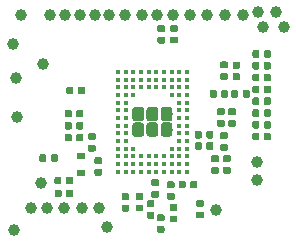
<source format=gbr>
G04 #@! TF.GenerationSoftware,KiCad,Pcbnew,5.0.2+dfsg1-1~bpo9+1*
G04 #@! TF.CreationDate,2019-10-29T18:12:18+01:00*
G04 #@! TF.ProjectId,zglue-jade-adapter,7a676c75-652d-46a6-9164-652d61646170,rev?*
G04 #@! TF.SameCoordinates,Original*
G04 #@! TF.FileFunction,Paste,Top*
G04 #@! TF.FilePolarity,Positive*
%FSLAX46Y46*%
G04 Gerber Fmt 4.6, Leading zero omitted, Abs format (unit mm)*
G04 Created by KiCad (PCBNEW 5.0.2+dfsg1-1~bpo9+1) date Tue 29 Oct 2019 06:12:18 PM CET*
%MOMM*%
%LPD*%
G01*
G04 APERTURE LIST*
%ADD10C,1.000000*%
%ADD11C,0.100000*%
%ADD12C,0.590000*%
%ADD13R,0.300000X0.300000*%
%ADD14R,0.800000X0.600000*%
G04 APERTURE END LIST*
D10*
G04 #@! TO.C,TP29*
X1370000Y-950000D03*
G04 #@! TD*
D11*
G04 #@! TO.C,C6*
G36*
X18736958Y-11860710D02*
X18751276Y-11862834D01*
X18765317Y-11866351D01*
X18778946Y-11871228D01*
X18792031Y-11877417D01*
X18804447Y-11884858D01*
X18816073Y-11893481D01*
X18826798Y-11903202D01*
X18836519Y-11913927D01*
X18845142Y-11925553D01*
X18852583Y-11937969D01*
X18858772Y-11951054D01*
X18863649Y-11964683D01*
X18867166Y-11978724D01*
X18869290Y-11993042D01*
X18870000Y-12007500D01*
X18870000Y-12302500D01*
X18869290Y-12316958D01*
X18867166Y-12331276D01*
X18863649Y-12345317D01*
X18858772Y-12358946D01*
X18852583Y-12372031D01*
X18845142Y-12384447D01*
X18836519Y-12396073D01*
X18826798Y-12406798D01*
X18816073Y-12416519D01*
X18804447Y-12425142D01*
X18792031Y-12432583D01*
X18778946Y-12438772D01*
X18765317Y-12443649D01*
X18751276Y-12447166D01*
X18736958Y-12449290D01*
X18722500Y-12450000D01*
X18377500Y-12450000D01*
X18363042Y-12449290D01*
X18348724Y-12447166D01*
X18334683Y-12443649D01*
X18321054Y-12438772D01*
X18307969Y-12432583D01*
X18295553Y-12425142D01*
X18283927Y-12416519D01*
X18273202Y-12406798D01*
X18263481Y-12396073D01*
X18254858Y-12384447D01*
X18247417Y-12372031D01*
X18241228Y-12358946D01*
X18236351Y-12345317D01*
X18232834Y-12331276D01*
X18230710Y-12316958D01*
X18230000Y-12302500D01*
X18230000Y-12007500D01*
X18230710Y-11993042D01*
X18232834Y-11978724D01*
X18236351Y-11964683D01*
X18241228Y-11951054D01*
X18247417Y-11937969D01*
X18254858Y-11925553D01*
X18263481Y-11913927D01*
X18273202Y-11903202D01*
X18283927Y-11893481D01*
X18295553Y-11884858D01*
X18307969Y-11877417D01*
X18321054Y-11871228D01*
X18334683Y-11866351D01*
X18348724Y-11862834D01*
X18363042Y-11860710D01*
X18377500Y-11860000D01*
X18722500Y-11860000D01*
X18736958Y-11860710D01*
X18736958Y-11860710D01*
G37*
D12*
X18550000Y-12155000D03*
D11*
G36*
X18736958Y-10890710D02*
X18751276Y-10892834D01*
X18765317Y-10896351D01*
X18778946Y-10901228D01*
X18792031Y-10907417D01*
X18804447Y-10914858D01*
X18816073Y-10923481D01*
X18826798Y-10933202D01*
X18836519Y-10943927D01*
X18845142Y-10955553D01*
X18852583Y-10967969D01*
X18858772Y-10981054D01*
X18863649Y-10994683D01*
X18867166Y-11008724D01*
X18869290Y-11023042D01*
X18870000Y-11037500D01*
X18870000Y-11332500D01*
X18869290Y-11346958D01*
X18867166Y-11361276D01*
X18863649Y-11375317D01*
X18858772Y-11388946D01*
X18852583Y-11402031D01*
X18845142Y-11414447D01*
X18836519Y-11426073D01*
X18826798Y-11436798D01*
X18816073Y-11446519D01*
X18804447Y-11455142D01*
X18792031Y-11462583D01*
X18778946Y-11468772D01*
X18765317Y-11473649D01*
X18751276Y-11477166D01*
X18736958Y-11479290D01*
X18722500Y-11480000D01*
X18377500Y-11480000D01*
X18363042Y-11479290D01*
X18348724Y-11477166D01*
X18334683Y-11473649D01*
X18321054Y-11468772D01*
X18307969Y-11462583D01*
X18295553Y-11455142D01*
X18283927Y-11446519D01*
X18273202Y-11436798D01*
X18263481Y-11426073D01*
X18254858Y-11414447D01*
X18247417Y-11402031D01*
X18241228Y-11388946D01*
X18236351Y-11375317D01*
X18232834Y-11361276D01*
X18230710Y-11346958D01*
X18230000Y-11332500D01*
X18230000Y-11037500D01*
X18230710Y-11023042D01*
X18232834Y-11008724D01*
X18236351Y-10994683D01*
X18241228Y-10981054D01*
X18247417Y-10967969D01*
X18254858Y-10955553D01*
X18263481Y-10943927D01*
X18273202Y-10933202D01*
X18283927Y-10923481D01*
X18295553Y-10914858D01*
X18307969Y-10907417D01*
X18321054Y-10901228D01*
X18334683Y-10896351D01*
X18348724Y-10892834D01*
X18363042Y-10890710D01*
X18377500Y-10890000D01*
X18722500Y-10890000D01*
X18736958Y-10890710D01*
X18736958Y-10890710D01*
G37*
D12*
X18550000Y-11185000D03*
G04 #@! TD*
D11*
G04 #@! TO.C,R23*
G36*
X16551958Y-10775710D02*
X16566276Y-10777834D01*
X16580317Y-10781351D01*
X16593946Y-10786228D01*
X16607031Y-10792417D01*
X16619447Y-10799858D01*
X16631073Y-10808481D01*
X16641798Y-10818202D01*
X16651519Y-10828927D01*
X16660142Y-10840553D01*
X16667583Y-10852969D01*
X16673772Y-10866054D01*
X16678649Y-10879683D01*
X16682166Y-10893724D01*
X16684290Y-10908042D01*
X16685000Y-10922500D01*
X16685000Y-11267500D01*
X16684290Y-11281958D01*
X16682166Y-11296276D01*
X16678649Y-11310317D01*
X16673772Y-11323946D01*
X16667583Y-11337031D01*
X16660142Y-11349447D01*
X16651519Y-11361073D01*
X16641798Y-11371798D01*
X16631073Y-11381519D01*
X16619447Y-11390142D01*
X16607031Y-11397583D01*
X16593946Y-11403772D01*
X16580317Y-11408649D01*
X16566276Y-11412166D01*
X16551958Y-11414290D01*
X16537500Y-11415000D01*
X16242500Y-11415000D01*
X16228042Y-11414290D01*
X16213724Y-11412166D01*
X16199683Y-11408649D01*
X16186054Y-11403772D01*
X16172969Y-11397583D01*
X16160553Y-11390142D01*
X16148927Y-11381519D01*
X16138202Y-11371798D01*
X16128481Y-11361073D01*
X16119858Y-11349447D01*
X16112417Y-11337031D01*
X16106228Y-11323946D01*
X16101351Y-11310317D01*
X16097834Y-11296276D01*
X16095710Y-11281958D01*
X16095000Y-11267500D01*
X16095000Y-10922500D01*
X16095710Y-10908042D01*
X16097834Y-10893724D01*
X16101351Y-10879683D01*
X16106228Y-10866054D01*
X16112417Y-10852969D01*
X16119858Y-10840553D01*
X16128481Y-10828927D01*
X16138202Y-10818202D01*
X16148927Y-10808481D01*
X16160553Y-10799858D01*
X16172969Y-10792417D01*
X16186054Y-10786228D01*
X16199683Y-10781351D01*
X16213724Y-10777834D01*
X16228042Y-10775710D01*
X16242500Y-10775000D01*
X16537500Y-10775000D01*
X16551958Y-10775710D01*
X16551958Y-10775710D01*
G37*
D12*
X16390000Y-11095000D03*
D11*
G36*
X17521958Y-10775710D02*
X17536276Y-10777834D01*
X17550317Y-10781351D01*
X17563946Y-10786228D01*
X17577031Y-10792417D01*
X17589447Y-10799858D01*
X17601073Y-10808481D01*
X17611798Y-10818202D01*
X17621519Y-10828927D01*
X17630142Y-10840553D01*
X17637583Y-10852969D01*
X17643772Y-10866054D01*
X17648649Y-10879683D01*
X17652166Y-10893724D01*
X17654290Y-10908042D01*
X17655000Y-10922500D01*
X17655000Y-11267500D01*
X17654290Y-11281958D01*
X17652166Y-11296276D01*
X17648649Y-11310317D01*
X17643772Y-11323946D01*
X17637583Y-11337031D01*
X17630142Y-11349447D01*
X17621519Y-11361073D01*
X17611798Y-11371798D01*
X17601073Y-11381519D01*
X17589447Y-11390142D01*
X17577031Y-11397583D01*
X17563946Y-11403772D01*
X17550317Y-11408649D01*
X17536276Y-11412166D01*
X17521958Y-11414290D01*
X17507500Y-11415000D01*
X17212500Y-11415000D01*
X17198042Y-11414290D01*
X17183724Y-11412166D01*
X17169683Y-11408649D01*
X17156054Y-11403772D01*
X17142969Y-11397583D01*
X17130553Y-11390142D01*
X17118927Y-11381519D01*
X17108202Y-11371798D01*
X17098481Y-11361073D01*
X17089858Y-11349447D01*
X17082417Y-11337031D01*
X17076228Y-11323946D01*
X17071351Y-11310317D01*
X17067834Y-11296276D01*
X17065710Y-11281958D01*
X17065000Y-11267500D01*
X17065000Y-10922500D01*
X17065710Y-10908042D01*
X17067834Y-10893724D01*
X17071351Y-10879683D01*
X17076228Y-10866054D01*
X17082417Y-10852969D01*
X17089858Y-10840553D01*
X17098481Y-10828927D01*
X17108202Y-10818202D01*
X17118927Y-10808481D01*
X17130553Y-10799858D01*
X17142969Y-10792417D01*
X17156054Y-10786228D01*
X17169683Y-10781351D01*
X17183724Y-10777834D01*
X17198042Y-10775710D01*
X17212500Y-10775000D01*
X17507500Y-10775000D01*
X17521958Y-10775710D01*
X17521958Y-10775710D01*
G37*
D12*
X17360000Y-11095000D03*
G04 #@! TD*
D11*
G04 #@! TO.C,R15*
G36*
X21421958Y-3935710D02*
X21436276Y-3937834D01*
X21450317Y-3941351D01*
X21463946Y-3946228D01*
X21477031Y-3952417D01*
X21489447Y-3959858D01*
X21501073Y-3968481D01*
X21511798Y-3978202D01*
X21521519Y-3988927D01*
X21530142Y-4000553D01*
X21537583Y-4012969D01*
X21543772Y-4026054D01*
X21548649Y-4039683D01*
X21552166Y-4053724D01*
X21554290Y-4068042D01*
X21555000Y-4082500D01*
X21555000Y-4427500D01*
X21554290Y-4441958D01*
X21552166Y-4456276D01*
X21548649Y-4470317D01*
X21543772Y-4483946D01*
X21537583Y-4497031D01*
X21530142Y-4509447D01*
X21521519Y-4521073D01*
X21511798Y-4531798D01*
X21501073Y-4541519D01*
X21489447Y-4550142D01*
X21477031Y-4557583D01*
X21463946Y-4563772D01*
X21450317Y-4568649D01*
X21436276Y-4572166D01*
X21421958Y-4574290D01*
X21407500Y-4575000D01*
X21112500Y-4575000D01*
X21098042Y-4574290D01*
X21083724Y-4572166D01*
X21069683Y-4568649D01*
X21056054Y-4563772D01*
X21042969Y-4557583D01*
X21030553Y-4550142D01*
X21018927Y-4541519D01*
X21008202Y-4531798D01*
X20998481Y-4521073D01*
X20989858Y-4509447D01*
X20982417Y-4497031D01*
X20976228Y-4483946D01*
X20971351Y-4470317D01*
X20967834Y-4456276D01*
X20965710Y-4441958D01*
X20965000Y-4427500D01*
X20965000Y-4082500D01*
X20965710Y-4068042D01*
X20967834Y-4053724D01*
X20971351Y-4039683D01*
X20976228Y-4026054D01*
X20982417Y-4012969D01*
X20989858Y-4000553D01*
X20998481Y-3988927D01*
X21008202Y-3978202D01*
X21018927Y-3968481D01*
X21030553Y-3959858D01*
X21042969Y-3952417D01*
X21056054Y-3946228D01*
X21069683Y-3941351D01*
X21083724Y-3937834D01*
X21098042Y-3935710D01*
X21112500Y-3935000D01*
X21407500Y-3935000D01*
X21421958Y-3935710D01*
X21421958Y-3935710D01*
G37*
D12*
X21260000Y-4255000D03*
D11*
G36*
X22391958Y-3935710D02*
X22406276Y-3937834D01*
X22420317Y-3941351D01*
X22433946Y-3946228D01*
X22447031Y-3952417D01*
X22459447Y-3959858D01*
X22471073Y-3968481D01*
X22481798Y-3978202D01*
X22491519Y-3988927D01*
X22500142Y-4000553D01*
X22507583Y-4012969D01*
X22513772Y-4026054D01*
X22518649Y-4039683D01*
X22522166Y-4053724D01*
X22524290Y-4068042D01*
X22525000Y-4082500D01*
X22525000Y-4427500D01*
X22524290Y-4441958D01*
X22522166Y-4456276D01*
X22518649Y-4470317D01*
X22513772Y-4483946D01*
X22507583Y-4497031D01*
X22500142Y-4509447D01*
X22491519Y-4521073D01*
X22481798Y-4531798D01*
X22471073Y-4541519D01*
X22459447Y-4550142D01*
X22447031Y-4557583D01*
X22433946Y-4563772D01*
X22420317Y-4568649D01*
X22406276Y-4572166D01*
X22391958Y-4574290D01*
X22377500Y-4575000D01*
X22082500Y-4575000D01*
X22068042Y-4574290D01*
X22053724Y-4572166D01*
X22039683Y-4568649D01*
X22026054Y-4563772D01*
X22012969Y-4557583D01*
X22000553Y-4550142D01*
X21988927Y-4541519D01*
X21978202Y-4531798D01*
X21968481Y-4521073D01*
X21959858Y-4509447D01*
X21952417Y-4497031D01*
X21946228Y-4483946D01*
X21941351Y-4470317D01*
X21937834Y-4456276D01*
X21935710Y-4441958D01*
X21935000Y-4427500D01*
X21935000Y-4082500D01*
X21935710Y-4068042D01*
X21937834Y-4053724D01*
X21941351Y-4039683D01*
X21946228Y-4026054D01*
X21952417Y-4012969D01*
X21959858Y-4000553D01*
X21968481Y-3988927D01*
X21978202Y-3978202D01*
X21988927Y-3968481D01*
X22000553Y-3959858D01*
X22012969Y-3952417D01*
X22026054Y-3946228D01*
X22039683Y-3941351D01*
X22053724Y-3937834D01*
X22068042Y-3935710D01*
X22082500Y-3935000D01*
X22377500Y-3935000D01*
X22391958Y-3935710D01*
X22391958Y-3935710D01*
G37*
D12*
X22230000Y-4255000D03*
G04 #@! TD*
D11*
G04 #@! TO.C,U1*
G36*
X11569504Y-8756204D02*
X11593773Y-8759804D01*
X11617571Y-8765765D01*
X11640671Y-8774030D01*
X11662849Y-8784520D01*
X11683893Y-8797133D01*
X11703598Y-8811747D01*
X11721777Y-8828223D01*
X11738253Y-8846402D01*
X11752867Y-8866107D01*
X11765480Y-8887151D01*
X11775970Y-8909329D01*
X11784235Y-8932429D01*
X11790196Y-8956227D01*
X11793796Y-8980496D01*
X11795000Y-9005000D01*
X11795000Y-9705000D01*
X11793796Y-9729504D01*
X11790196Y-9753773D01*
X11784235Y-9777571D01*
X11775970Y-9800671D01*
X11765480Y-9822849D01*
X11752867Y-9843893D01*
X11738253Y-9863598D01*
X11721777Y-9881777D01*
X11703598Y-9898253D01*
X11683893Y-9912867D01*
X11662849Y-9925480D01*
X11640671Y-9935970D01*
X11617571Y-9944235D01*
X11593773Y-9950196D01*
X11569504Y-9953796D01*
X11545000Y-9955000D01*
X11045000Y-9955000D01*
X11020496Y-9953796D01*
X10996227Y-9950196D01*
X10972429Y-9944235D01*
X10949329Y-9935970D01*
X10927151Y-9925480D01*
X10906107Y-9912867D01*
X10886402Y-9898253D01*
X10868223Y-9881777D01*
X10851747Y-9863598D01*
X10837133Y-9843893D01*
X10824520Y-9822849D01*
X10814030Y-9800671D01*
X10805765Y-9777571D01*
X10799804Y-9753773D01*
X10796204Y-9729504D01*
X10795000Y-9705000D01*
X10795000Y-9005000D01*
X10796204Y-8980496D01*
X10799804Y-8956227D01*
X10805765Y-8932429D01*
X10814030Y-8909329D01*
X10824520Y-8887151D01*
X10837133Y-8866107D01*
X10851747Y-8846402D01*
X10868223Y-8828223D01*
X10886402Y-8811747D01*
X10906107Y-8797133D01*
X10927151Y-8784520D01*
X10949329Y-8774030D01*
X10972429Y-8765765D01*
X10996227Y-8759804D01*
X11020496Y-8756204D01*
X11045000Y-8755000D01*
X11545000Y-8755000D01*
X11569504Y-8756204D01*
X11569504Y-8756204D01*
G37*
D10*
X11295000Y-9355000D03*
D11*
G36*
X12769504Y-8756204D02*
X12793773Y-8759804D01*
X12817571Y-8765765D01*
X12840671Y-8774030D01*
X12862849Y-8784520D01*
X12883893Y-8797133D01*
X12903598Y-8811747D01*
X12921777Y-8828223D01*
X12938253Y-8846402D01*
X12952867Y-8866107D01*
X12965480Y-8887151D01*
X12975970Y-8909329D01*
X12984235Y-8932429D01*
X12990196Y-8956227D01*
X12993796Y-8980496D01*
X12995000Y-9005000D01*
X12995000Y-9705000D01*
X12993796Y-9729504D01*
X12990196Y-9753773D01*
X12984235Y-9777571D01*
X12975970Y-9800671D01*
X12965480Y-9822849D01*
X12952867Y-9843893D01*
X12938253Y-9863598D01*
X12921777Y-9881777D01*
X12903598Y-9898253D01*
X12883893Y-9912867D01*
X12862849Y-9925480D01*
X12840671Y-9935970D01*
X12817571Y-9944235D01*
X12793773Y-9950196D01*
X12769504Y-9953796D01*
X12745000Y-9955000D01*
X12245000Y-9955000D01*
X12220496Y-9953796D01*
X12196227Y-9950196D01*
X12172429Y-9944235D01*
X12149329Y-9935970D01*
X12127151Y-9925480D01*
X12106107Y-9912867D01*
X12086402Y-9898253D01*
X12068223Y-9881777D01*
X12051747Y-9863598D01*
X12037133Y-9843893D01*
X12024520Y-9822849D01*
X12014030Y-9800671D01*
X12005765Y-9777571D01*
X11999804Y-9753773D01*
X11996204Y-9729504D01*
X11995000Y-9705000D01*
X11995000Y-9005000D01*
X11996204Y-8980496D01*
X11999804Y-8956227D01*
X12005765Y-8932429D01*
X12014030Y-8909329D01*
X12024520Y-8887151D01*
X12037133Y-8866107D01*
X12051747Y-8846402D01*
X12068223Y-8828223D01*
X12086402Y-8811747D01*
X12106107Y-8797133D01*
X12127151Y-8784520D01*
X12149329Y-8774030D01*
X12172429Y-8765765D01*
X12196227Y-8759804D01*
X12220496Y-8756204D01*
X12245000Y-8755000D01*
X12745000Y-8755000D01*
X12769504Y-8756204D01*
X12769504Y-8756204D01*
G37*
D10*
X12495000Y-9355000D03*
D11*
G36*
X11569504Y-10056204D02*
X11593773Y-10059804D01*
X11617571Y-10065765D01*
X11640671Y-10074030D01*
X11662849Y-10084520D01*
X11683893Y-10097133D01*
X11703598Y-10111747D01*
X11721777Y-10128223D01*
X11738253Y-10146402D01*
X11752867Y-10166107D01*
X11765480Y-10187151D01*
X11775970Y-10209329D01*
X11784235Y-10232429D01*
X11790196Y-10256227D01*
X11793796Y-10280496D01*
X11795000Y-10305000D01*
X11795000Y-11005000D01*
X11793796Y-11029504D01*
X11790196Y-11053773D01*
X11784235Y-11077571D01*
X11775970Y-11100671D01*
X11765480Y-11122849D01*
X11752867Y-11143893D01*
X11738253Y-11163598D01*
X11721777Y-11181777D01*
X11703598Y-11198253D01*
X11683893Y-11212867D01*
X11662849Y-11225480D01*
X11640671Y-11235970D01*
X11617571Y-11244235D01*
X11593773Y-11250196D01*
X11569504Y-11253796D01*
X11545000Y-11255000D01*
X11045000Y-11255000D01*
X11020496Y-11253796D01*
X10996227Y-11250196D01*
X10972429Y-11244235D01*
X10949329Y-11235970D01*
X10927151Y-11225480D01*
X10906107Y-11212867D01*
X10886402Y-11198253D01*
X10868223Y-11181777D01*
X10851747Y-11163598D01*
X10837133Y-11143893D01*
X10824520Y-11122849D01*
X10814030Y-11100671D01*
X10805765Y-11077571D01*
X10799804Y-11053773D01*
X10796204Y-11029504D01*
X10795000Y-11005000D01*
X10795000Y-10305000D01*
X10796204Y-10280496D01*
X10799804Y-10256227D01*
X10805765Y-10232429D01*
X10814030Y-10209329D01*
X10824520Y-10187151D01*
X10837133Y-10166107D01*
X10851747Y-10146402D01*
X10868223Y-10128223D01*
X10886402Y-10111747D01*
X10906107Y-10097133D01*
X10927151Y-10084520D01*
X10949329Y-10074030D01*
X10972429Y-10065765D01*
X10996227Y-10059804D01*
X11020496Y-10056204D01*
X11045000Y-10055000D01*
X11545000Y-10055000D01*
X11569504Y-10056204D01*
X11569504Y-10056204D01*
G37*
D10*
X11295000Y-10655000D03*
D11*
G36*
X12769504Y-10056204D02*
X12793773Y-10059804D01*
X12817571Y-10065765D01*
X12840671Y-10074030D01*
X12862849Y-10084520D01*
X12883893Y-10097133D01*
X12903598Y-10111747D01*
X12921777Y-10128223D01*
X12938253Y-10146402D01*
X12952867Y-10166107D01*
X12965480Y-10187151D01*
X12975970Y-10209329D01*
X12984235Y-10232429D01*
X12990196Y-10256227D01*
X12993796Y-10280496D01*
X12995000Y-10305000D01*
X12995000Y-11005000D01*
X12993796Y-11029504D01*
X12990196Y-11053773D01*
X12984235Y-11077571D01*
X12975970Y-11100671D01*
X12965480Y-11122849D01*
X12952867Y-11143893D01*
X12938253Y-11163598D01*
X12921777Y-11181777D01*
X12903598Y-11198253D01*
X12883893Y-11212867D01*
X12862849Y-11225480D01*
X12840671Y-11235970D01*
X12817571Y-11244235D01*
X12793773Y-11250196D01*
X12769504Y-11253796D01*
X12745000Y-11255000D01*
X12245000Y-11255000D01*
X12220496Y-11253796D01*
X12196227Y-11250196D01*
X12172429Y-11244235D01*
X12149329Y-11235970D01*
X12127151Y-11225480D01*
X12106107Y-11212867D01*
X12086402Y-11198253D01*
X12068223Y-11181777D01*
X12051747Y-11163598D01*
X12037133Y-11143893D01*
X12024520Y-11122849D01*
X12014030Y-11100671D01*
X12005765Y-11077571D01*
X11999804Y-11053773D01*
X11996204Y-11029504D01*
X11995000Y-11005000D01*
X11995000Y-10305000D01*
X11996204Y-10280496D01*
X11999804Y-10256227D01*
X12005765Y-10232429D01*
X12014030Y-10209329D01*
X12024520Y-10187151D01*
X12037133Y-10166107D01*
X12051747Y-10146402D01*
X12068223Y-10128223D01*
X12086402Y-10111747D01*
X12106107Y-10097133D01*
X12127151Y-10084520D01*
X12149329Y-10074030D01*
X12172429Y-10065765D01*
X12196227Y-10059804D01*
X12220496Y-10056204D01*
X12245000Y-10055000D01*
X12745000Y-10055000D01*
X12769504Y-10056204D01*
X12769504Y-10056204D01*
G37*
D10*
X12495000Y-10655000D03*
D11*
G36*
X13969504Y-8756204D02*
X13993773Y-8759804D01*
X14017571Y-8765765D01*
X14040671Y-8774030D01*
X14062849Y-8784520D01*
X14083893Y-8797133D01*
X14103598Y-8811747D01*
X14121777Y-8828223D01*
X14138253Y-8846402D01*
X14152867Y-8866107D01*
X14165480Y-8887151D01*
X14175970Y-8909329D01*
X14184235Y-8932429D01*
X14190196Y-8956227D01*
X14193796Y-8980496D01*
X14195000Y-9005000D01*
X14195000Y-9705000D01*
X14193796Y-9729504D01*
X14190196Y-9753773D01*
X14184235Y-9777571D01*
X14175970Y-9800671D01*
X14165480Y-9822849D01*
X14152867Y-9843893D01*
X14138253Y-9863598D01*
X14121777Y-9881777D01*
X14103598Y-9898253D01*
X14083893Y-9912867D01*
X14062849Y-9925480D01*
X14040671Y-9935970D01*
X14017571Y-9944235D01*
X13993773Y-9950196D01*
X13969504Y-9953796D01*
X13945000Y-9955000D01*
X13445000Y-9955000D01*
X13420496Y-9953796D01*
X13396227Y-9950196D01*
X13372429Y-9944235D01*
X13349329Y-9935970D01*
X13327151Y-9925480D01*
X13306107Y-9912867D01*
X13286402Y-9898253D01*
X13268223Y-9881777D01*
X13251747Y-9863598D01*
X13237133Y-9843893D01*
X13224520Y-9822849D01*
X13214030Y-9800671D01*
X13205765Y-9777571D01*
X13199804Y-9753773D01*
X13196204Y-9729504D01*
X13195000Y-9705000D01*
X13195000Y-9005000D01*
X13196204Y-8980496D01*
X13199804Y-8956227D01*
X13205765Y-8932429D01*
X13214030Y-8909329D01*
X13224520Y-8887151D01*
X13237133Y-8866107D01*
X13251747Y-8846402D01*
X13268223Y-8828223D01*
X13286402Y-8811747D01*
X13306107Y-8797133D01*
X13327151Y-8784520D01*
X13349329Y-8774030D01*
X13372429Y-8765765D01*
X13396227Y-8759804D01*
X13420496Y-8756204D01*
X13445000Y-8755000D01*
X13945000Y-8755000D01*
X13969504Y-8756204D01*
X13969504Y-8756204D01*
G37*
D10*
X13695000Y-9355000D03*
D13*
X9570000Y-14230000D03*
X10220000Y-14230000D03*
X10870000Y-14230000D03*
X11520000Y-14230000D03*
X12170000Y-14230000D03*
X12820000Y-14230000D03*
X13470000Y-14230000D03*
X14120000Y-14230000D03*
X14770000Y-14230000D03*
X15420000Y-14230000D03*
X13470000Y-13580000D03*
X12170000Y-13580000D03*
X10870000Y-13580000D03*
X14120000Y-13580000D03*
X11520000Y-13580000D03*
X9570000Y-13580000D03*
X14770000Y-13580000D03*
X10220000Y-13580000D03*
X15420000Y-13580000D03*
X12820000Y-13580000D03*
X13470000Y-12930000D03*
X12170000Y-12930000D03*
X10870000Y-12930000D03*
X14120000Y-12930000D03*
X11520000Y-12930000D03*
X9570000Y-12930000D03*
X14770000Y-12930000D03*
X10220000Y-12930000D03*
X15420000Y-12930000D03*
X12820000Y-12930000D03*
X10870000Y-12280000D03*
X14120000Y-12280000D03*
X9570000Y-12280000D03*
X14770000Y-12280000D03*
X10220000Y-12280000D03*
X15420000Y-12280000D03*
X14770000Y-11630000D03*
X9570000Y-11630000D03*
X15420000Y-11630000D03*
X10220000Y-11630000D03*
X14770000Y-10980000D03*
X10220000Y-10980000D03*
X15420000Y-10980000D03*
X9570000Y-10980000D03*
X14770000Y-10330000D03*
X10220000Y-10330000D03*
X15420000Y-10330000D03*
X9570000Y-10330000D03*
X14770000Y-9680000D03*
X10220000Y-9680000D03*
X15420000Y-9680000D03*
X9570000Y-9680000D03*
X14770000Y-9030000D03*
X10220000Y-9030000D03*
X15420000Y-9030000D03*
X9570000Y-9030000D03*
X14770000Y-8380000D03*
X10220000Y-8380000D03*
X15420000Y-8380000D03*
X9570000Y-8380000D03*
X14120000Y-7730000D03*
X10870000Y-7730000D03*
X14770000Y-7730000D03*
X9570000Y-7730000D03*
X15420000Y-7730000D03*
X10220000Y-7730000D03*
X14120000Y-7080000D03*
X14770000Y-7080000D03*
X11520000Y-6430000D03*
X13470000Y-5780000D03*
X13470000Y-6430000D03*
X14770000Y-6430000D03*
X10220000Y-7080000D03*
X15420000Y-7080000D03*
X12170000Y-7080000D03*
X13470000Y-7080000D03*
X12820000Y-7080000D03*
X10220000Y-6430000D03*
X10220000Y-5780000D03*
X14770000Y-5780000D03*
X9570000Y-5780000D03*
X11520000Y-5780000D03*
X9570000Y-7080000D03*
X10870000Y-7080000D03*
X11520000Y-7080000D03*
X12820000Y-5780000D03*
X15420000Y-5780000D03*
X12170000Y-5780000D03*
X14120000Y-6430000D03*
X14120000Y-5780000D03*
X10870000Y-5780000D03*
X12820000Y-6430000D03*
X10870000Y-6430000D03*
X15420000Y-6430000D03*
X12170000Y-6430000D03*
X9570000Y-6430000D03*
D11*
G36*
X13969504Y-10056204D02*
X13993773Y-10059804D01*
X14017571Y-10065765D01*
X14040671Y-10074030D01*
X14062849Y-10084520D01*
X14083893Y-10097133D01*
X14103598Y-10111747D01*
X14121777Y-10128223D01*
X14138253Y-10146402D01*
X14152867Y-10166107D01*
X14165480Y-10187151D01*
X14175970Y-10209329D01*
X14184235Y-10232429D01*
X14190196Y-10256227D01*
X14193796Y-10280496D01*
X14195000Y-10305000D01*
X14195000Y-11005000D01*
X14193796Y-11029504D01*
X14190196Y-11053773D01*
X14184235Y-11077571D01*
X14175970Y-11100671D01*
X14165480Y-11122849D01*
X14152867Y-11143893D01*
X14138253Y-11163598D01*
X14121777Y-11181777D01*
X14103598Y-11198253D01*
X14083893Y-11212867D01*
X14062849Y-11225480D01*
X14040671Y-11235970D01*
X14017571Y-11244235D01*
X13993773Y-11250196D01*
X13969504Y-11253796D01*
X13945000Y-11255000D01*
X13445000Y-11255000D01*
X13420496Y-11253796D01*
X13396227Y-11250196D01*
X13372429Y-11244235D01*
X13349329Y-11235970D01*
X13327151Y-11225480D01*
X13306107Y-11212867D01*
X13286402Y-11198253D01*
X13268223Y-11181777D01*
X13251747Y-11163598D01*
X13237133Y-11143893D01*
X13224520Y-11122849D01*
X13214030Y-11100671D01*
X13205765Y-11077571D01*
X13199804Y-11053773D01*
X13196204Y-11029504D01*
X13195000Y-11005000D01*
X13195000Y-10305000D01*
X13196204Y-10280496D01*
X13199804Y-10256227D01*
X13205765Y-10232429D01*
X13214030Y-10209329D01*
X13224520Y-10187151D01*
X13237133Y-10166107D01*
X13251747Y-10146402D01*
X13268223Y-10128223D01*
X13286402Y-10111747D01*
X13306107Y-10097133D01*
X13327151Y-10084520D01*
X13349329Y-10074030D01*
X13372429Y-10065765D01*
X13396227Y-10059804D01*
X13420496Y-10056204D01*
X13445000Y-10055000D01*
X13945000Y-10055000D01*
X13969504Y-10056204D01*
X13969504Y-10056204D01*
G37*
D10*
X13695000Y-10655000D03*
G04 #@! TD*
D11*
G04 #@! TO.C,R12*
G36*
X12911958Y-15835710D02*
X12926276Y-15837834D01*
X12940317Y-15841351D01*
X12953946Y-15846228D01*
X12967031Y-15852417D01*
X12979447Y-15859858D01*
X12991073Y-15868481D01*
X13001798Y-15878202D01*
X13011519Y-15888927D01*
X13020142Y-15900553D01*
X13027583Y-15912969D01*
X13033772Y-15926054D01*
X13038649Y-15939683D01*
X13042166Y-15953724D01*
X13044290Y-15968042D01*
X13045000Y-15982500D01*
X13045000Y-16277500D01*
X13044290Y-16291958D01*
X13042166Y-16306276D01*
X13038649Y-16320317D01*
X13033772Y-16333946D01*
X13027583Y-16347031D01*
X13020142Y-16359447D01*
X13011519Y-16371073D01*
X13001798Y-16381798D01*
X12991073Y-16391519D01*
X12979447Y-16400142D01*
X12967031Y-16407583D01*
X12953946Y-16413772D01*
X12940317Y-16418649D01*
X12926276Y-16422166D01*
X12911958Y-16424290D01*
X12897500Y-16425000D01*
X12552500Y-16425000D01*
X12538042Y-16424290D01*
X12523724Y-16422166D01*
X12509683Y-16418649D01*
X12496054Y-16413772D01*
X12482969Y-16407583D01*
X12470553Y-16400142D01*
X12458927Y-16391519D01*
X12448202Y-16381798D01*
X12438481Y-16371073D01*
X12429858Y-16359447D01*
X12422417Y-16347031D01*
X12416228Y-16333946D01*
X12411351Y-16320317D01*
X12407834Y-16306276D01*
X12405710Y-16291958D01*
X12405000Y-16277500D01*
X12405000Y-15982500D01*
X12405710Y-15968042D01*
X12407834Y-15953724D01*
X12411351Y-15939683D01*
X12416228Y-15926054D01*
X12422417Y-15912969D01*
X12429858Y-15900553D01*
X12438481Y-15888927D01*
X12448202Y-15878202D01*
X12458927Y-15868481D01*
X12470553Y-15859858D01*
X12482969Y-15852417D01*
X12496054Y-15846228D01*
X12509683Y-15841351D01*
X12523724Y-15837834D01*
X12538042Y-15835710D01*
X12552500Y-15835000D01*
X12897500Y-15835000D01*
X12911958Y-15835710D01*
X12911958Y-15835710D01*
G37*
D12*
X12725000Y-16130000D03*
D11*
G36*
X12911958Y-14865710D02*
X12926276Y-14867834D01*
X12940317Y-14871351D01*
X12953946Y-14876228D01*
X12967031Y-14882417D01*
X12979447Y-14889858D01*
X12991073Y-14898481D01*
X13001798Y-14908202D01*
X13011519Y-14918927D01*
X13020142Y-14930553D01*
X13027583Y-14942969D01*
X13033772Y-14956054D01*
X13038649Y-14969683D01*
X13042166Y-14983724D01*
X13044290Y-14998042D01*
X13045000Y-15012500D01*
X13045000Y-15307500D01*
X13044290Y-15321958D01*
X13042166Y-15336276D01*
X13038649Y-15350317D01*
X13033772Y-15363946D01*
X13027583Y-15377031D01*
X13020142Y-15389447D01*
X13011519Y-15401073D01*
X13001798Y-15411798D01*
X12991073Y-15421519D01*
X12979447Y-15430142D01*
X12967031Y-15437583D01*
X12953946Y-15443772D01*
X12940317Y-15448649D01*
X12926276Y-15452166D01*
X12911958Y-15454290D01*
X12897500Y-15455000D01*
X12552500Y-15455000D01*
X12538042Y-15454290D01*
X12523724Y-15452166D01*
X12509683Y-15448649D01*
X12496054Y-15443772D01*
X12482969Y-15437583D01*
X12470553Y-15430142D01*
X12458927Y-15421519D01*
X12448202Y-15411798D01*
X12438481Y-15401073D01*
X12429858Y-15389447D01*
X12422417Y-15377031D01*
X12416228Y-15363946D01*
X12411351Y-15350317D01*
X12407834Y-15336276D01*
X12405710Y-15321958D01*
X12405000Y-15307500D01*
X12405000Y-15012500D01*
X12405710Y-14998042D01*
X12407834Y-14983724D01*
X12411351Y-14969683D01*
X12416228Y-14956054D01*
X12422417Y-14942969D01*
X12429858Y-14930553D01*
X12438481Y-14918927D01*
X12448202Y-14908202D01*
X12458927Y-14898481D01*
X12470553Y-14889858D01*
X12482969Y-14882417D01*
X12496054Y-14876228D01*
X12509683Y-14871351D01*
X12523724Y-14867834D01*
X12538042Y-14865710D01*
X12552500Y-14865000D01*
X12897500Y-14865000D01*
X12911958Y-14865710D01*
X12911958Y-14865710D01*
G37*
D12*
X12725000Y-15160000D03*
G04 #@! TD*
D11*
G04 #@! TO.C,R10*
G36*
X6646958Y-7030710D02*
X6661276Y-7032834D01*
X6675317Y-7036351D01*
X6688946Y-7041228D01*
X6702031Y-7047417D01*
X6714447Y-7054858D01*
X6726073Y-7063481D01*
X6736798Y-7073202D01*
X6746519Y-7083927D01*
X6755142Y-7095553D01*
X6762583Y-7107969D01*
X6768772Y-7121054D01*
X6773649Y-7134683D01*
X6777166Y-7148724D01*
X6779290Y-7163042D01*
X6780000Y-7177500D01*
X6780000Y-7522500D01*
X6779290Y-7536958D01*
X6777166Y-7551276D01*
X6773649Y-7565317D01*
X6768772Y-7578946D01*
X6762583Y-7592031D01*
X6755142Y-7604447D01*
X6746519Y-7616073D01*
X6736798Y-7626798D01*
X6726073Y-7636519D01*
X6714447Y-7645142D01*
X6702031Y-7652583D01*
X6688946Y-7658772D01*
X6675317Y-7663649D01*
X6661276Y-7667166D01*
X6646958Y-7669290D01*
X6632500Y-7670000D01*
X6337500Y-7670000D01*
X6323042Y-7669290D01*
X6308724Y-7667166D01*
X6294683Y-7663649D01*
X6281054Y-7658772D01*
X6267969Y-7652583D01*
X6255553Y-7645142D01*
X6243927Y-7636519D01*
X6233202Y-7626798D01*
X6223481Y-7616073D01*
X6214858Y-7604447D01*
X6207417Y-7592031D01*
X6201228Y-7578946D01*
X6196351Y-7565317D01*
X6192834Y-7551276D01*
X6190710Y-7536958D01*
X6190000Y-7522500D01*
X6190000Y-7177500D01*
X6190710Y-7163042D01*
X6192834Y-7148724D01*
X6196351Y-7134683D01*
X6201228Y-7121054D01*
X6207417Y-7107969D01*
X6214858Y-7095553D01*
X6223481Y-7083927D01*
X6233202Y-7073202D01*
X6243927Y-7063481D01*
X6255553Y-7054858D01*
X6267969Y-7047417D01*
X6281054Y-7041228D01*
X6294683Y-7036351D01*
X6308724Y-7032834D01*
X6323042Y-7030710D01*
X6337500Y-7030000D01*
X6632500Y-7030000D01*
X6646958Y-7030710D01*
X6646958Y-7030710D01*
G37*
D12*
X6485000Y-7350000D03*
D11*
G36*
X5676958Y-7030710D02*
X5691276Y-7032834D01*
X5705317Y-7036351D01*
X5718946Y-7041228D01*
X5732031Y-7047417D01*
X5744447Y-7054858D01*
X5756073Y-7063481D01*
X5766798Y-7073202D01*
X5776519Y-7083927D01*
X5785142Y-7095553D01*
X5792583Y-7107969D01*
X5798772Y-7121054D01*
X5803649Y-7134683D01*
X5807166Y-7148724D01*
X5809290Y-7163042D01*
X5810000Y-7177500D01*
X5810000Y-7522500D01*
X5809290Y-7536958D01*
X5807166Y-7551276D01*
X5803649Y-7565317D01*
X5798772Y-7578946D01*
X5792583Y-7592031D01*
X5785142Y-7604447D01*
X5776519Y-7616073D01*
X5766798Y-7626798D01*
X5756073Y-7636519D01*
X5744447Y-7645142D01*
X5732031Y-7652583D01*
X5718946Y-7658772D01*
X5705317Y-7663649D01*
X5691276Y-7667166D01*
X5676958Y-7669290D01*
X5662500Y-7670000D01*
X5367500Y-7670000D01*
X5353042Y-7669290D01*
X5338724Y-7667166D01*
X5324683Y-7663649D01*
X5311054Y-7658772D01*
X5297969Y-7652583D01*
X5285553Y-7645142D01*
X5273927Y-7636519D01*
X5263202Y-7626798D01*
X5253481Y-7616073D01*
X5244858Y-7604447D01*
X5237417Y-7592031D01*
X5231228Y-7578946D01*
X5226351Y-7565317D01*
X5222834Y-7551276D01*
X5220710Y-7536958D01*
X5220000Y-7522500D01*
X5220000Y-7177500D01*
X5220710Y-7163042D01*
X5222834Y-7148724D01*
X5226351Y-7134683D01*
X5231228Y-7121054D01*
X5237417Y-7107969D01*
X5244858Y-7095553D01*
X5253481Y-7083927D01*
X5263202Y-7073202D01*
X5273927Y-7063481D01*
X5285553Y-7054858D01*
X5297969Y-7047417D01*
X5311054Y-7041228D01*
X5324683Y-7036351D01*
X5338724Y-7032834D01*
X5353042Y-7030710D01*
X5367500Y-7030000D01*
X5662500Y-7030000D01*
X5676958Y-7030710D01*
X5676958Y-7030710D01*
G37*
D12*
X5515000Y-7350000D03*
G04 #@! TD*
D11*
G04 #@! TO.C,R6*
G36*
X13426958Y-1815710D02*
X13441276Y-1817834D01*
X13455317Y-1821351D01*
X13468946Y-1826228D01*
X13482031Y-1832417D01*
X13494447Y-1839858D01*
X13506073Y-1848481D01*
X13516798Y-1858202D01*
X13526519Y-1868927D01*
X13535142Y-1880553D01*
X13542583Y-1892969D01*
X13548772Y-1906054D01*
X13553649Y-1919683D01*
X13557166Y-1933724D01*
X13559290Y-1948042D01*
X13560000Y-1962500D01*
X13560000Y-2257500D01*
X13559290Y-2271958D01*
X13557166Y-2286276D01*
X13553649Y-2300317D01*
X13548772Y-2313946D01*
X13542583Y-2327031D01*
X13535142Y-2339447D01*
X13526519Y-2351073D01*
X13516798Y-2361798D01*
X13506073Y-2371519D01*
X13494447Y-2380142D01*
X13482031Y-2387583D01*
X13468946Y-2393772D01*
X13455317Y-2398649D01*
X13441276Y-2402166D01*
X13426958Y-2404290D01*
X13412500Y-2405000D01*
X13067500Y-2405000D01*
X13053042Y-2404290D01*
X13038724Y-2402166D01*
X13024683Y-2398649D01*
X13011054Y-2393772D01*
X12997969Y-2387583D01*
X12985553Y-2380142D01*
X12973927Y-2371519D01*
X12963202Y-2361798D01*
X12953481Y-2351073D01*
X12944858Y-2339447D01*
X12937417Y-2327031D01*
X12931228Y-2313946D01*
X12926351Y-2300317D01*
X12922834Y-2286276D01*
X12920710Y-2271958D01*
X12920000Y-2257500D01*
X12920000Y-1962500D01*
X12920710Y-1948042D01*
X12922834Y-1933724D01*
X12926351Y-1919683D01*
X12931228Y-1906054D01*
X12937417Y-1892969D01*
X12944858Y-1880553D01*
X12953481Y-1868927D01*
X12963202Y-1858202D01*
X12973927Y-1848481D01*
X12985553Y-1839858D01*
X12997969Y-1832417D01*
X13011054Y-1826228D01*
X13024683Y-1821351D01*
X13038724Y-1817834D01*
X13053042Y-1815710D01*
X13067500Y-1815000D01*
X13412500Y-1815000D01*
X13426958Y-1815710D01*
X13426958Y-1815710D01*
G37*
D12*
X13240000Y-2110000D03*
D11*
G36*
X13426958Y-2785710D02*
X13441276Y-2787834D01*
X13455317Y-2791351D01*
X13468946Y-2796228D01*
X13482031Y-2802417D01*
X13494447Y-2809858D01*
X13506073Y-2818481D01*
X13516798Y-2828202D01*
X13526519Y-2838927D01*
X13535142Y-2850553D01*
X13542583Y-2862969D01*
X13548772Y-2876054D01*
X13553649Y-2889683D01*
X13557166Y-2903724D01*
X13559290Y-2918042D01*
X13560000Y-2932500D01*
X13560000Y-3227500D01*
X13559290Y-3241958D01*
X13557166Y-3256276D01*
X13553649Y-3270317D01*
X13548772Y-3283946D01*
X13542583Y-3297031D01*
X13535142Y-3309447D01*
X13526519Y-3321073D01*
X13516798Y-3331798D01*
X13506073Y-3341519D01*
X13494447Y-3350142D01*
X13482031Y-3357583D01*
X13468946Y-3363772D01*
X13455317Y-3368649D01*
X13441276Y-3372166D01*
X13426958Y-3374290D01*
X13412500Y-3375000D01*
X13067500Y-3375000D01*
X13053042Y-3374290D01*
X13038724Y-3372166D01*
X13024683Y-3368649D01*
X13011054Y-3363772D01*
X12997969Y-3357583D01*
X12985553Y-3350142D01*
X12973927Y-3341519D01*
X12963202Y-3331798D01*
X12953481Y-3321073D01*
X12944858Y-3309447D01*
X12937417Y-3297031D01*
X12931228Y-3283946D01*
X12926351Y-3270317D01*
X12922834Y-3256276D01*
X12920710Y-3241958D01*
X12920000Y-3227500D01*
X12920000Y-2932500D01*
X12920710Y-2918042D01*
X12922834Y-2903724D01*
X12926351Y-2889683D01*
X12931228Y-2876054D01*
X12937417Y-2862969D01*
X12944858Y-2850553D01*
X12953481Y-2838927D01*
X12963202Y-2828202D01*
X12973927Y-2818481D01*
X12985553Y-2809858D01*
X12997969Y-2802417D01*
X13011054Y-2796228D01*
X13024683Y-2791351D01*
X13038724Y-2787834D01*
X13053042Y-2785710D01*
X13067500Y-2785000D01*
X13412500Y-2785000D01*
X13426958Y-2785710D01*
X13426958Y-2785710D01*
G37*
D12*
X13240000Y-3080000D03*
G04 #@! TD*
D11*
G04 #@! TO.C,R27*
G36*
X19626958Y-7320710D02*
X19641276Y-7322834D01*
X19655317Y-7326351D01*
X19668946Y-7331228D01*
X19682031Y-7337417D01*
X19694447Y-7344858D01*
X19706073Y-7353481D01*
X19716798Y-7363202D01*
X19726519Y-7373927D01*
X19735142Y-7385553D01*
X19742583Y-7397969D01*
X19748772Y-7411054D01*
X19753649Y-7424683D01*
X19757166Y-7438724D01*
X19759290Y-7453042D01*
X19760000Y-7467500D01*
X19760000Y-7812500D01*
X19759290Y-7826958D01*
X19757166Y-7841276D01*
X19753649Y-7855317D01*
X19748772Y-7868946D01*
X19742583Y-7882031D01*
X19735142Y-7894447D01*
X19726519Y-7906073D01*
X19716798Y-7916798D01*
X19706073Y-7926519D01*
X19694447Y-7935142D01*
X19682031Y-7942583D01*
X19668946Y-7948772D01*
X19655317Y-7953649D01*
X19641276Y-7957166D01*
X19626958Y-7959290D01*
X19612500Y-7960000D01*
X19317500Y-7960000D01*
X19303042Y-7959290D01*
X19288724Y-7957166D01*
X19274683Y-7953649D01*
X19261054Y-7948772D01*
X19247969Y-7942583D01*
X19235553Y-7935142D01*
X19223927Y-7926519D01*
X19213202Y-7916798D01*
X19203481Y-7906073D01*
X19194858Y-7894447D01*
X19187417Y-7882031D01*
X19181228Y-7868946D01*
X19176351Y-7855317D01*
X19172834Y-7841276D01*
X19170710Y-7826958D01*
X19170000Y-7812500D01*
X19170000Y-7467500D01*
X19170710Y-7453042D01*
X19172834Y-7438724D01*
X19176351Y-7424683D01*
X19181228Y-7411054D01*
X19187417Y-7397969D01*
X19194858Y-7385553D01*
X19203481Y-7373927D01*
X19213202Y-7363202D01*
X19223927Y-7353481D01*
X19235553Y-7344858D01*
X19247969Y-7337417D01*
X19261054Y-7331228D01*
X19274683Y-7326351D01*
X19288724Y-7322834D01*
X19303042Y-7320710D01*
X19317500Y-7320000D01*
X19612500Y-7320000D01*
X19626958Y-7320710D01*
X19626958Y-7320710D01*
G37*
D12*
X19465000Y-7640000D03*
D11*
G36*
X20596958Y-7320710D02*
X20611276Y-7322834D01*
X20625317Y-7326351D01*
X20638946Y-7331228D01*
X20652031Y-7337417D01*
X20664447Y-7344858D01*
X20676073Y-7353481D01*
X20686798Y-7363202D01*
X20696519Y-7373927D01*
X20705142Y-7385553D01*
X20712583Y-7397969D01*
X20718772Y-7411054D01*
X20723649Y-7424683D01*
X20727166Y-7438724D01*
X20729290Y-7453042D01*
X20730000Y-7467500D01*
X20730000Y-7812500D01*
X20729290Y-7826958D01*
X20727166Y-7841276D01*
X20723649Y-7855317D01*
X20718772Y-7868946D01*
X20712583Y-7882031D01*
X20705142Y-7894447D01*
X20696519Y-7906073D01*
X20686798Y-7916798D01*
X20676073Y-7926519D01*
X20664447Y-7935142D01*
X20652031Y-7942583D01*
X20638946Y-7948772D01*
X20625317Y-7953649D01*
X20611276Y-7957166D01*
X20596958Y-7959290D01*
X20582500Y-7960000D01*
X20287500Y-7960000D01*
X20273042Y-7959290D01*
X20258724Y-7957166D01*
X20244683Y-7953649D01*
X20231054Y-7948772D01*
X20217969Y-7942583D01*
X20205553Y-7935142D01*
X20193927Y-7926519D01*
X20183202Y-7916798D01*
X20173481Y-7906073D01*
X20164858Y-7894447D01*
X20157417Y-7882031D01*
X20151228Y-7868946D01*
X20146351Y-7855317D01*
X20142834Y-7841276D01*
X20140710Y-7826958D01*
X20140000Y-7812500D01*
X20140000Y-7467500D01*
X20140710Y-7453042D01*
X20142834Y-7438724D01*
X20146351Y-7424683D01*
X20151228Y-7411054D01*
X20157417Y-7397969D01*
X20164858Y-7385553D01*
X20173481Y-7373927D01*
X20183202Y-7363202D01*
X20193927Y-7353481D01*
X20205553Y-7344858D01*
X20217969Y-7337417D01*
X20231054Y-7331228D01*
X20244683Y-7326351D01*
X20258724Y-7322834D01*
X20273042Y-7320710D01*
X20287500Y-7320000D01*
X20582500Y-7320000D01*
X20596958Y-7320710D01*
X20596958Y-7320710D01*
G37*
D12*
X20435000Y-7640000D03*
G04 #@! TD*
D11*
G04 #@! TO.C,R28*
G36*
X14236958Y-16010710D02*
X14251276Y-16012834D01*
X14265317Y-16016351D01*
X14278946Y-16021228D01*
X14292031Y-16027417D01*
X14304447Y-16034858D01*
X14316073Y-16043481D01*
X14326798Y-16053202D01*
X14336519Y-16063927D01*
X14345142Y-16075553D01*
X14352583Y-16087969D01*
X14358772Y-16101054D01*
X14363649Y-16114683D01*
X14367166Y-16128724D01*
X14369290Y-16143042D01*
X14370000Y-16157500D01*
X14370000Y-16452500D01*
X14369290Y-16466958D01*
X14367166Y-16481276D01*
X14363649Y-16495317D01*
X14358772Y-16508946D01*
X14352583Y-16522031D01*
X14345142Y-16534447D01*
X14336519Y-16546073D01*
X14326798Y-16556798D01*
X14316073Y-16566519D01*
X14304447Y-16575142D01*
X14292031Y-16582583D01*
X14278946Y-16588772D01*
X14265317Y-16593649D01*
X14251276Y-16597166D01*
X14236958Y-16599290D01*
X14222500Y-16600000D01*
X13877500Y-16600000D01*
X13863042Y-16599290D01*
X13848724Y-16597166D01*
X13834683Y-16593649D01*
X13821054Y-16588772D01*
X13807969Y-16582583D01*
X13795553Y-16575142D01*
X13783927Y-16566519D01*
X13773202Y-16556798D01*
X13763481Y-16546073D01*
X13754858Y-16534447D01*
X13747417Y-16522031D01*
X13741228Y-16508946D01*
X13736351Y-16495317D01*
X13732834Y-16481276D01*
X13730710Y-16466958D01*
X13730000Y-16452500D01*
X13730000Y-16157500D01*
X13730710Y-16143042D01*
X13732834Y-16128724D01*
X13736351Y-16114683D01*
X13741228Y-16101054D01*
X13747417Y-16087969D01*
X13754858Y-16075553D01*
X13763481Y-16063927D01*
X13773202Y-16053202D01*
X13783927Y-16043481D01*
X13795553Y-16034858D01*
X13807969Y-16027417D01*
X13821054Y-16021228D01*
X13834683Y-16016351D01*
X13848724Y-16012834D01*
X13863042Y-16010710D01*
X13877500Y-16010000D01*
X14222500Y-16010000D01*
X14236958Y-16010710D01*
X14236958Y-16010710D01*
G37*
D12*
X14050000Y-16305000D03*
D11*
G36*
X14236958Y-15040710D02*
X14251276Y-15042834D01*
X14265317Y-15046351D01*
X14278946Y-15051228D01*
X14292031Y-15057417D01*
X14304447Y-15064858D01*
X14316073Y-15073481D01*
X14326798Y-15083202D01*
X14336519Y-15093927D01*
X14345142Y-15105553D01*
X14352583Y-15117969D01*
X14358772Y-15131054D01*
X14363649Y-15144683D01*
X14367166Y-15158724D01*
X14369290Y-15173042D01*
X14370000Y-15187500D01*
X14370000Y-15482500D01*
X14369290Y-15496958D01*
X14367166Y-15511276D01*
X14363649Y-15525317D01*
X14358772Y-15538946D01*
X14352583Y-15552031D01*
X14345142Y-15564447D01*
X14336519Y-15576073D01*
X14326798Y-15586798D01*
X14316073Y-15596519D01*
X14304447Y-15605142D01*
X14292031Y-15612583D01*
X14278946Y-15618772D01*
X14265317Y-15623649D01*
X14251276Y-15627166D01*
X14236958Y-15629290D01*
X14222500Y-15630000D01*
X13877500Y-15630000D01*
X13863042Y-15629290D01*
X13848724Y-15627166D01*
X13834683Y-15623649D01*
X13821054Y-15618772D01*
X13807969Y-15612583D01*
X13795553Y-15605142D01*
X13783927Y-15596519D01*
X13773202Y-15586798D01*
X13763481Y-15576073D01*
X13754858Y-15564447D01*
X13747417Y-15552031D01*
X13741228Y-15538946D01*
X13736351Y-15525317D01*
X13732834Y-15511276D01*
X13730710Y-15496958D01*
X13730000Y-15482500D01*
X13730000Y-15187500D01*
X13730710Y-15173042D01*
X13732834Y-15158724D01*
X13736351Y-15144683D01*
X13741228Y-15131054D01*
X13747417Y-15117969D01*
X13754858Y-15105553D01*
X13763481Y-15093927D01*
X13773202Y-15083202D01*
X13783927Y-15073481D01*
X13795553Y-15064858D01*
X13807969Y-15057417D01*
X13821054Y-15051228D01*
X13834683Y-15046351D01*
X13848724Y-15042834D01*
X13863042Y-15040710D01*
X13877500Y-15040000D01*
X14222500Y-15040000D01*
X14236958Y-15040710D01*
X14236958Y-15040710D01*
G37*
D12*
X14050000Y-15335000D03*
G04 #@! TD*
D11*
G04 #@! TO.C,R13*
G36*
X16146958Y-15000710D02*
X16161276Y-15002834D01*
X16175317Y-15006351D01*
X16188946Y-15011228D01*
X16202031Y-15017417D01*
X16214447Y-15024858D01*
X16226073Y-15033481D01*
X16236798Y-15043202D01*
X16246519Y-15053927D01*
X16255142Y-15065553D01*
X16262583Y-15077969D01*
X16268772Y-15091054D01*
X16273649Y-15104683D01*
X16277166Y-15118724D01*
X16279290Y-15133042D01*
X16280000Y-15147500D01*
X16280000Y-15492500D01*
X16279290Y-15506958D01*
X16277166Y-15521276D01*
X16273649Y-15535317D01*
X16268772Y-15548946D01*
X16262583Y-15562031D01*
X16255142Y-15574447D01*
X16246519Y-15586073D01*
X16236798Y-15596798D01*
X16226073Y-15606519D01*
X16214447Y-15615142D01*
X16202031Y-15622583D01*
X16188946Y-15628772D01*
X16175317Y-15633649D01*
X16161276Y-15637166D01*
X16146958Y-15639290D01*
X16132500Y-15640000D01*
X15837500Y-15640000D01*
X15823042Y-15639290D01*
X15808724Y-15637166D01*
X15794683Y-15633649D01*
X15781054Y-15628772D01*
X15767969Y-15622583D01*
X15755553Y-15615142D01*
X15743927Y-15606519D01*
X15733202Y-15596798D01*
X15723481Y-15586073D01*
X15714858Y-15574447D01*
X15707417Y-15562031D01*
X15701228Y-15548946D01*
X15696351Y-15535317D01*
X15692834Y-15521276D01*
X15690710Y-15506958D01*
X15690000Y-15492500D01*
X15690000Y-15147500D01*
X15690710Y-15133042D01*
X15692834Y-15118724D01*
X15696351Y-15104683D01*
X15701228Y-15091054D01*
X15707417Y-15077969D01*
X15714858Y-15065553D01*
X15723481Y-15053927D01*
X15733202Y-15043202D01*
X15743927Y-15033481D01*
X15755553Y-15024858D01*
X15767969Y-15017417D01*
X15781054Y-15011228D01*
X15794683Y-15006351D01*
X15808724Y-15002834D01*
X15823042Y-15000710D01*
X15837500Y-15000000D01*
X16132500Y-15000000D01*
X16146958Y-15000710D01*
X16146958Y-15000710D01*
G37*
D12*
X15985000Y-15320000D03*
D11*
G36*
X15176958Y-15000710D02*
X15191276Y-15002834D01*
X15205317Y-15006351D01*
X15218946Y-15011228D01*
X15232031Y-15017417D01*
X15244447Y-15024858D01*
X15256073Y-15033481D01*
X15266798Y-15043202D01*
X15276519Y-15053927D01*
X15285142Y-15065553D01*
X15292583Y-15077969D01*
X15298772Y-15091054D01*
X15303649Y-15104683D01*
X15307166Y-15118724D01*
X15309290Y-15133042D01*
X15310000Y-15147500D01*
X15310000Y-15492500D01*
X15309290Y-15506958D01*
X15307166Y-15521276D01*
X15303649Y-15535317D01*
X15298772Y-15548946D01*
X15292583Y-15562031D01*
X15285142Y-15574447D01*
X15276519Y-15586073D01*
X15266798Y-15596798D01*
X15256073Y-15606519D01*
X15244447Y-15615142D01*
X15232031Y-15622583D01*
X15218946Y-15628772D01*
X15205317Y-15633649D01*
X15191276Y-15637166D01*
X15176958Y-15639290D01*
X15162500Y-15640000D01*
X14867500Y-15640000D01*
X14853042Y-15639290D01*
X14838724Y-15637166D01*
X14824683Y-15633649D01*
X14811054Y-15628772D01*
X14797969Y-15622583D01*
X14785553Y-15615142D01*
X14773927Y-15606519D01*
X14763202Y-15596798D01*
X14753481Y-15586073D01*
X14744858Y-15574447D01*
X14737417Y-15562031D01*
X14731228Y-15548946D01*
X14726351Y-15535317D01*
X14722834Y-15521276D01*
X14720710Y-15506958D01*
X14720000Y-15492500D01*
X14720000Y-15147500D01*
X14720710Y-15133042D01*
X14722834Y-15118724D01*
X14726351Y-15104683D01*
X14731228Y-15091054D01*
X14737417Y-15077969D01*
X14744858Y-15065553D01*
X14753481Y-15053927D01*
X14763202Y-15043202D01*
X14773927Y-15033481D01*
X14785553Y-15024858D01*
X14797969Y-15017417D01*
X14811054Y-15011228D01*
X14824683Y-15006351D01*
X14838724Y-15002834D01*
X14853042Y-15000710D01*
X14867500Y-15000000D01*
X15162500Y-15000000D01*
X15176958Y-15000710D01*
X15176958Y-15000710D01*
G37*
D12*
X15015000Y-15320000D03*
G04 #@! TD*
D11*
G04 #@! TO.C,R25*
G36*
X19786958Y-4910710D02*
X19801276Y-4912834D01*
X19815317Y-4916351D01*
X19828946Y-4921228D01*
X19842031Y-4927417D01*
X19854447Y-4934858D01*
X19866073Y-4943481D01*
X19876798Y-4953202D01*
X19886519Y-4963927D01*
X19895142Y-4975553D01*
X19902583Y-4987969D01*
X19908772Y-5001054D01*
X19913649Y-5014683D01*
X19917166Y-5028724D01*
X19919290Y-5043042D01*
X19920000Y-5057500D01*
X19920000Y-5352500D01*
X19919290Y-5366958D01*
X19917166Y-5381276D01*
X19913649Y-5395317D01*
X19908772Y-5408946D01*
X19902583Y-5422031D01*
X19895142Y-5434447D01*
X19886519Y-5446073D01*
X19876798Y-5456798D01*
X19866073Y-5466519D01*
X19854447Y-5475142D01*
X19842031Y-5482583D01*
X19828946Y-5488772D01*
X19815317Y-5493649D01*
X19801276Y-5497166D01*
X19786958Y-5499290D01*
X19772500Y-5500000D01*
X19427500Y-5500000D01*
X19413042Y-5499290D01*
X19398724Y-5497166D01*
X19384683Y-5493649D01*
X19371054Y-5488772D01*
X19357969Y-5482583D01*
X19345553Y-5475142D01*
X19333927Y-5466519D01*
X19323202Y-5456798D01*
X19313481Y-5446073D01*
X19304858Y-5434447D01*
X19297417Y-5422031D01*
X19291228Y-5408946D01*
X19286351Y-5395317D01*
X19282834Y-5381276D01*
X19280710Y-5366958D01*
X19280000Y-5352500D01*
X19280000Y-5057500D01*
X19280710Y-5043042D01*
X19282834Y-5028724D01*
X19286351Y-5014683D01*
X19291228Y-5001054D01*
X19297417Y-4987969D01*
X19304858Y-4975553D01*
X19313481Y-4963927D01*
X19323202Y-4953202D01*
X19333927Y-4943481D01*
X19345553Y-4934858D01*
X19357969Y-4927417D01*
X19371054Y-4921228D01*
X19384683Y-4916351D01*
X19398724Y-4912834D01*
X19413042Y-4910710D01*
X19427500Y-4910000D01*
X19772500Y-4910000D01*
X19786958Y-4910710D01*
X19786958Y-4910710D01*
G37*
D12*
X19600000Y-5205000D03*
D11*
G36*
X19786958Y-5880710D02*
X19801276Y-5882834D01*
X19815317Y-5886351D01*
X19828946Y-5891228D01*
X19842031Y-5897417D01*
X19854447Y-5904858D01*
X19866073Y-5913481D01*
X19876798Y-5923202D01*
X19886519Y-5933927D01*
X19895142Y-5945553D01*
X19902583Y-5957969D01*
X19908772Y-5971054D01*
X19913649Y-5984683D01*
X19917166Y-5998724D01*
X19919290Y-6013042D01*
X19920000Y-6027500D01*
X19920000Y-6322500D01*
X19919290Y-6336958D01*
X19917166Y-6351276D01*
X19913649Y-6365317D01*
X19908772Y-6378946D01*
X19902583Y-6392031D01*
X19895142Y-6404447D01*
X19886519Y-6416073D01*
X19876798Y-6426798D01*
X19866073Y-6436519D01*
X19854447Y-6445142D01*
X19842031Y-6452583D01*
X19828946Y-6458772D01*
X19815317Y-6463649D01*
X19801276Y-6467166D01*
X19786958Y-6469290D01*
X19772500Y-6470000D01*
X19427500Y-6470000D01*
X19413042Y-6469290D01*
X19398724Y-6467166D01*
X19384683Y-6463649D01*
X19371054Y-6458772D01*
X19357969Y-6452583D01*
X19345553Y-6445142D01*
X19333927Y-6436519D01*
X19323202Y-6426798D01*
X19313481Y-6416073D01*
X19304858Y-6404447D01*
X19297417Y-6392031D01*
X19291228Y-6378946D01*
X19286351Y-6365317D01*
X19282834Y-6351276D01*
X19280710Y-6336958D01*
X19280000Y-6322500D01*
X19280000Y-6027500D01*
X19280710Y-6013042D01*
X19282834Y-5998724D01*
X19286351Y-5984683D01*
X19291228Y-5971054D01*
X19297417Y-5957969D01*
X19304858Y-5945553D01*
X19313481Y-5933927D01*
X19323202Y-5923202D01*
X19333927Y-5913481D01*
X19345553Y-5904858D01*
X19357969Y-5897417D01*
X19371054Y-5891228D01*
X19384683Y-5886351D01*
X19398724Y-5882834D01*
X19413042Y-5880710D01*
X19427500Y-5880000D01*
X19772500Y-5880000D01*
X19786958Y-5880710D01*
X19786958Y-5880710D01*
G37*
D12*
X19600000Y-6175000D03*
G04 #@! TD*
D11*
G04 #@! TO.C,R24*
G36*
X17521958Y-11725710D02*
X17536276Y-11727834D01*
X17550317Y-11731351D01*
X17563946Y-11736228D01*
X17577031Y-11742417D01*
X17589447Y-11749858D01*
X17601073Y-11758481D01*
X17611798Y-11768202D01*
X17621519Y-11778927D01*
X17630142Y-11790553D01*
X17637583Y-11802969D01*
X17643772Y-11816054D01*
X17648649Y-11829683D01*
X17652166Y-11843724D01*
X17654290Y-11858042D01*
X17655000Y-11872500D01*
X17655000Y-12217500D01*
X17654290Y-12231958D01*
X17652166Y-12246276D01*
X17648649Y-12260317D01*
X17643772Y-12273946D01*
X17637583Y-12287031D01*
X17630142Y-12299447D01*
X17621519Y-12311073D01*
X17611798Y-12321798D01*
X17601073Y-12331519D01*
X17589447Y-12340142D01*
X17577031Y-12347583D01*
X17563946Y-12353772D01*
X17550317Y-12358649D01*
X17536276Y-12362166D01*
X17521958Y-12364290D01*
X17507500Y-12365000D01*
X17212500Y-12365000D01*
X17198042Y-12364290D01*
X17183724Y-12362166D01*
X17169683Y-12358649D01*
X17156054Y-12353772D01*
X17142969Y-12347583D01*
X17130553Y-12340142D01*
X17118927Y-12331519D01*
X17108202Y-12321798D01*
X17098481Y-12311073D01*
X17089858Y-12299447D01*
X17082417Y-12287031D01*
X17076228Y-12273946D01*
X17071351Y-12260317D01*
X17067834Y-12246276D01*
X17065710Y-12231958D01*
X17065000Y-12217500D01*
X17065000Y-11872500D01*
X17065710Y-11858042D01*
X17067834Y-11843724D01*
X17071351Y-11829683D01*
X17076228Y-11816054D01*
X17082417Y-11802969D01*
X17089858Y-11790553D01*
X17098481Y-11778927D01*
X17108202Y-11768202D01*
X17118927Y-11758481D01*
X17130553Y-11749858D01*
X17142969Y-11742417D01*
X17156054Y-11736228D01*
X17169683Y-11731351D01*
X17183724Y-11727834D01*
X17198042Y-11725710D01*
X17212500Y-11725000D01*
X17507500Y-11725000D01*
X17521958Y-11725710D01*
X17521958Y-11725710D01*
G37*
D12*
X17360000Y-12045000D03*
D11*
G36*
X16551958Y-11725710D02*
X16566276Y-11727834D01*
X16580317Y-11731351D01*
X16593946Y-11736228D01*
X16607031Y-11742417D01*
X16619447Y-11749858D01*
X16631073Y-11758481D01*
X16641798Y-11768202D01*
X16651519Y-11778927D01*
X16660142Y-11790553D01*
X16667583Y-11802969D01*
X16673772Y-11816054D01*
X16678649Y-11829683D01*
X16682166Y-11843724D01*
X16684290Y-11858042D01*
X16685000Y-11872500D01*
X16685000Y-12217500D01*
X16684290Y-12231958D01*
X16682166Y-12246276D01*
X16678649Y-12260317D01*
X16673772Y-12273946D01*
X16667583Y-12287031D01*
X16660142Y-12299447D01*
X16651519Y-12311073D01*
X16641798Y-12321798D01*
X16631073Y-12331519D01*
X16619447Y-12340142D01*
X16607031Y-12347583D01*
X16593946Y-12353772D01*
X16580317Y-12358649D01*
X16566276Y-12362166D01*
X16551958Y-12364290D01*
X16537500Y-12365000D01*
X16242500Y-12365000D01*
X16228042Y-12364290D01*
X16213724Y-12362166D01*
X16199683Y-12358649D01*
X16186054Y-12353772D01*
X16172969Y-12347583D01*
X16160553Y-12340142D01*
X16148927Y-12331519D01*
X16138202Y-12321798D01*
X16128481Y-12311073D01*
X16119858Y-12299447D01*
X16112417Y-12287031D01*
X16106228Y-12273946D01*
X16101351Y-12260317D01*
X16097834Y-12246276D01*
X16095710Y-12231958D01*
X16095000Y-12217500D01*
X16095000Y-11872500D01*
X16095710Y-11858042D01*
X16097834Y-11843724D01*
X16101351Y-11829683D01*
X16106228Y-11816054D01*
X16112417Y-11802969D01*
X16119858Y-11790553D01*
X16128481Y-11778927D01*
X16138202Y-11768202D01*
X16148927Y-11758481D01*
X16160553Y-11749858D01*
X16172969Y-11742417D01*
X16186054Y-11736228D01*
X16199683Y-11731351D01*
X16213724Y-11727834D01*
X16228042Y-11725710D01*
X16242500Y-11725000D01*
X16537500Y-11725000D01*
X16551958Y-11725710D01*
X16551958Y-11725710D01*
G37*
D12*
X16390000Y-12045000D03*
G04 #@! TD*
D11*
G04 #@! TO.C,R14*
G36*
X18746958Y-5860710D02*
X18761276Y-5862834D01*
X18775317Y-5866351D01*
X18788946Y-5871228D01*
X18802031Y-5877417D01*
X18814447Y-5884858D01*
X18826073Y-5893481D01*
X18836798Y-5903202D01*
X18846519Y-5913927D01*
X18855142Y-5925553D01*
X18862583Y-5937969D01*
X18868772Y-5951054D01*
X18873649Y-5964683D01*
X18877166Y-5978724D01*
X18879290Y-5993042D01*
X18880000Y-6007500D01*
X18880000Y-6302500D01*
X18879290Y-6316958D01*
X18877166Y-6331276D01*
X18873649Y-6345317D01*
X18868772Y-6358946D01*
X18862583Y-6372031D01*
X18855142Y-6384447D01*
X18846519Y-6396073D01*
X18836798Y-6406798D01*
X18826073Y-6416519D01*
X18814447Y-6425142D01*
X18802031Y-6432583D01*
X18788946Y-6438772D01*
X18775317Y-6443649D01*
X18761276Y-6447166D01*
X18746958Y-6449290D01*
X18732500Y-6450000D01*
X18387500Y-6450000D01*
X18373042Y-6449290D01*
X18358724Y-6447166D01*
X18344683Y-6443649D01*
X18331054Y-6438772D01*
X18317969Y-6432583D01*
X18305553Y-6425142D01*
X18293927Y-6416519D01*
X18283202Y-6406798D01*
X18273481Y-6396073D01*
X18264858Y-6384447D01*
X18257417Y-6372031D01*
X18251228Y-6358946D01*
X18246351Y-6345317D01*
X18242834Y-6331276D01*
X18240710Y-6316958D01*
X18240000Y-6302500D01*
X18240000Y-6007500D01*
X18240710Y-5993042D01*
X18242834Y-5978724D01*
X18246351Y-5964683D01*
X18251228Y-5951054D01*
X18257417Y-5937969D01*
X18264858Y-5925553D01*
X18273481Y-5913927D01*
X18283202Y-5903202D01*
X18293927Y-5893481D01*
X18305553Y-5884858D01*
X18317969Y-5877417D01*
X18331054Y-5871228D01*
X18344683Y-5866351D01*
X18358724Y-5862834D01*
X18373042Y-5860710D01*
X18387500Y-5860000D01*
X18732500Y-5860000D01*
X18746958Y-5860710D01*
X18746958Y-5860710D01*
G37*
D12*
X18560000Y-6155000D03*
D11*
G36*
X18746958Y-4890710D02*
X18761276Y-4892834D01*
X18775317Y-4896351D01*
X18788946Y-4901228D01*
X18802031Y-4907417D01*
X18814447Y-4914858D01*
X18826073Y-4923481D01*
X18836798Y-4933202D01*
X18846519Y-4943927D01*
X18855142Y-4955553D01*
X18862583Y-4967969D01*
X18868772Y-4981054D01*
X18873649Y-4994683D01*
X18877166Y-5008724D01*
X18879290Y-5023042D01*
X18880000Y-5037500D01*
X18880000Y-5332500D01*
X18879290Y-5346958D01*
X18877166Y-5361276D01*
X18873649Y-5375317D01*
X18868772Y-5388946D01*
X18862583Y-5402031D01*
X18855142Y-5414447D01*
X18846519Y-5426073D01*
X18836798Y-5436798D01*
X18826073Y-5446519D01*
X18814447Y-5455142D01*
X18802031Y-5462583D01*
X18788946Y-5468772D01*
X18775317Y-5473649D01*
X18761276Y-5477166D01*
X18746958Y-5479290D01*
X18732500Y-5480000D01*
X18387500Y-5480000D01*
X18373042Y-5479290D01*
X18358724Y-5477166D01*
X18344683Y-5473649D01*
X18331054Y-5468772D01*
X18317969Y-5462583D01*
X18305553Y-5455142D01*
X18293927Y-5446519D01*
X18283202Y-5436798D01*
X18273481Y-5426073D01*
X18264858Y-5414447D01*
X18257417Y-5402031D01*
X18251228Y-5388946D01*
X18246351Y-5375317D01*
X18242834Y-5361276D01*
X18240710Y-5346958D01*
X18240000Y-5332500D01*
X18240000Y-5037500D01*
X18240710Y-5023042D01*
X18242834Y-5008724D01*
X18246351Y-4994683D01*
X18251228Y-4981054D01*
X18257417Y-4967969D01*
X18264858Y-4955553D01*
X18273481Y-4943927D01*
X18283202Y-4933202D01*
X18293927Y-4923481D01*
X18305553Y-4914858D01*
X18317969Y-4907417D01*
X18331054Y-4901228D01*
X18344683Y-4896351D01*
X18358724Y-4892834D01*
X18373042Y-4890710D01*
X18387500Y-4890000D01*
X18732500Y-4890000D01*
X18746958Y-4890710D01*
X18746958Y-4890710D01*
G37*
D12*
X18560000Y-5185000D03*
G04 #@! TD*
D11*
G04 #@! TO.C,R26*
G36*
X18766958Y-7320710D02*
X18781276Y-7322834D01*
X18795317Y-7326351D01*
X18808946Y-7331228D01*
X18822031Y-7337417D01*
X18834447Y-7344858D01*
X18846073Y-7353481D01*
X18856798Y-7363202D01*
X18866519Y-7373927D01*
X18875142Y-7385553D01*
X18882583Y-7397969D01*
X18888772Y-7411054D01*
X18893649Y-7424683D01*
X18897166Y-7438724D01*
X18899290Y-7453042D01*
X18900000Y-7467500D01*
X18900000Y-7812500D01*
X18899290Y-7826958D01*
X18897166Y-7841276D01*
X18893649Y-7855317D01*
X18888772Y-7868946D01*
X18882583Y-7882031D01*
X18875142Y-7894447D01*
X18866519Y-7906073D01*
X18856798Y-7916798D01*
X18846073Y-7926519D01*
X18834447Y-7935142D01*
X18822031Y-7942583D01*
X18808946Y-7948772D01*
X18795317Y-7953649D01*
X18781276Y-7957166D01*
X18766958Y-7959290D01*
X18752500Y-7960000D01*
X18457500Y-7960000D01*
X18443042Y-7959290D01*
X18428724Y-7957166D01*
X18414683Y-7953649D01*
X18401054Y-7948772D01*
X18387969Y-7942583D01*
X18375553Y-7935142D01*
X18363927Y-7926519D01*
X18353202Y-7916798D01*
X18343481Y-7906073D01*
X18334858Y-7894447D01*
X18327417Y-7882031D01*
X18321228Y-7868946D01*
X18316351Y-7855317D01*
X18312834Y-7841276D01*
X18310710Y-7826958D01*
X18310000Y-7812500D01*
X18310000Y-7467500D01*
X18310710Y-7453042D01*
X18312834Y-7438724D01*
X18316351Y-7424683D01*
X18321228Y-7411054D01*
X18327417Y-7397969D01*
X18334858Y-7385553D01*
X18343481Y-7373927D01*
X18353202Y-7363202D01*
X18363927Y-7353481D01*
X18375553Y-7344858D01*
X18387969Y-7337417D01*
X18401054Y-7331228D01*
X18414683Y-7326351D01*
X18428724Y-7322834D01*
X18443042Y-7320710D01*
X18457500Y-7320000D01*
X18752500Y-7320000D01*
X18766958Y-7320710D01*
X18766958Y-7320710D01*
G37*
D12*
X18605000Y-7640000D03*
D11*
G36*
X17796958Y-7320710D02*
X17811276Y-7322834D01*
X17825317Y-7326351D01*
X17838946Y-7331228D01*
X17852031Y-7337417D01*
X17864447Y-7344858D01*
X17876073Y-7353481D01*
X17886798Y-7363202D01*
X17896519Y-7373927D01*
X17905142Y-7385553D01*
X17912583Y-7397969D01*
X17918772Y-7411054D01*
X17923649Y-7424683D01*
X17927166Y-7438724D01*
X17929290Y-7453042D01*
X17930000Y-7467500D01*
X17930000Y-7812500D01*
X17929290Y-7826958D01*
X17927166Y-7841276D01*
X17923649Y-7855317D01*
X17918772Y-7868946D01*
X17912583Y-7882031D01*
X17905142Y-7894447D01*
X17896519Y-7906073D01*
X17886798Y-7916798D01*
X17876073Y-7926519D01*
X17864447Y-7935142D01*
X17852031Y-7942583D01*
X17838946Y-7948772D01*
X17825317Y-7953649D01*
X17811276Y-7957166D01*
X17796958Y-7959290D01*
X17782500Y-7960000D01*
X17487500Y-7960000D01*
X17473042Y-7959290D01*
X17458724Y-7957166D01*
X17444683Y-7953649D01*
X17431054Y-7948772D01*
X17417969Y-7942583D01*
X17405553Y-7935142D01*
X17393927Y-7926519D01*
X17383202Y-7916798D01*
X17373481Y-7906073D01*
X17364858Y-7894447D01*
X17357417Y-7882031D01*
X17351228Y-7868946D01*
X17346351Y-7855317D01*
X17342834Y-7841276D01*
X17340710Y-7826958D01*
X17340000Y-7812500D01*
X17340000Y-7467500D01*
X17340710Y-7453042D01*
X17342834Y-7438724D01*
X17346351Y-7424683D01*
X17351228Y-7411054D01*
X17357417Y-7397969D01*
X17364858Y-7385553D01*
X17373481Y-7373927D01*
X17383202Y-7363202D01*
X17393927Y-7353481D01*
X17405553Y-7344858D01*
X17417969Y-7337417D01*
X17431054Y-7331228D01*
X17444683Y-7326351D01*
X17458724Y-7322834D01*
X17473042Y-7320710D01*
X17487500Y-7320000D01*
X17782500Y-7320000D01*
X17796958Y-7320710D01*
X17796958Y-7320710D01*
G37*
D12*
X17635000Y-7640000D03*
G04 #@! TD*
D10*
G04 #@! TO.C,TP35*
X21450000Y-694200D03*
G04 #@! TD*
G04 #@! TO.C,TP14*
X690000Y-3399200D03*
G04 #@! TD*
G04 #@! TO.C,TP15*
X1060000Y-9589200D03*
G04 #@! TD*
G04 #@! TO.C,TP16*
X970000Y-6259200D03*
G04 #@! TD*
G04 #@! TO.C,TP34*
X22920000Y-739200D03*
G04 #@! TD*
G04 #@! TO.C,TP33*
X760000Y-19189200D03*
G04 #@! TD*
G04 #@! TO.C,TP32*
X17875000Y-17494200D03*
G04 #@! TD*
D14*
G04 #@! TO.C,C11*
X6410000Y-14320000D03*
X6410000Y-12920000D03*
G04 #@! TD*
D10*
G04 #@! TO.C,TP5*
X7997400Y-17295800D03*
G04 #@! TD*
G04 #@! TO.C,TP6*
X3095000Y-15185000D03*
G04 #@! TD*
G04 #@! TO.C,TP13*
X8645800Y-18935000D03*
G04 #@! TD*
G04 #@! TO.C,TP18*
X10145800Y-935000D03*
G04 #@! TD*
G04 #@! TO.C,TP19*
X11595000Y-935000D03*
G04 #@! TD*
G04 #@! TO.C,TP20*
X12895800Y-935000D03*
G04 #@! TD*
G04 #@! TO.C,TP28*
X21345000Y-14935000D03*
G04 #@! TD*
G04 #@! TO.C,TP27*
X21345000Y-13435000D03*
G04 #@! TD*
G04 #@! TO.C,TP26*
X15645800Y-935000D03*
G04 #@! TD*
G04 #@! TO.C,TP25*
X21845000Y-1935000D03*
G04 #@! TD*
G04 #@! TO.C,TP24*
X18645800Y-935000D03*
G04 #@! TD*
G04 #@! TO.C,TP23*
X20145800Y-935000D03*
G04 #@! TD*
G04 #@! TO.C,TP22*
X17095000Y-935000D03*
G04 #@! TD*
G04 #@! TO.C,TP21*
X14247400Y-935000D03*
G04 #@! TD*
D11*
G04 #@! TO.C,C7*
G36*
X18482958Y-9820710D02*
X18497276Y-9822834D01*
X18511317Y-9826351D01*
X18524946Y-9831228D01*
X18538031Y-9837417D01*
X18550447Y-9844858D01*
X18562073Y-9853481D01*
X18572798Y-9863202D01*
X18582519Y-9873927D01*
X18591142Y-9885553D01*
X18598583Y-9897969D01*
X18604772Y-9911054D01*
X18609649Y-9924683D01*
X18613166Y-9938724D01*
X18615290Y-9953042D01*
X18616000Y-9967500D01*
X18616000Y-10262500D01*
X18615290Y-10276958D01*
X18613166Y-10291276D01*
X18609649Y-10305317D01*
X18604772Y-10318946D01*
X18598583Y-10332031D01*
X18591142Y-10344447D01*
X18582519Y-10356073D01*
X18572798Y-10366798D01*
X18562073Y-10376519D01*
X18550447Y-10385142D01*
X18538031Y-10392583D01*
X18524946Y-10398772D01*
X18511317Y-10403649D01*
X18497276Y-10407166D01*
X18482958Y-10409290D01*
X18468500Y-10410000D01*
X18123500Y-10410000D01*
X18109042Y-10409290D01*
X18094724Y-10407166D01*
X18080683Y-10403649D01*
X18067054Y-10398772D01*
X18053969Y-10392583D01*
X18041553Y-10385142D01*
X18029927Y-10376519D01*
X18019202Y-10366798D01*
X18009481Y-10356073D01*
X18000858Y-10344447D01*
X17993417Y-10332031D01*
X17987228Y-10318946D01*
X17982351Y-10305317D01*
X17978834Y-10291276D01*
X17976710Y-10276958D01*
X17976000Y-10262500D01*
X17976000Y-9967500D01*
X17976710Y-9953042D01*
X17978834Y-9938724D01*
X17982351Y-9924683D01*
X17987228Y-9911054D01*
X17993417Y-9897969D01*
X18000858Y-9885553D01*
X18009481Y-9873927D01*
X18019202Y-9863202D01*
X18029927Y-9853481D01*
X18041553Y-9844858D01*
X18053969Y-9837417D01*
X18067054Y-9831228D01*
X18080683Y-9826351D01*
X18094724Y-9822834D01*
X18109042Y-9820710D01*
X18123500Y-9820000D01*
X18468500Y-9820000D01*
X18482958Y-9820710D01*
X18482958Y-9820710D01*
G37*
D12*
X18296000Y-10115000D03*
D11*
G36*
X18482958Y-8850710D02*
X18497276Y-8852834D01*
X18511317Y-8856351D01*
X18524946Y-8861228D01*
X18538031Y-8867417D01*
X18550447Y-8874858D01*
X18562073Y-8883481D01*
X18572798Y-8893202D01*
X18582519Y-8903927D01*
X18591142Y-8915553D01*
X18598583Y-8927969D01*
X18604772Y-8941054D01*
X18609649Y-8954683D01*
X18613166Y-8968724D01*
X18615290Y-8983042D01*
X18616000Y-8997500D01*
X18616000Y-9292500D01*
X18615290Y-9306958D01*
X18613166Y-9321276D01*
X18609649Y-9335317D01*
X18604772Y-9348946D01*
X18598583Y-9362031D01*
X18591142Y-9374447D01*
X18582519Y-9386073D01*
X18572798Y-9396798D01*
X18562073Y-9406519D01*
X18550447Y-9415142D01*
X18538031Y-9422583D01*
X18524946Y-9428772D01*
X18511317Y-9433649D01*
X18497276Y-9437166D01*
X18482958Y-9439290D01*
X18468500Y-9440000D01*
X18123500Y-9440000D01*
X18109042Y-9439290D01*
X18094724Y-9437166D01*
X18080683Y-9433649D01*
X18067054Y-9428772D01*
X18053969Y-9422583D01*
X18041553Y-9415142D01*
X18029927Y-9406519D01*
X18019202Y-9396798D01*
X18009481Y-9386073D01*
X18000858Y-9374447D01*
X17993417Y-9362031D01*
X17987228Y-9348946D01*
X17982351Y-9335317D01*
X17978834Y-9321276D01*
X17976710Y-9306958D01*
X17976000Y-9292500D01*
X17976000Y-8997500D01*
X17976710Y-8983042D01*
X17978834Y-8968724D01*
X17982351Y-8954683D01*
X17987228Y-8941054D01*
X17993417Y-8927969D01*
X18000858Y-8915553D01*
X18009481Y-8903927D01*
X18019202Y-8893202D01*
X18029927Y-8883481D01*
X18041553Y-8874858D01*
X18053969Y-8867417D01*
X18067054Y-8861228D01*
X18080683Y-8856351D01*
X18094724Y-8852834D01*
X18109042Y-8850710D01*
X18123500Y-8850000D01*
X18468500Y-8850000D01*
X18482958Y-8850710D01*
X18482958Y-8850710D01*
G37*
D12*
X18296000Y-9145000D03*
G04 #@! TD*
D11*
G04 #@! TO.C,C5*
G36*
X17986958Y-12840710D02*
X18001276Y-12842834D01*
X18015317Y-12846351D01*
X18028946Y-12851228D01*
X18042031Y-12857417D01*
X18054447Y-12864858D01*
X18066073Y-12873481D01*
X18076798Y-12883202D01*
X18086519Y-12893927D01*
X18095142Y-12905553D01*
X18102583Y-12917969D01*
X18108772Y-12931054D01*
X18113649Y-12944683D01*
X18117166Y-12958724D01*
X18119290Y-12973042D01*
X18120000Y-12987500D01*
X18120000Y-13282500D01*
X18119290Y-13296958D01*
X18117166Y-13311276D01*
X18113649Y-13325317D01*
X18108772Y-13338946D01*
X18102583Y-13352031D01*
X18095142Y-13364447D01*
X18086519Y-13376073D01*
X18076798Y-13386798D01*
X18066073Y-13396519D01*
X18054447Y-13405142D01*
X18042031Y-13412583D01*
X18028946Y-13418772D01*
X18015317Y-13423649D01*
X18001276Y-13427166D01*
X17986958Y-13429290D01*
X17972500Y-13430000D01*
X17627500Y-13430000D01*
X17613042Y-13429290D01*
X17598724Y-13427166D01*
X17584683Y-13423649D01*
X17571054Y-13418772D01*
X17557969Y-13412583D01*
X17545553Y-13405142D01*
X17533927Y-13396519D01*
X17523202Y-13386798D01*
X17513481Y-13376073D01*
X17504858Y-13364447D01*
X17497417Y-13352031D01*
X17491228Y-13338946D01*
X17486351Y-13325317D01*
X17482834Y-13311276D01*
X17480710Y-13296958D01*
X17480000Y-13282500D01*
X17480000Y-12987500D01*
X17480710Y-12973042D01*
X17482834Y-12958724D01*
X17486351Y-12944683D01*
X17491228Y-12931054D01*
X17497417Y-12917969D01*
X17504858Y-12905553D01*
X17513481Y-12893927D01*
X17523202Y-12883202D01*
X17533927Y-12873481D01*
X17545553Y-12864858D01*
X17557969Y-12857417D01*
X17571054Y-12851228D01*
X17584683Y-12846351D01*
X17598724Y-12842834D01*
X17613042Y-12840710D01*
X17627500Y-12840000D01*
X17972500Y-12840000D01*
X17986958Y-12840710D01*
X17986958Y-12840710D01*
G37*
D12*
X17800000Y-13135000D03*
D11*
G36*
X17986958Y-13810710D02*
X18001276Y-13812834D01*
X18015317Y-13816351D01*
X18028946Y-13821228D01*
X18042031Y-13827417D01*
X18054447Y-13834858D01*
X18066073Y-13843481D01*
X18076798Y-13853202D01*
X18086519Y-13863927D01*
X18095142Y-13875553D01*
X18102583Y-13887969D01*
X18108772Y-13901054D01*
X18113649Y-13914683D01*
X18117166Y-13928724D01*
X18119290Y-13943042D01*
X18120000Y-13957500D01*
X18120000Y-14252500D01*
X18119290Y-14266958D01*
X18117166Y-14281276D01*
X18113649Y-14295317D01*
X18108772Y-14308946D01*
X18102583Y-14322031D01*
X18095142Y-14334447D01*
X18086519Y-14346073D01*
X18076798Y-14356798D01*
X18066073Y-14366519D01*
X18054447Y-14375142D01*
X18042031Y-14382583D01*
X18028946Y-14388772D01*
X18015317Y-14393649D01*
X18001276Y-14397166D01*
X17986958Y-14399290D01*
X17972500Y-14400000D01*
X17627500Y-14400000D01*
X17613042Y-14399290D01*
X17598724Y-14397166D01*
X17584683Y-14393649D01*
X17571054Y-14388772D01*
X17557969Y-14382583D01*
X17545553Y-14375142D01*
X17533927Y-14366519D01*
X17523202Y-14356798D01*
X17513481Y-14346073D01*
X17504858Y-14334447D01*
X17497417Y-14322031D01*
X17491228Y-14308946D01*
X17486351Y-14295317D01*
X17482834Y-14281276D01*
X17480710Y-14266958D01*
X17480000Y-14252500D01*
X17480000Y-13957500D01*
X17480710Y-13943042D01*
X17482834Y-13928724D01*
X17486351Y-13914683D01*
X17491228Y-13901054D01*
X17497417Y-13887969D01*
X17504858Y-13875553D01*
X17513481Y-13863927D01*
X17523202Y-13853202D01*
X17533927Y-13843481D01*
X17545553Y-13834858D01*
X17557969Y-13827417D01*
X17571054Y-13821228D01*
X17584683Y-13816351D01*
X17598724Y-13812834D01*
X17613042Y-13810710D01*
X17627500Y-13810000D01*
X17972500Y-13810000D01*
X17986958Y-13810710D01*
X17986958Y-13810710D01*
G37*
D12*
X17800000Y-14105000D03*
G04 #@! TD*
D11*
G04 #@! TO.C,C4*
G36*
X12536958Y-16640710D02*
X12551276Y-16642834D01*
X12565317Y-16646351D01*
X12578946Y-16651228D01*
X12592031Y-16657417D01*
X12604447Y-16664858D01*
X12616073Y-16673481D01*
X12626798Y-16683202D01*
X12636519Y-16693927D01*
X12645142Y-16705553D01*
X12652583Y-16717969D01*
X12658772Y-16731054D01*
X12663649Y-16744683D01*
X12667166Y-16758724D01*
X12669290Y-16773042D01*
X12670000Y-16787500D01*
X12670000Y-17082500D01*
X12669290Y-17096958D01*
X12667166Y-17111276D01*
X12663649Y-17125317D01*
X12658772Y-17138946D01*
X12652583Y-17152031D01*
X12645142Y-17164447D01*
X12636519Y-17176073D01*
X12626798Y-17186798D01*
X12616073Y-17196519D01*
X12604447Y-17205142D01*
X12592031Y-17212583D01*
X12578946Y-17218772D01*
X12565317Y-17223649D01*
X12551276Y-17227166D01*
X12536958Y-17229290D01*
X12522500Y-17230000D01*
X12177500Y-17230000D01*
X12163042Y-17229290D01*
X12148724Y-17227166D01*
X12134683Y-17223649D01*
X12121054Y-17218772D01*
X12107969Y-17212583D01*
X12095553Y-17205142D01*
X12083927Y-17196519D01*
X12073202Y-17186798D01*
X12063481Y-17176073D01*
X12054858Y-17164447D01*
X12047417Y-17152031D01*
X12041228Y-17138946D01*
X12036351Y-17125317D01*
X12032834Y-17111276D01*
X12030710Y-17096958D01*
X12030000Y-17082500D01*
X12030000Y-16787500D01*
X12030710Y-16773042D01*
X12032834Y-16758724D01*
X12036351Y-16744683D01*
X12041228Y-16731054D01*
X12047417Y-16717969D01*
X12054858Y-16705553D01*
X12063481Y-16693927D01*
X12073202Y-16683202D01*
X12083927Y-16673481D01*
X12095553Y-16664858D01*
X12107969Y-16657417D01*
X12121054Y-16651228D01*
X12134683Y-16646351D01*
X12148724Y-16642834D01*
X12163042Y-16640710D01*
X12177500Y-16640000D01*
X12522500Y-16640000D01*
X12536958Y-16640710D01*
X12536958Y-16640710D01*
G37*
D12*
X12350000Y-16935000D03*
D11*
G36*
X12536958Y-17610710D02*
X12551276Y-17612834D01*
X12565317Y-17616351D01*
X12578946Y-17621228D01*
X12592031Y-17627417D01*
X12604447Y-17634858D01*
X12616073Y-17643481D01*
X12626798Y-17653202D01*
X12636519Y-17663927D01*
X12645142Y-17675553D01*
X12652583Y-17687969D01*
X12658772Y-17701054D01*
X12663649Y-17714683D01*
X12667166Y-17728724D01*
X12669290Y-17743042D01*
X12670000Y-17757500D01*
X12670000Y-18052500D01*
X12669290Y-18066958D01*
X12667166Y-18081276D01*
X12663649Y-18095317D01*
X12658772Y-18108946D01*
X12652583Y-18122031D01*
X12645142Y-18134447D01*
X12636519Y-18146073D01*
X12626798Y-18156798D01*
X12616073Y-18166519D01*
X12604447Y-18175142D01*
X12592031Y-18182583D01*
X12578946Y-18188772D01*
X12565317Y-18193649D01*
X12551276Y-18197166D01*
X12536958Y-18199290D01*
X12522500Y-18200000D01*
X12177500Y-18200000D01*
X12163042Y-18199290D01*
X12148724Y-18197166D01*
X12134683Y-18193649D01*
X12121054Y-18188772D01*
X12107969Y-18182583D01*
X12095553Y-18175142D01*
X12083927Y-18166519D01*
X12073202Y-18156798D01*
X12063481Y-18146073D01*
X12054858Y-18134447D01*
X12047417Y-18122031D01*
X12041228Y-18108946D01*
X12036351Y-18095317D01*
X12032834Y-18081276D01*
X12030710Y-18066958D01*
X12030000Y-18052500D01*
X12030000Y-17757500D01*
X12030710Y-17743042D01*
X12032834Y-17728724D01*
X12036351Y-17714683D01*
X12041228Y-17701054D01*
X12047417Y-17687969D01*
X12054858Y-17675553D01*
X12063481Y-17663927D01*
X12073202Y-17653202D01*
X12083927Y-17643481D01*
X12095553Y-17634858D01*
X12107969Y-17627417D01*
X12121054Y-17621228D01*
X12134683Y-17616351D01*
X12148724Y-17612834D01*
X12163042Y-17610710D01*
X12177500Y-17610000D01*
X12522500Y-17610000D01*
X12536958Y-17610710D01*
X12536958Y-17610710D01*
G37*
D12*
X12350000Y-17905000D03*
G04 #@! TD*
D11*
G04 #@! TO.C,C3*
G36*
X14461958Y-16965710D02*
X14476276Y-16967834D01*
X14490317Y-16971351D01*
X14503946Y-16976228D01*
X14517031Y-16982417D01*
X14529447Y-16989858D01*
X14541073Y-16998481D01*
X14551798Y-17008202D01*
X14561519Y-17018927D01*
X14570142Y-17030553D01*
X14577583Y-17042969D01*
X14583772Y-17056054D01*
X14588649Y-17069683D01*
X14592166Y-17083724D01*
X14594290Y-17098042D01*
X14595000Y-17112500D01*
X14595000Y-17407500D01*
X14594290Y-17421958D01*
X14592166Y-17436276D01*
X14588649Y-17450317D01*
X14583772Y-17463946D01*
X14577583Y-17477031D01*
X14570142Y-17489447D01*
X14561519Y-17501073D01*
X14551798Y-17511798D01*
X14541073Y-17521519D01*
X14529447Y-17530142D01*
X14517031Y-17537583D01*
X14503946Y-17543772D01*
X14490317Y-17548649D01*
X14476276Y-17552166D01*
X14461958Y-17554290D01*
X14447500Y-17555000D01*
X14102500Y-17555000D01*
X14088042Y-17554290D01*
X14073724Y-17552166D01*
X14059683Y-17548649D01*
X14046054Y-17543772D01*
X14032969Y-17537583D01*
X14020553Y-17530142D01*
X14008927Y-17521519D01*
X13998202Y-17511798D01*
X13988481Y-17501073D01*
X13979858Y-17489447D01*
X13972417Y-17477031D01*
X13966228Y-17463946D01*
X13961351Y-17450317D01*
X13957834Y-17436276D01*
X13955710Y-17421958D01*
X13955000Y-17407500D01*
X13955000Y-17112500D01*
X13955710Y-17098042D01*
X13957834Y-17083724D01*
X13961351Y-17069683D01*
X13966228Y-17056054D01*
X13972417Y-17042969D01*
X13979858Y-17030553D01*
X13988481Y-17018927D01*
X13998202Y-17008202D01*
X14008927Y-16998481D01*
X14020553Y-16989858D01*
X14032969Y-16982417D01*
X14046054Y-16976228D01*
X14059683Y-16971351D01*
X14073724Y-16967834D01*
X14088042Y-16965710D01*
X14102500Y-16965000D01*
X14447500Y-16965000D01*
X14461958Y-16965710D01*
X14461958Y-16965710D01*
G37*
D12*
X14275000Y-17260000D03*
D11*
G36*
X14461958Y-17935710D02*
X14476276Y-17937834D01*
X14490317Y-17941351D01*
X14503946Y-17946228D01*
X14517031Y-17952417D01*
X14529447Y-17959858D01*
X14541073Y-17968481D01*
X14551798Y-17978202D01*
X14561519Y-17988927D01*
X14570142Y-18000553D01*
X14577583Y-18012969D01*
X14583772Y-18026054D01*
X14588649Y-18039683D01*
X14592166Y-18053724D01*
X14594290Y-18068042D01*
X14595000Y-18082500D01*
X14595000Y-18377500D01*
X14594290Y-18391958D01*
X14592166Y-18406276D01*
X14588649Y-18420317D01*
X14583772Y-18433946D01*
X14577583Y-18447031D01*
X14570142Y-18459447D01*
X14561519Y-18471073D01*
X14551798Y-18481798D01*
X14541073Y-18491519D01*
X14529447Y-18500142D01*
X14517031Y-18507583D01*
X14503946Y-18513772D01*
X14490317Y-18518649D01*
X14476276Y-18522166D01*
X14461958Y-18524290D01*
X14447500Y-18525000D01*
X14102500Y-18525000D01*
X14088042Y-18524290D01*
X14073724Y-18522166D01*
X14059683Y-18518649D01*
X14046054Y-18513772D01*
X14032969Y-18507583D01*
X14020553Y-18500142D01*
X14008927Y-18491519D01*
X13998202Y-18481798D01*
X13988481Y-18471073D01*
X13979858Y-18459447D01*
X13972417Y-18447031D01*
X13966228Y-18433946D01*
X13961351Y-18420317D01*
X13957834Y-18406276D01*
X13955710Y-18391958D01*
X13955000Y-18377500D01*
X13955000Y-18082500D01*
X13955710Y-18068042D01*
X13957834Y-18053724D01*
X13961351Y-18039683D01*
X13966228Y-18026054D01*
X13972417Y-18012969D01*
X13979858Y-18000553D01*
X13988481Y-17988927D01*
X13998202Y-17978202D01*
X14008927Y-17968481D01*
X14020553Y-17959858D01*
X14032969Y-17952417D01*
X14046054Y-17946228D01*
X14059683Y-17941351D01*
X14073724Y-17937834D01*
X14088042Y-17935710D01*
X14102500Y-17935000D01*
X14447500Y-17935000D01*
X14461958Y-17935710D01*
X14461958Y-17935710D01*
G37*
D12*
X14275000Y-18230000D03*
G04 #@! TD*
D11*
G04 #@! TO.C,C2*
G36*
X11597958Y-16034710D02*
X11612276Y-16036834D01*
X11626317Y-16040351D01*
X11639946Y-16045228D01*
X11653031Y-16051417D01*
X11665447Y-16058858D01*
X11677073Y-16067481D01*
X11687798Y-16077202D01*
X11697519Y-16087927D01*
X11706142Y-16099553D01*
X11713583Y-16111969D01*
X11719772Y-16125054D01*
X11724649Y-16138683D01*
X11728166Y-16152724D01*
X11730290Y-16167042D01*
X11731000Y-16181500D01*
X11731000Y-16476500D01*
X11730290Y-16490958D01*
X11728166Y-16505276D01*
X11724649Y-16519317D01*
X11719772Y-16532946D01*
X11713583Y-16546031D01*
X11706142Y-16558447D01*
X11697519Y-16570073D01*
X11687798Y-16580798D01*
X11677073Y-16590519D01*
X11665447Y-16599142D01*
X11653031Y-16606583D01*
X11639946Y-16612772D01*
X11626317Y-16617649D01*
X11612276Y-16621166D01*
X11597958Y-16623290D01*
X11583500Y-16624000D01*
X11238500Y-16624000D01*
X11224042Y-16623290D01*
X11209724Y-16621166D01*
X11195683Y-16617649D01*
X11182054Y-16612772D01*
X11168969Y-16606583D01*
X11156553Y-16599142D01*
X11144927Y-16590519D01*
X11134202Y-16580798D01*
X11124481Y-16570073D01*
X11115858Y-16558447D01*
X11108417Y-16546031D01*
X11102228Y-16532946D01*
X11097351Y-16519317D01*
X11093834Y-16505276D01*
X11091710Y-16490958D01*
X11091000Y-16476500D01*
X11091000Y-16181500D01*
X11091710Y-16167042D01*
X11093834Y-16152724D01*
X11097351Y-16138683D01*
X11102228Y-16125054D01*
X11108417Y-16111969D01*
X11115858Y-16099553D01*
X11124481Y-16087927D01*
X11134202Y-16077202D01*
X11144927Y-16067481D01*
X11156553Y-16058858D01*
X11168969Y-16051417D01*
X11182054Y-16045228D01*
X11195683Y-16040351D01*
X11209724Y-16036834D01*
X11224042Y-16034710D01*
X11238500Y-16034000D01*
X11583500Y-16034000D01*
X11597958Y-16034710D01*
X11597958Y-16034710D01*
G37*
D12*
X11411000Y-16329000D03*
D11*
G36*
X11597958Y-17004710D02*
X11612276Y-17006834D01*
X11626317Y-17010351D01*
X11639946Y-17015228D01*
X11653031Y-17021417D01*
X11665447Y-17028858D01*
X11677073Y-17037481D01*
X11687798Y-17047202D01*
X11697519Y-17057927D01*
X11706142Y-17069553D01*
X11713583Y-17081969D01*
X11719772Y-17095054D01*
X11724649Y-17108683D01*
X11728166Y-17122724D01*
X11730290Y-17137042D01*
X11731000Y-17151500D01*
X11731000Y-17446500D01*
X11730290Y-17460958D01*
X11728166Y-17475276D01*
X11724649Y-17489317D01*
X11719772Y-17502946D01*
X11713583Y-17516031D01*
X11706142Y-17528447D01*
X11697519Y-17540073D01*
X11687798Y-17550798D01*
X11677073Y-17560519D01*
X11665447Y-17569142D01*
X11653031Y-17576583D01*
X11639946Y-17582772D01*
X11626317Y-17587649D01*
X11612276Y-17591166D01*
X11597958Y-17593290D01*
X11583500Y-17594000D01*
X11238500Y-17594000D01*
X11224042Y-17593290D01*
X11209724Y-17591166D01*
X11195683Y-17587649D01*
X11182054Y-17582772D01*
X11168969Y-17576583D01*
X11156553Y-17569142D01*
X11144927Y-17560519D01*
X11134202Y-17550798D01*
X11124481Y-17540073D01*
X11115858Y-17528447D01*
X11108417Y-17516031D01*
X11102228Y-17502946D01*
X11097351Y-17489317D01*
X11093834Y-17475276D01*
X11091710Y-17460958D01*
X11091000Y-17446500D01*
X11091000Y-17151500D01*
X11091710Y-17137042D01*
X11093834Y-17122724D01*
X11097351Y-17108683D01*
X11102228Y-17095054D01*
X11108417Y-17081969D01*
X11115858Y-17069553D01*
X11124481Y-17057927D01*
X11134202Y-17047202D01*
X11144927Y-17037481D01*
X11156553Y-17028858D01*
X11168969Y-17021417D01*
X11182054Y-17015228D01*
X11195683Y-17010351D01*
X11209724Y-17006834D01*
X11224042Y-17004710D01*
X11238500Y-17004000D01*
X11583500Y-17004000D01*
X11597958Y-17004710D01*
X11597958Y-17004710D01*
G37*
D12*
X11411000Y-17299000D03*
G04 #@! TD*
D11*
G04 #@! TO.C,C10*
G36*
X10386958Y-16040710D02*
X10401276Y-16042834D01*
X10415317Y-16046351D01*
X10428946Y-16051228D01*
X10442031Y-16057417D01*
X10454447Y-16064858D01*
X10466073Y-16073481D01*
X10476798Y-16083202D01*
X10486519Y-16093927D01*
X10495142Y-16105553D01*
X10502583Y-16117969D01*
X10508772Y-16131054D01*
X10513649Y-16144683D01*
X10517166Y-16158724D01*
X10519290Y-16173042D01*
X10520000Y-16187500D01*
X10520000Y-16482500D01*
X10519290Y-16496958D01*
X10517166Y-16511276D01*
X10513649Y-16525317D01*
X10508772Y-16538946D01*
X10502583Y-16552031D01*
X10495142Y-16564447D01*
X10486519Y-16576073D01*
X10476798Y-16586798D01*
X10466073Y-16596519D01*
X10454447Y-16605142D01*
X10442031Y-16612583D01*
X10428946Y-16618772D01*
X10415317Y-16623649D01*
X10401276Y-16627166D01*
X10386958Y-16629290D01*
X10372500Y-16630000D01*
X10027500Y-16630000D01*
X10013042Y-16629290D01*
X9998724Y-16627166D01*
X9984683Y-16623649D01*
X9971054Y-16618772D01*
X9957969Y-16612583D01*
X9945553Y-16605142D01*
X9933927Y-16596519D01*
X9923202Y-16586798D01*
X9913481Y-16576073D01*
X9904858Y-16564447D01*
X9897417Y-16552031D01*
X9891228Y-16538946D01*
X9886351Y-16525317D01*
X9882834Y-16511276D01*
X9880710Y-16496958D01*
X9880000Y-16482500D01*
X9880000Y-16187500D01*
X9880710Y-16173042D01*
X9882834Y-16158724D01*
X9886351Y-16144683D01*
X9891228Y-16131054D01*
X9897417Y-16117969D01*
X9904858Y-16105553D01*
X9913481Y-16093927D01*
X9923202Y-16083202D01*
X9933927Y-16073481D01*
X9945553Y-16064858D01*
X9957969Y-16057417D01*
X9971054Y-16051228D01*
X9984683Y-16046351D01*
X9998724Y-16042834D01*
X10013042Y-16040710D01*
X10027500Y-16040000D01*
X10372500Y-16040000D01*
X10386958Y-16040710D01*
X10386958Y-16040710D01*
G37*
D12*
X10200000Y-16335000D03*
D11*
G36*
X10386958Y-17010710D02*
X10401276Y-17012834D01*
X10415317Y-17016351D01*
X10428946Y-17021228D01*
X10442031Y-17027417D01*
X10454447Y-17034858D01*
X10466073Y-17043481D01*
X10476798Y-17053202D01*
X10486519Y-17063927D01*
X10495142Y-17075553D01*
X10502583Y-17087969D01*
X10508772Y-17101054D01*
X10513649Y-17114683D01*
X10517166Y-17128724D01*
X10519290Y-17143042D01*
X10520000Y-17157500D01*
X10520000Y-17452500D01*
X10519290Y-17466958D01*
X10517166Y-17481276D01*
X10513649Y-17495317D01*
X10508772Y-17508946D01*
X10502583Y-17522031D01*
X10495142Y-17534447D01*
X10486519Y-17546073D01*
X10476798Y-17556798D01*
X10466073Y-17566519D01*
X10454447Y-17575142D01*
X10442031Y-17582583D01*
X10428946Y-17588772D01*
X10415317Y-17593649D01*
X10401276Y-17597166D01*
X10386958Y-17599290D01*
X10372500Y-17600000D01*
X10027500Y-17600000D01*
X10013042Y-17599290D01*
X9998724Y-17597166D01*
X9984683Y-17593649D01*
X9971054Y-17588772D01*
X9957969Y-17582583D01*
X9945553Y-17575142D01*
X9933927Y-17566519D01*
X9923202Y-17556798D01*
X9913481Y-17546073D01*
X9904858Y-17534447D01*
X9897417Y-17522031D01*
X9891228Y-17508946D01*
X9886351Y-17495317D01*
X9882834Y-17481276D01*
X9880710Y-17466958D01*
X9880000Y-17452500D01*
X9880000Y-17157500D01*
X9880710Y-17143042D01*
X9882834Y-17128724D01*
X9886351Y-17114683D01*
X9891228Y-17101054D01*
X9897417Y-17087969D01*
X9904858Y-17075553D01*
X9913481Y-17063927D01*
X9923202Y-17053202D01*
X9933927Y-17043481D01*
X9945553Y-17034858D01*
X9957969Y-17027417D01*
X9971054Y-17021228D01*
X9984683Y-17016351D01*
X9998724Y-17012834D01*
X10013042Y-17010710D01*
X10027500Y-17010000D01*
X10372500Y-17010000D01*
X10386958Y-17010710D01*
X10386958Y-17010710D01*
G37*
D12*
X10200000Y-17305000D03*
G04 #@! TD*
D11*
G04 #@! TO.C,C14*
G36*
X6493958Y-8994710D02*
X6508276Y-8996834D01*
X6522317Y-9000351D01*
X6535946Y-9005228D01*
X6549031Y-9011417D01*
X6561447Y-9018858D01*
X6573073Y-9027481D01*
X6583798Y-9037202D01*
X6593519Y-9047927D01*
X6602142Y-9059553D01*
X6609583Y-9071969D01*
X6615772Y-9085054D01*
X6620649Y-9098683D01*
X6624166Y-9112724D01*
X6626290Y-9127042D01*
X6627000Y-9141500D01*
X6627000Y-9486500D01*
X6626290Y-9500958D01*
X6624166Y-9515276D01*
X6620649Y-9529317D01*
X6615772Y-9542946D01*
X6609583Y-9556031D01*
X6602142Y-9568447D01*
X6593519Y-9580073D01*
X6583798Y-9590798D01*
X6573073Y-9600519D01*
X6561447Y-9609142D01*
X6549031Y-9616583D01*
X6535946Y-9622772D01*
X6522317Y-9627649D01*
X6508276Y-9631166D01*
X6493958Y-9633290D01*
X6479500Y-9634000D01*
X6184500Y-9634000D01*
X6170042Y-9633290D01*
X6155724Y-9631166D01*
X6141683Y-9627649D01*
X6128054Y-9622772D01*
X6114969Y-9616583D01*
X6102553Y-9609142D01*
X6090927Y-9600519D01*
X6080202Y-9590798D01*
X6070481Y-9580073D01*
X6061858Y-9568447D01*
X6054417Y-9556031D01*
X6048228Y-9542946D01*
X6043351Y-9529317D01*
X6039834Y-9515276D01*
X6037710Y-9500958D01*
X6037000Y-9486500D01*
X6037000Y-9141500D01*
X6037710Y-9127042D01*
X6039834Y-9112724D01*
X6043351Y-9098683D01*
X6048228Y-9085054D01*
X6054417Y-9071969D01*
X6061858Y-9059553D01*
X6070481Y-9047927D01*
X6080202Y-9037202D01*
X6090927Y-9027481D01*
X6102553Y-9018858D01*
X6114969Y-9011417D01*
X6128054Y-9005228D01*
X6141683Y-9000351D01*
X6155724Y-8996834D01*
X6170042Y-8994710D01*
X6184500Y-8994000D01*
X6479500Y-8994000D01*
X6493958Y-8994710D01*
X6493958Y-8994710D01*
G37*
D12*
X6332000Y-9314000D03*
D11*
G36*
X5523958Y-8994710D02*
X5538276Y-8996834D01*
X5552317Y-9000351D01*
X5565946Y-9005228D01*
X5579031Y-9011417D01*
X5591447Y-9018858D01*
X5603073Y-9027481D01*
X5613798Y-9037202D01*
X5623519Y-9047927D01*
X5632142Y-9059553D01*
X5639583Y-9071969D01*
X5645772Y-9085054D01*
X5650649Y-9098683D01*
X5654166Y-9112724D01*
X5656290Y-9127042D01*
X5657000Y-9141500D01*
X5657000Y-9486500D01*
X5656290Y-9500958D01*
X5654166Y-9515276D01*
X5650649Y-9529317D01*
X5645772Y-9542946D01*
X5639583Y-9556031D01*
X5632142Y-9568447D01*
X5623519Y-9580073D01*
X5613798Y-9590798D01*
X5603073Y-9600519D01*
X5591447Y-9609142D01*
X5579031Y-9616583D01*
X5565946Y-9622772D01*
X5552317Y-9627649D01*
X5538276Y-9631166D01*
X5523958Y-9633290D01*
X5509500Y-9634000D01*
X5214500Y-9634000D01*
X5200042Y-9633290D01*
X5185724Y-9631166D01*
X5171683Y-9627649D01*
X5158054Y-9622772D01*
X5144969Y-9616583D01*
X5132553Y-9609142D01*
X5120927Y-9600519D01*
X5110202Y-9590798D01*
X5100481Y-9580073D01*
X5091858Y-9568447D01*
X5084417Y-9556031D01*
X5078228Y-9542946D01*
X5073351Y-9529317D01*
X5069834Y-9515276D01*
X5067710Y-9500958D01*
X5067000Y-9486500D01*
X5067000Y-9141500D01*
X5067710Y-9127042D01*
X5069834Y-9112724D01*
X5073351Y-9098683D01*
X5078228Y-9085054D01*
X5084417Y-9071969D01*
X5091858Y-9059553D01*
X5100481Y-9047927D01*
X5110202Y-9037202D01*
X5120927Y-9027481D01*
X5132553Y-9018858D01*
X5144969Y-9011417D01*
X5158054Y-9005228D01*
X5171683Y-9000351D01*
X5185724Y-8996834D01*
X5200042Y-8994710D01*
X5214500Y-8994000D01*
X5509500Y-8994000D01*
X5523958Y-8994710D01*
X5523958Y-8994710D01*
G37*
D12*
X5362000Y-9314000D03*
G04 #@! TD*
D11*
G04 #@! TO.C,C1*
G36*
X8093958Y-13005710D02*
X8108276Y-13007834D01*
X8122317Y-13011351D01*
X8135946Y-13016228D01*
X8149031Y-13022417D01*
X8161447Y-13029858D01*
X8173073Y-13038481D01*
X8183798Y-13048202D01*
X8193519Y-13058927D01*
X8202142Y-13070553D01*
X8209583Y-13082969D01*
X8215772Y-13096054D01*
X8220649Y-13109683D01*
X8224166Y-13123724D01*
X8226290Y-13138042D01*
X8227000Y-13152500D01*
X8227000Y-13447500D01*
X8226290Y-13461958D01*
X8224166Y-13476276D01*
X8220649Y-13490317D01*
X8215772Y-13503946D01*
X8209583Y-13517031D01*
X8202142Y-13529447D01*
X8193519Y-13541073D01*
X8183798Y-13551798D01*
X8173073Y-13561519D01*
X8161447Y-13570142D01*
X8149031Y-13577583D01*
X8135946Y-13583772D01*
X8122317Y-13588649D01*
X8108276Y-13592166D01*
X8093958Y-13594290D01*
X8079500Y-13595000D01*
X7734500Y-13595000D01*
X7720042Y-13594290D01*
X7705724Y-13592166D01*
X7691683Y-13588649D01*
X7678054Y-13583772D01*
X7664969Y-13577583D01*
X7652553Y-13570142D01*
X7640927Y-13561519D01*
X7630202Y-13551798D01*
X7620481Y-13541073D01*
X7611858Y-13529447D01*
X7604417Y-13517031D01*
X7598228Y-13503946D01*
X7593351Y-13490317D01*
X7589834Y-13476276D01*
X7587710Y-13461958D01*
X7587000Y-13447500D01*
X7587000Y-13152500D01*
X7587710Y-13138042D01*
X7589834Y-13123724D01*
X7593351Y-13109683D01*
X7598228Y-13096054D01*
X7604417Y-13082969D01*
X7611858Y-13070553D01*
X7620481Y-13058927D01*
X7630202Y-13048202D01*
X7640927Y-13038481D01*
X7652553Y-13029858D01*
X7664969Y-13022417D01*
X7678054Y-13016228D01*
X7691683Y-13011351D01*
X7705724Y-13007834D01*
X7720042Y-13005710D01*
X7734500Y-13005000D01*
X8079500Y-13005000D01*
X8093958Y-13005710D01*
X8093958Y-13005710D01*
G37*
D12*
X7907000Y-13300000D03*
D11*
G36*
X8093958Y-13975710D02*
X8108276Y-13977834D01*
X8122317Y-13981351D01*
X8135946Y-13986228D01*
X8149031Y-13992417D01*
X8161447Y-13999858D01*
X8173073Y-14008481D01*
X8183798Y-14018202D01*
X8193519Y-14028927D01*
X8202142Y-14040553D01*
X8209583Y-14052969D01*
X8215772Y-14066054D01*
X8220649Y-14079683D01*
X8224166Y-14093724D01*
X8226290Y-14108042D01*
X8227000Y-14122500D01*
X8227000Y-14417500D01*
X8226290Y-14431958D01*
X8224166Y-14446276D01*
X8220649Y-14460317D01*
X8215772Y-14473946D01*
X8209583Y-14487031D01*
X8202142Y-14499447D01*
X8193519Y-14511073D01*
X8183798Y-14521798D01*
X8173073Y-14531519D01*
X8161447Y-14540142D01*
X8149031Y-14547583D01*
X8135946Y-14553772D01*
X8122317Y-14558649D01*
X8108276Y-14562166D01*
X8093958Y-14564290D01*
X8079500Y-14565000D01*
X7734500Y-14565000D01*
X7720042Y-14564290D01*
X7705724Y-14562166D01*
X7691683Y-14558649D01*
X7678054Y-14553772D01*
X7664969Y-14547583D01*
X7652553Y-14540142D01*
X7640927Y-14531519D01*
X7630202Y-14521798D01*
X7620481Y-14511073D01*
X7611858Y-14499447D01*
X7604417Y-14487031D01*
X7598228Y-14473946D01*
X7593351Y-14460317D01*
X7589834Y-14446276D01*
X7587710Y-14431958D01*
X7587000Y-14417500D01*
X7587000Y-14122500D01*
X7587710Y-14108042D01*
X7589834Y-14093724D01*
X7593351Y-14079683D01*
X7598228Y-14066054D01*
X7604417Y-14052969D01*
X7611858Y-14040553D01*
X7620481Y-14028927D01*
X7630202Y-14018202D01*
X7640927Y-14008481D01*
X7652553Y-13999858D01*
X7664969Y-13992417D01*
X7678054Y-13986228D01*
X7691683Y-13981351D01*
X7705724Y-13977834D01*
X7720042Y-13975710D01*
X7734500Y-13975000D01*
X8079500Y-13975000D01*
X8093958Y-13975710D01*
X8093958Y-13975710D01*
G37*
D12*
X7907000Y-14270000D03*
G04 #@! TD*
D11*
G04 #@! TO.C,R11*
G36*
X3386958Y-12750710D02*
X3401276Y-12752834D01*
X3415317Y-12756351D01*
X3428946Y-12761228D01*
X3442031Y-12767417D01*
X3454447Y-12774858D01*
X3466073Y-12783481D01*
X3476798Y-12793202D01*
X3486519Y-12803927D01*
X3495142Y-12815553D01*
X3502583Y-12827969D01*
X3508772Y-12841054D01*
X3513649Y-12854683D01*
X3517166Y-12868724D01*
X3519290Y-12883042D01*
X3520000Y-12897500D01*
X3520000Y-13242500D01*
X3519290Y-13256958D01*
X3517166Y-13271276D01*
X3513649Y-13285317D01*
X3508772Y-13298946D01*
X3502583Y-13312031D01*
X3495142Y-13324447D01*
X3486519Y-13336073D01*
X3476798Y-13346798D01*
X3466073Y-13356519D01*
X3454447Y-13365142D01*
X3442031Y-13372583D01*
X3428946Y-13378772D01*
X3415317Y-13383649D01*
X3401276Y-13387166D01*
X3386958Y-13389290D01*
X3372500Y-13390000D01*
X3077500Y-13390000D01*
X3063042Y-13389290D01*
X3048724Y-13387166D01*
X3034683Y-13383649D01*
X3021054Y-13378772D01*
X3007969Y-13372583D01*
X2995553Y-13365142D01*
X2983927Y-13356519D01*
X2973202Y-13346798D01*
X2963481Y-13336073D01*
X2954858Y-13324447D01*
X2947417Y-13312031D01*
X2941228Y-13298946D01*
X2936351Y-13285317D01*
X2932834Y-13271276D01*
X2930710Y-13256958D01*
X2930000Y-13242500D01*
X2930000Y-12897500D01*
X2930710Y-12883042D01*
X2932834Y-12868724D01*
X2936351Y-12854683D01*
X2941228Y-12841054D01*
X2947417Y-12827969D01*
X2954858Y-12815553D01*
X2963481Y-12803927D01*
X2973202Y-12793202D01*
X2983927Y-12783481D01*
X2995553Y-12774858D01*
X3007969Y-12767417D01*
X3021054Y-12761228D01*
X3034683Y-12756351D01*
X3048724Y-12752834D01*
X3063042Y-12750710D01*
X3077500Y-12750000D01*
X3372500Y-12750000D01*
X3386958Y-12750710D01*
X3386958Y-12750710D01*
G37*
D12*
X3225000Y-13070000D03*
D11*
G36*
X4356958Y-12750710D02*
X4371276Y-12752834D01*
X4385317Y-12756351D01*
X4398946Y-12761228D01*
X4412031Y-12767417D01*
X4424447Y-12774858D01*
X4436073Y-12783481D01*
X4446798Y-12793202D01*
X4456519Y-12803927D01*
X4465142Y-12815553D01*
X4472583Y-12827969D01*
X4478772Y-12841054D01*
X4483649Y-12854683D01*
X4487166Y-12868724D01*
X4489290Y-12883042D01*
X4490000Y-12897500D01*
X4490000Y-13242500D01*
X4489290Y-13256958D01*
X4487166Y-13271276D01*
X4483649Y-13285317D01*
X4478772Y-13298946D01*
X4472583Y-13312031D01*
X4465142Y-13324447D01*
X4456519Y-13336073D01*
X4446798Y-13346798D01*
X4436073Y-13356519D01*
X4424447Y-13365142D01*
X4412031Y-13372583D01*
X4398946Y-13378772D01*
X4385317Y-13383649D01*
X4371276Y-13387166D01*
X4356958Y-13389290D01*
X4342500Y-13390000D01*
X4047500Y-13390000D01*
X4033042Y-13389290D01*
X4018724Y-13387166D01*
X4004683Y-13383649D01*
X3991054Y-13378772D01*
X3977969Y-13372583D01*
X3965553Y-13365142D01*
X3953927Y-13356519D01*
X3943202Y-13346798D01*
X3933481Y-13336073D01*
X3924858Y-13324447D01*
X3917417Y-13312031D01*
X3911228Y-13298946D01*
X3906351Y-13285317D01*
X3902834Y-13271276D01*
X3900710Y-13256958D01*
X3900000Y-13242500D01*
X3900000Y-12897500D01*
X3900710Y-12883042D01*
X3902834Y-12868724D01*
X3906351Y-12854683D01*
X3911228Y-12841054D01*
X3917417Y-12827969D01*
X3924858Y-12815553D01*
X3933481Y-12803927D01*
X3943202Y-12793202D01*
X3953927Y-12783481D01*
X3965553Y-12774858D01*
X3977969Y-12767417D01*
X3991054Y-12761228D01*
X4004683Y-12756351D01*
X4018724Y-12752834D01*
X4033042Y-12750710D01*
X4047500Y-12750000D01*
X4342500Y-12750000D01*
X4356958Y-12750710D01*
X4356958Y-12750710D01*
G37*
D12*
X4195000Y-13070000D03*
G04 #@! TD*
D11*
G04 #@! TO.C,R9*
G36*
X5523958Y-11024710D02*
X5538276Y-11026834D01*
X5552317Y-11030351D01*
X5565946Y-11035228D01*
X5579031Y-11041417D01*
X5591447Y-11048858D01*
X5603073Y-11057481D01*
X5613798Y-11067202D01*
X5623519Y-11077927D01*
X5632142Y-11089553D01*
X5639583Y-11101969D01*
X5645772Y-11115054D01*
X5650649Y-11128683D01*
X5654166Y-11142724D01*
X5656290Y-11157042D01*
X5657000Y-11171500D01*
X5657000Y-11516500D01*
X5656290Y-11530958D01*
X5654166Y-11545276D01*
X5650649Y-11559317D01*
X5645772Y-11572946D01*
X5639583Y-11586031D01*
X5632142Y-11598447D01*
X5623519Y-11610073D01*
X5613798Y-11620798D01*
X5603073Y-11630519D01*
X5591447Y-11639142D01*
X5579031Y-11646583D01*
X5565946Y-11652772D01*
X5552317Y-11657649D01*
X5538276Y-11661166D01*
X5523958Y-11663290D01*
X5509500Y-11664000D01*
X5214500Y-11664000D01*
X5200042Y-11663290D01*
X5185724Y-11661166D01*
X5171683Y-11657649D01*
X5158054Y-11652772D01*
X5144969Y-11646583D01*
X5132553Y-11639142D01*
X5120927Y-11630519D01*
X5110202Y-11620798D01*
X5100481Y-11610073D01*
X5091858Y-11598447D01*
X5084417Y-11586031D01*
X5078228Y-11572946D01*
X5073351Y-11559317D01*
X5069834Y-11545276D01*
X5067710Y-11530958D01*
X5067000Y-11516500D01*
X5067000Y-11171500D01*
X5067710Y-11157042D01*
X5069834Y-11142724D01*
X5073351Y-11128683D01*
X5078228Y-11115054D01*
X5084417Y-11101969D01*
X5091858Y-11089553D01*
X5100481Y-11077927D01*
X5110202Y-11067202D01*
X5120927Y-11057481D01*
X5132553Y-11048858D01*
X5144969Y-11041417D01*
X5158054Y-11035228D01*
X5171683Y-11030351D01*
X5185724Y-11026834D01*
X5200042Y-11024710D01*
X5214500Y-11024000D01*
X5509500Y-11024000D01*
X5523958Y-11024710D01*
X5523958Y-11024710D01*
G37*
D12*
X5362000Y-11344000D03*
D11*
G36*
X6493958Y-11024710D02*
X6508276Y-11026834D01*
X6522317Y-11030351D01*
X6535946Y-11035228D01*
X6549031Y-11041417D01*
X6561447Y-11048858D01*
X6573073Y-11057481D01*
X6583798Y-11067202D01*
X6593519Y-11077927D01*
X6602142Y-11089553D01*
X6609583Y-11101969D01*
X6615772Y-11115054D01*
X6620649Y-11128683D01*
X6624166Y-11142724D01*
X6626290Y-11157042D01*
X6627000Y-11171500D01*
X6627000Y-11516500D01*
X6626290Y-11530958D01*
X6624166Y-11545276D01*
X6620649Y-11559317D01*
X6615772Y-11572946D01*
X6609583Y-11586031D01*
X6602142Y-11598447D01*
X6593519Y-11610073D01*
X6583798Y-11620798D01*
X6573073Y-11630519D01*
X6561447Y-11639142D01*
X6549031Y-11646583D01*
X6535946Y-11652772D01*
X6522317Y-11657649D01*
X6508276Y-11661166D01*
X6493958Y-11663290D01*
X6479500Y-11664000D01*
X6184500Y-11664000D01*
X6170042Y-11663290D01*
X6155724Y-11661166D01*
X6141683Y-11657649D01*
X6128054Y-11652772D01*
X6114969Y-11646583D01*
X6102553Y-11639142D01*
X6090927Y-11630519D01*
X6080202Y-11620798D01*
X6070481Y-11610073D01*
X6061858Y-11598447D01*
X6054417Y-11586031D01*
X6048228Y-11572946D01*
X6043351Y-11559317D01*
X6039834Y-11545276D01*
X6037710Y-11530958D01*
X6037000Y-11516500D01*
X6037000Y-11171500D01*
X6037710Y-11157042D01*
X6039834Y-11142724D01*
X6043351Y-11128683D01*
X6048228Y-11115054D01*
X6054417Y-11101969D01*
X6061858Y-11089553D01*
X6070481Y-11077927D01*
X6080202Y-11067202D01*
X6090927Y-11057481D01*
X6102553Y-11048858D01*
X6114969Y-11041417D01*
X6128054Y-11035228D01*
X6141683Y-11030351D01*
X6155724Y-11026834D01*
X6170042Y-11024710D01*
X6184500Y-11024000D01*
X6479500Y-11024000D01*
X6493958Y-11024710D01*
X6493958Y-11024710D01*
G37*
D12*
X6332000Y-11344000D03*
G04 #@! TD*
D11*
G04 #@! TO.C,R8*
G36*
X4672958Y-15746710D02*
X4687276Y-15748834D01*
X4701317Y-15752351D01*
X4714946Y-15757228D01*
X4728031Y-15763417D01*
X4740447Y-15770858D01*
X4752073Y-15779481D01*
X4762798Y-15789202D01*
X4772519Y-15799927D01*
X4781142Y-15811553D01*
X4788583Y-15823969D01*
X4794772Y-15837054D01*
X4799649Y-15850683D01*
X4803166Y-15864724D01*
X4805290Y-15879042D01*
X4806000Y-15893500D01*
X4806000Y-16238500D01*
X4805290Y-16252958D01*
X4803166Y-16267276D01*
X4799649Y-16281317D01*
X4794772Y-16294946D01*
X4788583Y-16308031D01*
X4781142Y-16320447D01*
X4772519Y-16332073D01*
X4762798Y-16342798D01*
X4752073Y-16352519D01*
X4740447Y-16361142D01*
X4728031Y-16368583D01*
X4714946Y-16374772D01*
X4701317Y-16379649D01*
X4687276Y-16383166D01*
X4672958Y-16385290D01*
X4658500Y-16386000D01*
X4363500Y-16386000D01*
X4349042Y-16385290D01*
X4334724Y-16383166D01*
X4320683Y-16379649D01*
X4307054Y-16374772D01*
X4293969Y-16368583D01*
X4281553Y-16361142D01*
X4269927Y-16352519D01*
X4259202Y-16342798D01*
X4249481Y-16332073D01*
X4240858Y-16320447D01*
X4233417Y-16308031D01*
X4227228Y-16294946D01*
X4222351Y-16281317D01*
X4218834Y-16267276D01*
X4216710Y-16252958D01*
X4216000Y-16238500D01*
X4216000Y-15893500D01*
X4216710Y-15879042D01*
X4218834Y-15864724D01*
X4222351Y-15850683D01*
X4227228Y-15837054D01*
X4233417Y-15823969D01*
X4240858Y-15811553D01*
X4249481Y-15799927D01*
X4259202Y-15789202D01*
X4269927Y-15779481D01*
X4281553Y-15770858D01*
X4293969Y-15763417D01*
X4307054Y-15757228D01*
X4320683Y-15752351D01*
X4334724Y-15748834D01*
X4349042Y-15746710D01*
X4363500Y-15746000D01*
X4658500Y-15746000D01*
X4672958Y-15746710D01*
X4672958Y-15746710D01*
G37*
D12*
X4511000Y-16066000D03*
D11*
G36*
X5642958Y-15746710D02*
X5657276Y-15748834D01*
X5671317Y-15752351D01*
X5684946Y-15757228D01*
X5698031Y-15763417D01*
X5710447Y-15770858D01*
X5722073Y-15779481D01*
X5732798Y-15789202D01*
X5742519Y-15799927D01*
X5751142Y-15811553D01*
X5758583Y-15823969D01*
X5764772Y-15837054D01*
X5769649Y-15850683D01*
X5773166Y-15864724D01*
X5775290Y-15879042D01*
X5776000Y-15893500D01*
X5776000Y-16238500D01*
X5775290Y-16252958D01*
X5773166Y-16267276D01*
X5769649Y-16281317D01*
X5764772Y-16294946D01*
X5758583Y-16308031D01*
X5751142Y-16320447D01*
X5742519Y-16332073D01*
X5732798Y-16342798D01*
X5722073Y-16352519D01*
X5710447Y-16361142D01*
X5698031Y-16368583D01*
X5684946Y-16374772D01*
X5671317Y-16379649D01*
X5657276Y-16383166D01*
X5642958Y-16385290D01*
X5628500Y-16386000D01*
X5333500Y-16386000D01*
X5319042Y-16385290D01*
X5304724Y-16383166D01*
X5290683Y-16379649D01*
X5277054Y-16374772D01*
X5263969Y-16368583D01*
X5251553Y-16361142D01*
X5239927Y-16352519D01*
X5229202Y-16342798D01*
X5219481Y-16332073D01*
X5210858Y-16320447D01*
X5203417Y-16308031D01*
X5197228Y-16294946D01*
X5192351Y-16281317D01*
X5188834Y-16267276D01*
X5186710Y-16252958D01*
X5186000Y-16238500D01*
X5186000Y-15893500D01*
X5186710Y-15879042D01*
X5188834Y-15864724D01*
X5192351Y-15850683D01*
X5197228Y-15837054D01*
X5203417Y-15823969D01*
X5210858Y-15811553D01*
X5219481Y-15799927D01*
X5229202Y-15789202D01*
X5239927Y-15779481D01*
X5251553Y-15770858D01*
X5263969Y-15763417D01*
X5277054Y-15757228D01*
X5290683Y-15752351D01*
X5304724Y-15748834D01*
X5319042Y-15746710D01*
X5333500Y-15746000D01*
X5628500Y-15746000D01*
X5642958Y-15746710D01*
X5642958Y-15746710D01*
G37*
D12*
X5481000Y-16066000D03*
G04 #@! TD*
D11*
G04 #@! TO.C,R7*
G36*
X4662958Y-14656710D02*
X4677276Y-14658834D01*
X4691317Y-14662351D01*
X4704946Y-14667228D01*
X4718031Y-14673417D01*
X4730447Y-14680858D01*
X4742073Y-14689481D01*
X4752798Y-14699202D01*
X4762519Y-14709927D01*
X4771142Y-14721553D01*
X4778583Y-14733969D01*
X4784772Y-14747054D01*
X4789649Y-14760683D01*
X4793166Y-14774724D01*
X4795290Y-14789042D01*
X4796000Y-14803500D01*
X4796000Y-15148500D01*
X4795290Y-15162958D01*
X4793166Y-15177276D01*
X4789649Y-15191317D01*
X4784772Y-15204946D01*
X4778583Y-15218031D01*
X4771142Y-15230447D01*
X4762519Y-15242073D01*
X4752798Y-15252798D01*
X4742073Y-15262519D01*
X4730447Y-15271142D01*
X4718031Y-15278583D01*
X4704946Y-15284772D01*
X4691317Y-15289649D01*
X4677276Y-15293166D01*
X4662958Y-15295290D01*
X4648500Y-15296000D01*
X4353500Y-15296000D01*
X4339042Y-15295290D01*
X4324724Y-15293166D01*
X4310683Y-15289649D01*
X4297054Y-15284772D01*
X4283969Y-15278583D01*
X4271553Y-15271142D01*
X4259927Y-15262519D01*
X4249202Y-15252798D01*
X4239481Y-15242073D01*
X4230858Y-15230447D01*
X4223417Y-15218031D01*
X4217228Y-15204946D01*
X4212351Y-15191317D01*
X4208834Y-15177276D01*
X4206710Y-15162958D01*
X4206000Y-15148500D01*
X4206000Y-14803500D01*
X4206710Y-14789042D01*
X4208834Y-14774724D01*
X4212351Y-14760683D01*
X4217228Y-14747054D01*
X4223417Y-14733969D01*
X4230858Y-14721553D01*
X4239481Y-14709927D01*
X4249202Y-14699202D01*
X4259927Y-14689481D01*
X4271553Y-14680858D01*
X4283969Y-14673417D01*
X4297054Y-14667228D01*
X4310683Y-14662351D01*
X4324724Y-14658834D01*
X4339042Y-14656710D01*
X4353500Y-14656000D01*
X4648500Y-14656000D01*
X4662958Y-14656710D01*
X4662958Y-14656710D01*
G37*
D12*
X4501000Y-14976000D03*
D11*
G36*
X5632958Y-14656710D02*
X5647276Y-14658834D01*
X5661317Y-14662351D01*
X5674946Y-14667228D01*
X5688031Y-14673417D01*
X5700447Y-14680858D01*
X5712073Y-14689481D01*
X5722798Y-14699202D01*
X5732519Y-14709927D01*
X5741142Y-14721553D01*
X5748583Y-14733969D01*
X5754772Y-14747054D01*
X5759649Y-14760683D01*
X5763166Y-14774724D01*
X5765290Y-14789042D01*
X5766000Y-14803500D01*
X5766000Y-15148500D01*
X5765290Y-15162958D01*
X5763166Y-15177276D01*
X5759649Y-15191317D01*
X5754772Y-15204946D01*
X5748583Y-15218031D01*
X5741142Y-15230447D01*
X5732519Y-15242073D01*
X5722798Y-15252798D01*
X5712073Y-15262519D01*
X5700447Y-15271142D01*
X5688031Y-15278583D01*
X5674946Y-15284772D01*
X5661317Y-15289649D01*
X5647276Y-15293166D01*
X5632958Y-15295290D01*
X5618500Y-15296000D01*
X5323500Y-15296000D01*
X5309042Y-15295290D01*
X5294724Y-15293166D01*
X5280683Y-15289649D01*
X5267054Y-15284772D01*
X5253969Y-15278583D01*
X5241553Y-15271142D01*
X5229927Y-15262519D01*
X5219202Y-15252798D01*
X5209481Y-15242073D01*
X5200858Y-15230447D01*
X5193417Y-15218031D01*
X5187228Y-15204946D01*
X5182351Y-15191317D01*
X5178834Y-15177276D01*
X5176710Y-15162958D01*
X5176000Y-15148500D01*
X5176000Y-14803500D01*
X5176710Y-14789042D01*
X5178834Y-14774724D01*
X5182351Y-14760683D01*
X5187228Y-14747054D01*
X5193417Y-14733969D01*
X5200858Y-14721553D01*
X5209481Y-14709927D01*
X5219202Y-14699202D01*
X5229927Y-14689481D01*
X5241553Y-14680858D01*
X5253969Y-14673417D01*
X5267054Y-14667228D01*
X5280683Y-14662351D01*
X5294724Y-14658834D01*
X5309042Y-14656710D01*
X5323500Y-14656000D01*
X5618500Y-14656000D01*
X5632958Y-14656710D01*
X5632958Y-14656710D01*
G37*
D12*
X5471000Y-14976000D03*
G04 #@! TD*
D11*
G04 #@! TO.C,R5*
G36*
X14506958Y-1810710D02*
X14521276Y-1812834D01*
X14535317Y-1816351D01*
X14548946Y-1821228D01*
X14562031Y-1827417D01*
X14574447Y-1834858D01*
X14586073Y-1843481D01*
X14596798Y-1853202D01*
X14606519Y-1863927D01*
X14615142Y-1875553D01*
X14622583Y-1887969D01*
X14628772Y-1901054D01*
X14633649Y-1914683D01*
X14637166Y-1928724D01*
X14639290Y-1943042D01*
X14640000Y-1957500D01*
X14640000Y-2252500D01*
X14639290Y-2266958D01*
X14637166Y-2281276D01*
X14633649Y-2295317D01*
X14628772Y-2308946D01*
X14622583Y-2322031D01*
X14615142Y-2334447D01*
X14606519Y-2346073D01*
X14596798Y-2356798D01*
X14586073Y-2366519D01*
X14574447Y-2375142D01*
X14562031Y-2382583D01*
X14548946Y-2388772D01*
X14535317Y-2393649D01*
X14521276Y-2397166D01*
X14506958Y-2399290D01*
X14492500Y-2400000D01*
X14147500Y-2400000D01*
X14133042Y-2399290D01*
X14118724Y-2397166D01*
X14104683Y-2393649D01*
X14091054Y-2388772D01*
X14077969Y-2382583D01*
X14065553Y-2375142D01*
X14053927Y-2366519D01*
X14043202Y-2356798D01*
X14033481Y-2346073D01*
X14024858Y-2334447D01*
X14017417Y-2322031D01*
X14011228Y-2308946D01*
X14006351Y-2295317D01*
X14002834Y-2281276D01*
X14000710Y-2266958D01*
X14000000Y-2252500D01*
X14000000Y-1957500D01*
X14000710Y-1943042D01*
X14002834Y-1928724D01*
X14006351Y-1914683D01*
X14011228Y-1901054D01*
X14017417Y-1887969D01*
X14024858Y-1875553D01*
X14033481Y-1863927D01*
X14043202Y-1853202D01*
X14053927Y-1843481D01*
X14065553Y-1834858D01*
X14077969Y-1827417D01*
X14091054Y-1821228D01*
X14104683Y-1816351D01*
X14118724Y-1812834D01*
X14133042Y-1810710D01*
X14147500Y-1810000D01*
X14492500Y-1810000D01*
X14506958Y-1810710D01*
X14506958Y-1810710D01*
G37*
D12*
X14320000Y-2105000D03*
D11*
G36*
X14506958Y-2780710D02*
X14521276Y-2782834D01*
X14535317Y-2786351D01*
X14548946Y-2791228D01*
X14562031Y-2797417D01*
X14574447Y-2804858D01*
X14586073Y-2813481D01*
X14596798Y-2823202D01*
X14606519Y-2833927D01*
X14615142Y-2845553D01*
X14622583Y-2857969D01*
X14628772Y-2871054D01*
X14633649Y-2884683D01*
X14637166Y-2898724D01*
X14639290Y-2913042D01*
X14640000Y-2927500D01*
X14640000Y-3222500D01*
X14639290Y-3236958D01*
X14637166Y-3251276D01*
X14633649Y-3265317D01*
X14628772Y-3278946D01*
X14622583Y-3292031D01*
X14615142Y-3304447D01*
X14606519Y-3316073D01*
X14596798Y-3326798D01*
X14586073Y-3336519D01*
X14574447Y-3345142D01*
X14562031Y-3352583D01*
X14548946Y-3358772D01*
X14535317Y-3363649D01*
X14521276Y-3367166D01*
X14506958Y-3369290D01*
X14492500Y-3370000D01*
X14147500Y-3370000D01*
X14133042Y-3369290D01*
X14118724Y-3367166D01*
X14104683Y-3363649D01*
X14091054Y-3358772D01*
X14077969Y-3352583D01*
X14065553Y-3345142D01*
X14053927Y-3336519D01*
X14043202Y-3326798D01*
X14033481Y-3316073D01*
X14024858Y-3304447D01*
X14017417Y-3292031D01*
X14011228Y-3278946D01*
X14006351Y-3265317D01*
X14002834Y-3251276D01*
X14000710Y-3236958D01*
X14000000Y-3222500D01*
X14000000Y-2927500D01*
X14000710Y-2913042D01*
X14002834Y-2898724D01*
X14006351Y-2884683D01*
X14011228Y-2871054D01*
X14017417Y-2857969D01*
X14024858Y-2845553D01*
X14033481Y-2833927D01*
X14043202Y-2823202D01*
X14053927Y-2813481D01*
X14065553Y-2804858D01*
X14077969Y-2797417D01*
X14091054Y-2791228D01*
X14104683Y-2786351D01*
X14118724Y-2782834D01*
X14133042Y-2780710D01*
X14147500Y-2780000D01*
X14492500Y-2780000D01*
X14506958Y-2780710D01*
X14506958Y-2780710D01*
G37*
D12*
X14320000Y-3075000D03*
G04 #@! TD*
D11*
G04 #@! TO.C,R4*
G36*
X13386958Y-17840710D02*
X13401276Y-17842834D01*
X13415317Y-17846351D01*
X13428946Y-17851228D01*
X13442031Y-17857417D01*
X13454447Y-17864858D01*
X13466073Y-17873481D01*
X13476798Y-17883202D01*
X13486519Y-17893927D01*
X13495142Y-17905553D01*
X13502583Y-17917969D01*
X13508772Y-17931054D01*
X13513649Y-17944683D01*
X13517166Y-17958724D01*
X13519290Y-17973042D01*
X13520000Y-17987500D01*
X13520000Y-18282500D01*
X13519290Y-18296958D01*
X13517166Y-18311276D01*
X13513649Y-18325317D01*
X13508772Y-18338946D01*
X13502583Y-18352031D01*
X13495142Y-18364447D01*
X13486519Y-18376073D01*
X13476798Y-18386798D01*
X13466073Y-18396519D01*
X13454447Y-18405142D01*
X13442031Y-18412583D01*
X13428946Y-18418772D01*
X13415317Y-18423649D01*
X13401276Y-18427166D01*
X13386958Y-18429290D01*
X13372500Y-18430000D01*
X13027500Y-18430000D01*
X13013042Y-18429290D01*
X12998724Y-18427166D01*
X12984683Y-18423649D01*
X12971054Y-18418772D01*
X12957969Y-18412583D01*
X12945553Y-18405142D01*
X12933927Y-18396519D01*
X12923202Y-18386798D01*
X12913481Y-18376073D01*
X12904858Y-18364447D01*
X12897417Y-18352031D01*
X12891228Y-18338946D01*
X12886351Y-18325317D01*
X12882834Y-18311276D01*
X12880710Y-18296958D01*
X12880000Y-18282500D01*
X12880000Y-17987500D01*
X12880710Y-17973042D01*
X12882834Y-17958724D01*
X12886351Y-17944683D01*
X12891228Y-17931054D01*
X12897417Y-17917969D01*
X12904858Y-17905553D01*
X12913481Y-17893927D01*
X12923202Y-17883202D01*
X12933927Y-17873481D01*
X12945553Y-17864858D01*
X12957969Y-17857417D01*
X12971054Y-17851228D01*
X12984683Y-17846351D01*
X12998724Y-17842834D01*
X13013042Y-17840710D01*
X13027500Y-17840000D01*
X13372500Y-17840000D01*
X13386958Y-17840710D01*
X13386958Y-17840710D01*
G37*
D12*
X13200000Y-18135000D03*
D11*
G36*
X13386958Y-18810710D02*
X13401276Y-18812834D01*
X13415317Y-18816351D01*
X13428946Y-18821228D01*
X13442031Y-18827417D01*
X13454447Y-18834858D01*
X13466073Y-18843481D01*
X13476798Y-18853202D01*
X13486519Y-18863927D01*
X13495142Y-18875553D01*
X13502583Y-18887969D01*
X13508772Y-18901054D01*
X13513649Y-18914683D01*
X13517166Y-18928724D01*
X13519290Y-18943042D01*
X13520000Y-18957500D01*
X13520000Y-19252500D01*
X13519290Y-19266958D01*
X13517166Y-19281276D01*
X13513649Y-19295317D01*
X13508772Y-19308946D01*
X13502583Y-19322031D01*
X13495142Y-19334447D01*
X13486519Y-19346073D01*
X13476798Y-19356798D01*
X13466073Y-19366519D01*
X13454447Y-19375142D01*
X13442031Y-19382583D01*
X13428946Y-19388772D01*
X13415317Y-19393649D01*
X13401276Y-19397166D01*
X13386958Y-19399290D01*
X13372500Y-19400000D01*
X13027500Y-19400000D01*
X13013042Y-19399290D01*
X12998724Y-19397166D01*
X12984683Y-19393649D01*
X12971054Y-19388772D01*
X12957969Y-19382583D01*
X12945553Y-19375142D01*
X12933927Y-19366519D01*
X12923202Y-19356798D01*
X12913481Y-19346073D01*
X12904858Y-19334447D01*
X12897417Y-19322031D01*
X12891228Y-19308946D01*
X12886351Y-19295317D01*
X12882834Y-19281276D01*
X12880710Y-19266958D01*
X12880000Y-19252500D01*
X12880000Y-18957500D01*
X12880710Y-18943042D01*
X12882834Y-18928724D01*
X12886351Y-18914683D01*
X12891228Y-18901054D01*
X12897417Y-18887969D01*
X12904858Y-18875553D01*
X12913481Y-18863927D01*
X12923202Y-18853202D01*
X12933927Y-18843481D01*
X12945553Y-18834858D01*
X12957969Y-18827417D01*
X12971054Y-18821228D01*
X12984683Y-18816351D01*
X12998724Y-18812834D01*
X13013042Y-18810710D01*
X13027500Y-18810000D01*
X13372500Y-18810000D01*
X13386958Y-18810710D01*
X13386958Y-18810710D01*
G37*
D12*
X13200000Y-19105000D03*
G04 #@! TD*
D11*
G04 #@! TO.C,R3*
G36*
X19426958Y-8860710D02*
X19441276Y-8862834D01*
X19455317Y-8866351D01*
X19468946Y-8871228D01*
X19482031Y-8877417D01*
X19494447Y-8884858D01*
X19506073Y-8893481D01*
X19516798Y-8903202D01*
X19526519Y-8913927D01*
X19535142Y-8925553D01*
X19542583Y-8937969D01*
X19548772Y-8951054D01*
X19553649Y-8964683D01*
X19557166Y-8978724D01*
X19559290Y-8993042D01*
X19560000Y-9007500D01*
X19560000Y-9302500D01*
X19559290Y-9316958D01*
X19557166Y-9331276D01*
X19553649Y-9345317D01*
X19548772Y-9358946D01*
X19542583Y-9372031D01*
X19535142Y-9384447D01*
X19526519Y-9396073D01*
X19516798Y-9406798D01*
X19506073Y-9416519D01*
X19494447Y-9425142D01*
X19482031Y-9432583D01*
X19468946Y-9438772D01*
X19455317Y-9443649D01*
X19441276Y-9447166D01*
X19426958Y-9449290D01*
X19412500Y-9450000D01*
X19067500Y-9450000D01*
X19053042Y-9449290D01*
X19038724Y-9447166D01*
X19024683Y-9443649D01*
X19011054Y-9438772D01*
X18997969Y-9432583D01*
X18985553Y-9425142D01*
X18973927Y-9416519D01*
X18963202Y-9406798D01*
X18953481Y-9396073D01*
X18944858Y-9384447D01*
X18937417Y-9372031D01*
X18931228Y-9358946D01*
X18926351Y-9345317D01*
X18922834Y-9331276D01*
X18920710Y-9316958D01*
X18920000Y-9302500D01*
X18920000Y-9007500D01*
X18920710Y-8993042D01*
X18922834Y-8978724D01*
X18926351Y-8964683D01*
X18931228Y-8951054D01*
X18937417Y-8937969D01*
X18944858Y-8925553D01*
X18953481Y-8913927D01*
X18963202Y-8903202D01*
X18973927Y-8893481D01*
X18985553Y-8884858D01*
X18997969Y-8877417D01*
X19011054Y-8871228D01*
X19024683Y-8866351D01*
X19038724Y-8862834D01*
X19053042Y-8860710D01*
X19067500Y-8860000D01*
X19412500Y-8860000D01*
X19426958Y-8860710D01*
X19426958Y-8860710D01*
G37*
D12*
X19240000Y-9155000D03*
D11*
G36*
X19426958Y-9830710D02*
X19441276Y-9832834D01*
X19455317Y-9836351D01*
X19468946Y-9841228D01*
X19482031Y-9847417D01*
X19494447Y-9854858D01*
X19506073Y-9863481D01*
X19516798Y-9873202D01*
X19526519Y-9883927D01*
X19535142Y-9895553D01*
X19542583Y-9907969D01*
X19548772Y-9921054D01*
X19553649Y-9934683D01*
X19557166Y-9948724D01*
X19559290Y-9963042D01*
X19560000Y-9977500D01*
X19560000Y-10272500D01*
X19559290Y-10286958D01*
X19557166Y-10301276D01*
X19553649Y-10315317D01*
X19548772Y-10328946D01*
X19542583Y-10342031D01*
X19535142Y-10354447D01*
X19526519Y-10366073D01*
X19516798Y-10376798D01*
X19506073Y-10386519D01*
X19494447Y-10395142D01*
X19482031Y-10402583D01*
X19468946Y-10408772D01*
X19455317Y-10413649D01*
X19441276Y-10417166D01*
X19426958Y-10419290D01*
X19412500Y-10420000D01*
X19067500Y-10420000D01*
X19053042Y-10419290D01*
X19038724Y-10417166D01*
X19024683Y-10413649D01*
X19011054Y-10408772D01*
X18997969Y-10402583D01*
X18985553Y-10395142D01*
X18973927Y-10386519D01*
X18963202Y-10376798D01*
X18953481Y-10366073D01*
X18944858Y-10354447D01*
X18937417Y-10342031D01*
X18931228Y-10328946D01*
X18926351Y-10315317D01*
X18922834Y-10301276D01*
X18920710Y-10286958D01*
X18920000Y-10272500D01*
X18920000Y-9977500D01*
X18920710Y-9963042D01*
X18922834Y-9948724D01*
X18926351Y-9934683D01*
X18931228Y-9921054D01*
X18937417Y-9907969D01*
X18944858Y-9895553D01*
X18953481Y-9883927D01*
X18963202Y-9873202D01*
X18973927Y-9863481D01*
X18985553Y-9854858D01*
X18997969Y-9847417D01*
X19011054Y-9841228D01*
X19024683Y-9836351D01*
X19038724Y-9832834D01*
X19053042Y-9830710D01*
X19067500Y-9830000D01*
X19412500Y-9830000D01*
X19426958Y-9830710D01*
X19426958Y-9830710D01*
G37*
D12*
X19240000Y-10125000D03*
G04 #@! TD*
D11*
G04 #@! TO.C,R2*
G36*
X16716958Y-17595710D02*
X16731276Y-17597834D01*
X16745317Y-17601351D01*
X16758946Y-17606228D01*
X16772031Y-17612417D01*
X16784447Y-17619858D01*
X16796073Y-17628481D01*
X16806798Y-17638202D01*
X16816519Y-17648927D01*
X16825142Y-17660553D01*
X16832583Y-17672969D01*
X16838772Y-17686054D01*
X16843649Y-17699683D01*
X16847166Y-17713724D01*
X16849290Y-17728042D01*
X16850000Y-17742500D01*
X16850000Y-18037500D01*
X16849290Y-18051958D01*
X16847166Y-18066276D01*
X16843649Y-18080317D01*
X16838772Y-18093946D01*
X16832583Y-18107031D01*
X16825142Y-18119447D01*
X16816519Y-18131073D01*
X16806798Y-18141798D01*
X16796073Y-18151519D01*
X16784447Y-18160142D01*
X16772031Y-18167583D01*
X16758946Y-18173772D01*
X16745317Y-18178649D01*
X16731276Y-18182166D01*
X16716958Y-18184290D01*
X16702500Y-18185000D01*
X16357500Y-18185000D01*
X16343042Y-18184290D01*
X16328724Y-18182166D01*
X16314683Y-18178649D01*
X16301054Y-18173772D01*
X16287969Y-18167583D01*
X16275553Y-18160142D01*
X16263927Y-18151519D01*
X16253202Y-18141798D01*
X16243481Y-18131073D01*
X16234858Y-18119447D01*
X16227417Y-18107031D01*
X16221228Y-18093946D01*
X16216351Y-18080317D01*
X16212834Y-18066276D01*
X16210710Y-18051958D01*
X16210000Y-18037500D01*
X16210000Y-17742500D01*
X16210710Y-17728042D01*
X16212834Y-17713724D01*
X16216351Y-17699683D01*
X16221228Y-17686054D01*
X16227417Y-17672969D01*
X16234858Y-17660553D01*
X16243481Y-17648927D01*
X16253202Y-17638202D01*
X16263927Y-17628481D01*
X16275553Y-17619858D01*
X16287969Y-17612417D01*
X16301054Y-17606228D01*
X16314683Y-17601351D01*
X16328724Y-17597834D01*
X16343042Y-17595710D01*
X16357500Y-17595000D01*
X16702500Y-17595000D01*
X16716958Y-17595710D01*
X16716958Y-17595710D01*
G37*
D12*
X16530000Y-17890000D03*
D11*
G36*
X16716958Y-16625710D02*
X16731276Y-16627834D01*
X16745317Y-16631351D01*
X16758946Y-16636228D01*
X16772031Y-16642417D01*
X16784447Y-16649858D01*
X16796073Y-16658481D01*
X16806798Y-16668202D01*
X16816519Y-16678927D01*
X16825142Y-16690553D01*
X16832583Y-16702969D01*
X16838772Y-16716054D01*
X16843649Y-16729683D01*
X16847166Y-16743724D01*
X16849290Y-16758042D01*
X16850000Y-16772500D01*
X16850000Y-17067500D01*
X16849290Y-17081958D01*
X16847166Y-17096276D01*
X16843649Y-17110317D01*
X16838772Y-17123946D01*
X16832583Y-17137031D01*
X16825142Y-17149447D01*
X16816519Y-17161073D01*
X16806798Y-17171798D01*
X16796073Y-17181519D01*
X16784447Y-17190142D01*
X16772031Y-17197583D01*
X16758946Y-17203772D01*
X16745317Y-17208649D01*
X16731276Y-17212166D01*
X16716958Y-17214290D01*
X16702500Y-17215000D01*
X16357500Y-17215000D01*
X16343042Y-17214290D01*
X16328724Y-17212166D01*
X16314683Y-17208649D01*
X16301054Y-17203772D01*
X16287969Y-17197583D01*
X16275553Y-17190142D01*
X16263927Y-17181519D01*
X16253202Y-17171798D01*
X16243481Y-17161073D01*
X16234858Y-17149447D01*
X16227417Y-17137031D01*
X16221228Y-17123946D01*
X16216351Y-17110317D01*
X16212834Y-17096276D01*
X16210710Y-17081958D01*
X16210000Y-17067500D01*
X16210000Y-16772500D01*
X16210710Y-16758042D01*
X16212834Y-16743724D01*
X16216351Y-16729683D01*
X16221228Y-16716054D01*
X16227417Y-16702969D01*
X16234858Y-16690553D01*
X16243481Y-16678927D01*
X16253202Y-16668202D01*
X16263927Y-16658481D01*
X16275553Y-16649858D01*
X16287969Y-16642417D01*
X16301054Y-16636228D01*
X16314683Y-16631351D01*
X16328724Y-16627834D01*
X16343042Y-16625710D01*
X16357500Y-16625000D01*
X16702500Y-16625000D01*
X16716958Y-16625710D01*
X16716958Y-16625710D01*
G37*
D12*
X16530000Y-16920000D03*
G04 #@! TD*
D11*
G04 #@! TO.C,R1*
G36*
X18986958Y-12840710D02*
X19001276Y-12842834D01*
X19015317Y-12846351D01*
X19028946Y-12851228D01*
X19042031Y-12857417D01*
X19054447Y-12864858D01*
X19066073Y-12873481D01*
X19076798Y-12883202D01*
X19086519Y-12893927D01*
X19095142Y-12905553D01*
X19102583Y-12917969D01*
X19108772Y-12931054D01*
X19113649Y-12944683D01*
X19117166Y-12958724D01*
X19119290Y-12973042D01*
X19120000Y-12987500D01*
X19120000Y-13282500D01*
X19119290Y-13296958D01*
X19117166Y-13311276D01*
X19113649Y-13325317D01*
X19108772Y-13338946D01*
X19102583Y-13352031D01*
X19095142Y-13364447D01*
X19086519Y-13376073D01*
X19076798Y-13386798D01*
X19066073Y-13396519D01*
X19054447Y-13405142D01*
X19042031Y-13412583D01*
X19028946Y-13418772D01*
X19015317Y-13423649D01*
X19001276Y-13427166D01*
X18986958Y-13429290D01*
X18972500Y-13430000D01*
X18627500Y-13430000D01*
X18613042Y-13429290D01*
X18598724Y-13427166D01*
X18584683Y-13423649D01*
X18571054Y-13418772D01*
X18557969Y-13412583D01*
X18545553Y-13405142D01*
X18533927Y-13396519D01*
X18523202Y-13386798D01*
X18513481Y-13376073D01*
X18504858Y-13364447D01*
X18497417Y-13352031D01*
X18491228Y-13338946D01*
X18486351Y-13325317D01*
X18482834Y-13311276D01*
X18480710Y-13296958D01*
X18480000Y-13282500D01*
X18480000Y-12987500D01*
X18480710Y-12973042D01*
X18482834Y-12958724D01*
X18486351Y-12944683D01*
X18491228Y-12931054D01*
X18497417Y-12917969D01*
X18504858Y-12905553D01*
X18513481Y-12893927D01*
X18523202Y-12883202D01*
X18533927Y-12873481D01*
X18545553Y-12864858D01*
X18557969Y-12857417D01*
X18571054Y-12851228D01*
X18584683Y-12846351D01*
X18598724Y-12842834D01*
X18613042Y-12840710D01*
X18627500Y-12840000D01*
X18972500Y-12840000D01*
X18986958Y-12840710D01*
X18986958Y-12840710D01*
G37*
D12*
X18800000Y-13135000D03*
D11*
G36*
X18986958Y-13810710D02*
X19001276Y-13812834D01*
X19015317Y-13816351D01*
X19028946Y-13821228D01*
X19042031Y-13827417D01*
X19054447Y-13834858D01*
X19066073Y-13843481D01*
X19076798Y-13853202D01*
X19086519Y-13863927D01*
X19095142Y-13875553D01*
X19102583Y-13887969D01*
X19108772Y-13901054D01*
X19113649Y-13914683D01*
X19117166Y-13928724D01*
X19119290Y-13943042D01*
X19120000Y-13957500D01*
X19120000Y-14252500D01*
X19119290Y-14266958D01*
X19117166Y-14281276D01*
X19113649Y-14295317D01*
X19108772Y-14308946D01*
X19102583Y-14322031D01*
X19095142Y-14334447D01*
X19086519Y-14346073D01*
X19076798Y-14356798D01*
X19066073Y-14366519D01*
X19054447Y-14375142D01*
X19042031Y-14382583D01*
X19028946Y-14388772D01*
X19015317Y-14393649D01*
X19001276Y-14397166D01*
X18986958Y-14399290D01*
X18972500Y-14400000D01*
X18627500Y-14400000D01*
X18613042Y-14399290D01*
X18598724Y-14397166D01*
X18584683Y-14393649D01*
X18571054Y-14388772D01*
X18557969Y-14382583D01*
X18545553Y-14375142D01*
X18533927Y-14366519D01*
X18523202Y-14356798D01*
X18513481Y-14346073D01*
X18504858Y-14334447D01*
X18497417Y-14322031D01*
X18491228Y-14308946D01*
X18486351Y-14295317D01*
X18482834Y-14281276D01*
X18480710Y-14266958D01*
X18480000Y-14252500D01*
X18480000Y-13957500D01*
X18480710Y-13943042D01*
X18482834Y-13928724D01*
X18486351Y-13914683D01*
X18491228Y-13901054D01*
X18497417Y-13887969D01*
X18504858Y-13875553D01*
X18513481Y-13863927D01*
X18523202Y-13853202D01*
X18533927Y-13843481D01*
X18545553Y-13834858D01*
X18557969Y-13827417D01*
X18571054Y-13821228D01*
X18584683Y-13816351D01*
X18598724Y-13812834D01*
X18613042Y-13810710D01*
X18627500Y-13810000D01*
X18972500Y-13810000D01*
X18986958Y-13810710D01*
X18986958Y-13810710D01*
G37*
D12*
X18800000Y-14105000D03*
G04 #@! TD*
D10*
G04 #@! TO.C,TP4*
X5005000Y-17295800D03*
G04 #@! TD*
G04 #@! TO.C,TP9*
X6345000Y-935000D03*
G04 #@! TD*
G04 #@! TO.C,TP7*
X6515000Y-17295800D03*
G04 #@! TD*
G04 #@! TO.C,TP3*
X2195000Y-17295800D03*
G04 #@! TD*
G04 #@! TO.C,TP1*
X8845000Y-935000D03*
G04 #@! TD*
G04 #@! TO.C,TP2*
X7595000Y-935000D03*
G04 #@! TD*
G04 #@! TO.C,TP8*
X3575000Y-17295800D03*
G04 #@! TD*
G04 #@! TO.C,TP11*
X3845000Y-950000D03*
G04 #@! TD*
G04 #@! TO.C,TP12*
X3235000Y-5085800D03*
G04 #@! TD*
G04 #@! TO.C,TP10*
X5095000Y-935000D03*
G04 #@! TD*
D11*
G04 #@! TO.C,C15*
G36*
X6493958Y-10014710D02*
X6508276Y-10016834D01*
X6522317Y-10020351D01*
X6535946Y-10025228D01*
X6549031Y-10031417D01*
X6561447Y-10038858D01*
X6573073Y-10047481D01*
X6583798Y-10057202D01*
X6593519Y-10067927D01*
X6602142Y-10079553D01*
X6609583Y-10091969D01*
X6615772Y-10105054D01*
X6620649Y-10118683D01*
X6624166Y-10132724D01*
X6626290Y-10147042D01*
X6627000Y-10161500D01*
X6627000Y-10506500D01*
X6626290Y-10520958D01*
X6624166Y-10535276D01*
X6620649Y-10549317D01*
X6615772Y-10562946D01*
X6609583Y-10576031D01*
X6602142Y-10588447D01*
X6593519Y-10600073D01*
X6583798Y-10610798D01*
X6573073Y-10620519D01*
X6561447Y-10629142D01*
X6549031Y-10636583D01*
X6535946Y-10642772D01*
X6522317Y-10647649D01*
X6508276Y-10651166D01*
X6493958Y-10653290D01*
X6479500Y-10654000D01*
X6184500Y-10654000D01*
X6170042Y-10653290D01*
X6155724Y-10651166D01*
X6141683Y-10647649D01*
X6128054Y-10642772D01*
X6114969Y-10636583D01*
X6102553Y-10629142D01*
X6090927Y-10620519D01*
X6080202Y-10610798D01*
X6070481Y-10600073D01*
X6061858Y-10588447D01*
X6054417Y-10576031D01*
X6048228Y-10562946D01*
X6043351Y-10549317D01*
X6039834Y-10535276D01*
X6037710Y-10520958D01*
X6037000Y-10506500D01*
X6037000Y-10161500D01*
X6037710Y-10147042D01*
X6039834Y-10132724D01*
X6043351Y-10118683D01*
X6048228Y-10105054D01*
X6054417Y-10091969D01*
X6061858Y-10079553D01*
X6070481Y-10067927D01*
X6080202Y-10057202D01*
X6090927Y-10047481D01*
X6102553Y-10038858D01*
X6114969Y-10031417D01*
X6128054Y-10025228D01*
X6141683Y-10020351D01*
X6155724Y-10016834D01*
X6170042Y-10014710D01*
X6184500Y-10014000D01*
X6479500Y-10014000D01*
X6493958Y-10014710D01*
X6493958Y-10014710D01*
G37*
D12*
X6332000Y-10334000D03*
D11*
G36*
X5523958Y-10014710D02*
X5538276Y-10016834D01*
X5552317Y-10020351D01*
X5565946Y-10025228D01*
X5579031Y-10031417D01*
X5591447Y-10038858D01*
X5603073Y-10047481D01*
X5613798Y-10057202D01*
X5623519Y-10067927D01*
X5632142Y-10079553D01*
X5639583Y-10091969D01*
X5645772Y-10105054D01*
X5650649Y-10118683D01*
X5654166Y-10132724D01*
X5656290Y-10147042D01*
X5657000Y-10161500D01*
X5657000Y-10506500D01*
X5656290Y-10520958D01*
X5654166Y-10535276D01*
X5650649Y-10549317D01*
X5645772Y-10562946D01*
X5639583Y-10576031D01*
X5632142Y-10588447D01*
X5623519Y-10600073D01*
X5613798Y-10610798D01*
X5603073Y-10620519D01*
X5591447Y-10629142D01*
X5579031Y-10636583D01*
X5565946Y-10642772D01*
X5552317Y-10647649D01*
X5538276Y-10651166D01*
X5523958Y-10653290D01*
X5509500Y-10654000D01*
X5214500Y-10654000D01*
X5200042Y-10653290D01*
X5185724Y-10651166D01*
X5171683Y-10647649D01*
X5158054Y-10642772D01*
X5144969Y-10636583D01*
X5132553Y-10629142D01*
X5120927Y-10620519D01*
X5110202Y-10610798D01*
X5100481Y-10600073D01*
X5091858Y-10588447D01*
X5084417Y-10576031D01*
X5078228Y-10562946D01*
X5073351Y-10549317D01*
X5069834Y-10535276D01*
X5067710Y-10520958D01*
X5067000Y-10506500D01*
X5067000Y-10161500D01*
X5067710Y-10147042D01*
X5069834Y-10132724D01*
X5073351Y-10118683D01*
X5078228Y-10105054D01*
X5084417Y-10091969D01*
X5091858Y-10079553D01*
X5100481Y-10067927D01*
X5110202Y-10057202D01*
X5120927Y-10047481D01*
X5132553Y-10038858D01*
X5144969Y-10031417D01*
X5158054Y-10025228D01*
X5171683Y-10020351D01*
X5185724Y-10016834D01*
X5200042Y-10014710D01*
X5214500Y-10014000D01*
X5509500Y-10014000D01*
X5523958Y-10014710D01*
X5523958Y-10014710D01*
G37*
D12*
X5362000Y-10334000D03*
G04 #@! TD*
D11*
G04 #@! TO.C,C9*
G36*
X7558958Y-10961710D02*
X7573276Y-10963834D01*
X7587317Y-10967351D01*
X7600946Y-10972228D01*
X7614031Y-10978417D01*
X7626447Y-10985858D01*
X7638073Y-10994481D01*
X7648798Y-11004202D01*
X7658519Y-11014927D01*
X7667142Y-11026553D01*
X7674583Y-11038969D01*
X7680772Y-11052054D01*
X7685649Y-11065683D01*
X7689166Y-11079724D01*
X7691290Y-11094042D01*
X7692000Y-11108500D01*
X7692000Y-11403500D01*
X7691290Y-11417958D01*
X7689166Y-11432276D01*
X7685649Y-11446317D01*
X7680772Y-11459946D01*
X7674583Y-11473031D01*
X7667142Y-11485447D01*
X7658519Y-11497073D01*
X7648798Y-11507798D01*
X7638073Y-11517519D01*
X7626447Y-11526142D01*
X7614031Y-11533583D01*
X7600946Y-11539772D01*
X7587317Y-11544649D01*
X7573276Y-11548166D01*
X7558958Y-11550290D01*
X7544500Y-11551000D01*
X7199500Y-11551000D01*
X7185042Y-11550290D01*
X7170724Y-11548166D01*
X7156683Y-11544649D01*
X7143054Y-11539772D01*
X7129969Y-11533583D01*
X7117553Y-11526142D01*
X7105927Y-11517519D01*
X7095202Y-11507798D01*
X7085481Y-11497073D01*
X7076858Y-11485447D01*
X7069417Y-11473031D01*
X7063228Y-11459946D01*
X7058351Y-11446317D01*
X7054834Y-11432276D01*
X7052710Y-11417958D01*
X7052000Y-11403500D01*
X7052000Y-11108500D01*
X7052710Y-11094042D01*
X7054834Y-11079724D01*
X7058351Y-11065683D01*
X7063228Y-11052054D01*
X7069417Y-11038969D01*
X7076858Y-11026553D01*
X7085481Y-11014927D01*
X7095202Y-11004202D01*
X7105927Y-10994481D01*
X7117553Y-10985858D01*
X7129969Y-10978417D01*
X7143054Y-10972228D01*
X7156683Y-10967351D01*
X7170724Y-10963834D01*
X7185042Y-10961710D01*
X7199500Y-10961000D01*
X7544500Y-10961000D01*
X7558958Y-10961710D01*
X7558958Y-10961710D01*
G37*
D12*
X7372000Y-11256000D03*
D11*
G36*
X7558958Y-11931710D02*
X7573276Y-11933834D01*
X7587317Y-11937351D01*
X7600946Y-11942228D01*
X7614031Y-11948417D01*
X7626447Y-11955858D01*
X7638073Y-11964481D01*
X7648798Y-11974202D01*
X7658519Y-11984927D01*
X7667142Y-11996553D01*
X7674583Y-12008969D01*
X7680772Y-12022054D01*
X7685649Y-12035683D01*
X7689166Y-12049724D01*
X7691290Y-12064042D01*
X7692000Y-12078500D01*
X7692000Y-12373500D01*
X7691290Y-12387958D01*
X7689166Y-12402276D01*
X7685649Y-12416317D01*
X7680772Y-12429946D01*
X7674583Y-12443031D01*
X7667142Y-12455447D01*
X7658519Y-12467073D01*
X7648798Y-12477798D01*
X7638073Y-12487519D01*
X7626447Y-12496142D01*
X7614031Y-12503583D01*
X7600946Y-12509772D01*
X7587317Y-12514649D01*
X7573276Y-12518166D01*
X7558958Y-12520290D01*
X7544500Y-12521000D01*
X7199500Y-12521000D01*
X7185042Y-12520290D01*
X7170724Y-12518166D01*
X7156683Y-12514649D01*
X7143054Y-12509772D01*
X7129969Y-12503583D01*
X7117553Y-12496142D01*
X7105927Y-12487519D01*
X7095202Y-12477798D01*
X7085481Y-12467073D01*
X7076858Y-12455447D01*
X7069417Y-12443031D01*
X7063228Y-12429946D01*
X7058351Y-12416317D01*
X7054834Y-12402276D01*
X7052710Y-12387958D01*
X7052000Y-12373500D01*
X7052000Y-12078500D01*
X7052710Y-12064042D01*
X7054834Y-12049724D01*
X7058351Y-12035683D01*
X7063228Y-12022054D01*
X7069417Y-12008969D01*
X7076858Y-11996553D01*
X7085481Y-11984927D01*
X7095202Y-11974202D01*
X7105927Y-11964481D01*
X7117553Y-11955858D01*
X7129969Y-11948417D01*
X7143054Y-11942228D01*
X7156683Y-11937351D01*
X7170724Y-11933834D01*
X7185042Y-11931710D01*
X7199500Y-11931000D01*
X7544500Y-11931000D01*
X7558958Y-11931710D01*
X7558958Y-11931710D01*
G37*
D12*
X7372000Y-12226000D03*
G04 #@! TD*
D11*
G04 #@! TO.C,R22*
G36*
X21421958Y-10935710D02*
X21436276Y-10937834D01*
X21450317Y-10941351D01*
X21463946Y-10946228D01*
X21477031Y-10952417D01*
X21489447Y-10959858D01*
X21501073Y-10968481D01*
X21511798Y-10978202D01*
X21521519Y-10988927D01*
X21530142Y-11000553D01*
X21537583Y-11012969D01*
X21543772Y-11026054D01*
X21548649Y-11039683D01*
X21552166Y-11053724D01*
X21554290Y-11068042D01*
X21555000Y-11082500D01*
X21555000Y-11427500D01*
X21554290Y-11441958D01*
X21552166Y-11456276D01*
X21548649Y-11470317D01*
X21543772Y-11483946D01*
X21537583Y-11497031D01*
X21530142Y-11509447D01*
X21521519Y-11521073D01*
X21511798Y-11531798D01*
X21501073Y-11541519D01*
X21489447Y-11550142D01*
X21477031Y-11557583D01*
X21463946Y-11563772D01*
X21450317Y-11568649D01*
X21436276Y-11572166D01*
X21421958Y-11574290D01*
X21407500Y-11575000D01*
X21112500Y-11575000D01*
X21098042Y-11574290D01*
X21083724Y-11572166D01*
X21069683Y-11568649D01*
X21056054Y-11563772D01*
X21042969Y-11557583D01*
X21030553Y-11550142D01*
X21018927Y-11541519D01*
X21008202Y-11531798D01*
X20998481Y-11521073D01*
X20989858Y-11509447D01*
X20982417Y-11497031D01*
X20976228Y-11483946D01*
X20971351Y-11470317D01*
X20967834Y-11456276D01*
X20965710Y-11441958D01*
X20965000Y-11427500D01*
X20965000Y-11082500D01*
X20965710Y-11068042D01*
X20967834Y-11053724D01*
X20971351Y-11039683D01*
X20976228Y-11026054D01*
X20982417Y-11012969D01*
X20989858Y-11000553D01*
X20998481Y-10988927D01*
X21008202Y-10978202D01*
X21018927Y-10968481D01*
X21030553Y-10959858D01*
X21042969Y-10952417D01*
X21056054Y-10946228D01*
X21069683Y-10941351D01*
X21083724Y-10937834D01*
X21098042Y-10935710D01*
X21112500Y-10935000D01*
X21407500Y-10935000D01*
X21421958Y-10935710D01*
X21421958Y-10935710D01*
G37*
D12*
X21260000Y-11255000D03*
D11*
G36*
X22391958Y-10935710D02*
X22406276Y-10937834D01*
X22420317Y-10941351D01*
X22433946Y-10946228D01*
X22447031Y-10952417D01*
X22459447Y-10959858D01*
X22471073Y-10968481D01*
X22481798Y-10978202D01*
X22491519Y-10988927D01*
X22500142Y-11000553D01*
X22507583Y-11012969D01*
X22513772Y-11026054D01*
X22518649Y-11039683D01*
X22522166Y-11053724D01*
X22524290Y-11068042D01*
X22525000Y-11082500D01*
X22525000Y-11427500D01*
X22524290Y-11441958D01*
X22522166Y-11456276D01*
X22518649Y-11470317D01*
X22513772Y-11483946D01*
X22507583Y-11497031D01*
X22500142Y-11509447D01*
X22491519Y-11521073D01*
X22481798Y-11531798D01*
X22471073Y-11541519D01*
X22459447Y-11550142D01*
X22447031Y-11557583D01*
X22433946Y-11563772D01*
X22420317Y-11568649D01*
X22406276Y-11572166D01*
X22391958Y-11574290D01*
X22377500Y-11575000D01*
X22082500Y-11575000D01*
X22068042Y-11574290D01*
X22053724Y-11572166D01*
X22039683Y-11568649D01*
X22026054Y-11563772D01*
X22012969Y-11557583D01*
X22000553Y-11550142D01*
X21988927Y-11541519D01*
X21978202Y-11531798D01*
X21968481Y-11521073D01*
X21959858Y-11509447D01*
X21952417Y-11497031D01*
X21946228Y-11483946D01*
X21941351Y-11470317D01*
X21937834Y-11456276D01*
X21935710Y-11441958D01*
X21935000Y-11427500D01*
X21935000Y-11082500D01*
X21935710Y-11068042D01*
X21937834Y-11053724D01*
X21941351Y-11039683D01*
X21946228Y-11026054D01*
X21952417Y-11012969D01*
X21959858Y-11000553D01*
X21968481Y-10988927D01*
X21978202Y-10978202D01*
X21988927Y-10968481D01*
X22000553Y-10959858D01*
X22012969Y-10952417D01*
X22026054Y-10946228D01*
X22039683Y-10941351D01*
X22053724Y-10937834D01*
X22068042Y-10935710D01*
X22082500Y-10935000D01*
X22377500Y-10935000D01*
X22391958Y-10935710D01*
X22391958Y-10935710D01*
G37*
D12*
X22230000Y-11255000D03*
G04 #@! TD*
D11*
G04 #@! TO.C,R21*
G36*
X21421958Y-9935710D02*
X21436276Y-9937834D01*
X21450317Y-9941351D01*
X21463946Y-9946228D01*
X21477031Y-9952417D01*
X21489447Y-9959858D01*
X21501073Y-9968481D01*
X21511798Y-9978202D01*
X21521519Y-9988927D01*
X21530142Y-10000553D01*
X21537583Y-10012969D01*
X21543772Y-10026054D01*
X21548649Y-10039683D01*
X21552166Y-10053724D01*
X21554290Y-10068042D01*
X21555000Y-10082500D01*
X21555000Y-10427500D01*
X21554290Y-10441958D01*
X21552166Y-10456276D01*
X21548649Y-10470317D01*
X21543772Y-10483946D01*
X21537583Y-10497031D01*
X21530142Y-10509447D01*
X21521519Y-10521073D01*
X21511798Y-10531798D01*
X21501073Y-10541519D01*
X21489447Y-10550142D01*
X21477031Y-10557583D01*
X21463946Y-10563772D01*
X21450317Y-10568649D01*
X21436276Y-10572166D01*
X21421958Y-10574290D01*
X21407500Y-10575000D01*
X21112500Y-10575000D01*
X21098042Y-10574290D01*
X21083724Y-10572166D01*
X21069683Y-10568649D01*
X21056054Y-10563772D01*
X21042969Y-10557583D01*
X21030553Y-10550142D01*
X21018927Y-10541519D01*
X21008202Y-10531798D01*
X20998481Y-10521073D01*
X20989858Y-10509447D01*
X20982417Y-10497031D01*
X20976228Y-10483946D01*
X20971351Y-10470317D01*
X20967834Y-10456276D01*
X20965710Y-10441958D01*
X20965000Y-10427500D01*
X20965000Y-10082500D01*
X20965710Y-10068042D01*
X20967834Y-10053724D01*
X20971351Y-10039683D01*
X20976228Y-10026054D01*
X20982417Y-10012969D01*
X20989858Y-10000553D01*
X20998481Y-9988927D01*
X21008202Y-9978202D01*
X21018927Y-9968481D01*
X21030553Y-9959858D01*
X21042969Y-9952417D01*
X21056054Y-9946228D01*
X21069683Y-9941351D01*
X21083724Y-9937834D01*
X21098042Y-9935710D01*
X21112500Y-9935000D01*
X21407500Y-9935000D01*
X21421958Y-9935710D01*
X21421958Y-9935710D01*
G37*
D12*
X21260000Y-10255000D03*
D11*
G36*
X22391958Y-9935710D02*
X22406276Y-9937834D01*
X22420317Y-9941351D01*
X22433946Y-9946228D01*
X22447031Y-9952417D01*
X22459447Y-9959858D01*
X22471073Y-9968481D01*
X22481798Y-9978202D01*
X22491519Y-9988927D01*
X22500142Y-10000553D01*
X22507583Y-10012969D01*
X22513772Y-10026054D01*
X22518649Y-10039683D01*
X22522166Y-10053724D01*
X22524290Y-10068042D01*
X22525000Y-10082500D01*
X22525000Y-10427500D01*
X22524290Y-10441958D01*
X22522166Y-10456276D01*
X22518649Y-10470317D01*
X22513772Y-10483946D01*
X22507583Y-10497031D01*
X22500142Y-10509447D01*
X22491519Y-10521073D01*
X22481798Y-10531798D01*
X22471073Y-10541519D01*
X22459447Y-10550142D01*
X22447031Y-10557583D01*
X22433946Y-10563772D01*
X22420317Y-10568649D01*
X22406276Y-10572166D01*
X22391958Y-10574290D01*
X22377500Y-10575000D01*
X22082500Y-10575000D01*
X22068042Y-10574290D01*
X22053724Y-10572166D01*
X22039683Y-10568649D01*
X22026054Y-10563772D01*
X22012969Y-10557583D01*
X22000553Y-10550142D01*
X21988927Y-10541519D01*
X21978202Y-10531798D01*
X21968481Y-10521073D01*
X21959858Y-10509447D01*
X21952417Y-10497031D01*
X21946228Y-10483946D01*
X21941351Y-10470317D01*
X21937834Y-10456276D01*
X21935710Y-10441958D01*
X21935000Y-10427500D01*
X21935000Y-10082500D01*
X21935710Y-10068042D01*
X21937834Y-10053724D01*
X21941351Y-10039683D01*
X21946228Y-10026054D01*
X21952417Y-10012969D01*
X21959858Y-10000553D01*
X21968481Y-9988927D01*
X21978202Y-9978202D01*
X21988927Y-9968481D01*
X22000553Y-9959858D01*
X22012969Y-9952417D01*
X22026054Y-9946228D01*
X22039683Y-9941351D01*
X22053724Y-9937834D01*
X22068042Y-9935710D01*
X22082500Y-9935000D01*
X22377500Y-9935000D01*
X22391958Y-9935710D01*
X22391958Y-9935710D01*
G37*
D12*
X22230000Y-10255000D03*
G04 #@! TD*
D11*
G04 #@! TO.C,R20*
G36*
X21421958Y-8935710D02*
X21436276Y-8937834D01*
X21450317Y-8941351D01*
X21463946Y-8946228D01*
X21477031Y-8952417D01*
X21489447Y-8959858D01*
X21501073Y-8968481D01*
X21511798Y-8978202D01*
X21521519Y-8988927D01*
X21530142Y-9000553D01*
X21537583Y-9012969D01*
X21543772Y-9026054D01*
X21548649Y-9039683D01*
X21552166Y-9053724D01*
X21554290Y-9068042D01*
X21555000Y-9082500D01*
X21555000Y-9427500D01*
X21554290Y-9441958D01*
X21552166Y-9456276D01*
X21548649Y-9470317D01*
X21543772Y-9483946D01*
X21537583Y-9497031D01*
X21530142Y-9509447D01*
X21521519Y-9521073D01*
X21511798Y-9531798D01*
X21501073Y-9541519D01*
X21489447Y-9550142D01*
X21477031Y-9557583D01*
X21463946Y-9563772D01*
X21450317Y-9568649D01*
X21436276Y-9572166D01*
X21421958Y-9574290D01*
X21407500Y-9575000D01*
X21112500Y-9575000D01*
X21098042Y-9574290D01*
X21083724Y-9572166D01*
X21069683Y-9568649D01*
X21056054Y-9563772D01*
X21042969Y-9557583D01*
X21030553Y-9550142D01*
X21018927Y-9541519D01*
X21008202Y-9531798D01*
X20998481Y-9521073D01*
X20989858Y-9509447D01*
X20982417Y-9497031D01*
X20976228Y-9483946D01*
X20971351Y-9470317D01*
X20967834Y-9456276D01*
X20965710Y-9441958D01*
X20965000Y-9427500D01*
X20965000Y-9082500D01*
X20965710Y-9068042D01*
X20967834Y-9053724D01*
X20971351Y-9039683D01*
X20976228Y-9026054D01*
X20982417Y-9012969D01*
X20989858Y-9000553D01*
X20998481Y-8988927D01*
X21008202Y-8978202D01*
X21018927Y-8968481D01*
X21030553Y-8959858D01*
X21042969Y-8952417D01*
X21056054Y-8946228D01*
X21069683Y-8941351D01*
X21083724Y-8937834D01*
X21098042Y-8935710D01*
X21112500Y-8935000D01*
X21407500Y-8935000D01*
X21421958Y-8935710D01*
X21421958Y-8935710D01*
G37*
D12*
X21260000Y-9255000D03*
D11*
G36*
X22391958Y-8935710D02*
X22406276Y-8937834D01*
X22420317Y-8941351D01*
X22433946Y-8946228D01*
X22447031Y-8952417D01*
X22459447Y-8959858D01*
X22471073Y-8968481D01*
X22481798Y-8978202D01*
X22491519Y-8988927D01*
X22500142Y-9000553D01*
X22507583Y-9012969D01*
X22513772Y-9026054D01*
X22518649Y-9039683D01*
X22522166Y-9053724D01*
X22524290Y-9068042D01*
X22525000Y-9082500D01*
X22525000Y-9427500D01*
X22524290Y-9441958D01*
X22522166Y-9456276D01*
X22518649Y-9470317D01*
X22513772Y-9483946D01*
X22507583Y-9497031D01*
X22500142Y-9509447D01*
X22491519Y-9521073D01*
X22481798Y-9531798D01*
X22471073Y-9541519D01*
X22459447Y-9550142D01*
X22447031Y-9557583D01*
X22433946Y-9563772D01*
X22420317Y-9568649D01*
X22406276Y-9572166D01*
X22391958Y-9574290D01*
X22377500Y-9575000D01*
X22082500Y-9575000D01*
X22068042Y-9574290D01*
X22053724Y-9572166D01*
X22039683Y-9568649D01*
X22026054Y-9563772D01*
X22012969Y-9557583D01*
X22000553Y-9550142D01*
X21988927Y-9541519D01*
X21978202Y-9531798D01*
X21968481Y-9521073D01*
X21959858Y-9509447D01*
X21952417Y-9497031D01*
X21946228Y-9483946D01*
X21941351Y-9470317D01*
X21937834Y-9456276D01*
X21935710Y-9441958D01*
X21935000Y-9427500D01*
X21935000Y-9082500D01*
X21935710Y-9068042D01*
X21937834Y-9053724D01*
X21941351Y-9039683D01*
X21946228Y-9026054D01*
X21952417Y-9012969D01*
X21959858Y-9000553D01*
X21968481Y-8988927D01*
X21978202Y-8978202D01*
X21988927Y-8968481D01*
X22000553Y-8959858D01*
X22012969Y-8952417D01*
X22026054Y-8946228D01*
X22039683Y-8941351D01*
X22053724Y-8937834D01*
X22068042Y-8935710D01*
X22082500Y-8935000D01*
X22377500Y-8935000D01*
X22391958Y-8935710D01*
X22391958Y-8935710D01*
G37*
D12*
X22230000Y-9255000D03*
G04 #@! TD*
D11*
G04 #@! TO.C,R19*
G36*
X21421958Y-7935710D02*
X21436276Y-7937834D01*
X21450317Y-7941351D01*
X21463946Y-7946228D01*
X21477031Y-7952417D01*
X21489447Y-7959858D01*
X21501073Y-7968481D01*
X21511798Y-7978202D01*
X21521519Y-7988927D01*
X21530142Y-8000553D01*
X21537583Y-8012969D01*
X21543772Y-8026054D01*
X21548649Y-8039683D01*
X21552166Y-8053724D01*
X21554290Y-8068042D01*
X21555000Y-8082500D01*
X21555000Y-8427500D01*
X21554290Y-8441958D01*
X21552166Y-8456276D01*
X21548649Y-8470317D01*
X21543772Y-8483946D01*
X21537583Y-8497031D01*
X21530142Y-8509447D01*
X21521519Y-8521073D01*
X21511798Y-8531798D01*
X21501073Y-8541519D01*
X21489447Y-8550142D01*
X21477031Y-8557583D01*
X21463946Y-8563772D01*
X21450317Y-8568649D01*
X21436276Y-8572166D01*
X21421958Y-8574290D01*
X21407500Y-8575000D01*
X21112500Y-8575000D01*
X21098042Y-8574290D01*
X21083724Y-8572166D01*
X21069683Y-8568649D01*
X21056054Y-8563772D01*
X21042969Y-8557583D01*
X21030553Y-8550142D01*
X21018927Y-8541519D01*
X21008202Y-8531798D01*
X20998481Y-8521073D01*
X20989858Y-8509447D01*
X20982417Y-8497031D01*
X20976228Y-8483946D01*
X20971351Y-8470317D01*
X20967834Y-8456276D01*
X20965710Y-8441958D01*
X20965000Y-8427500D01*
X20965000Y-8082500D01*
X20965710Y-8068042D01*
X20967834Y-8053724D01*
X20971351Y-8039683D01*
X20976228Y-8026054D01*
X20982417Y-8012969D01*
X20989858Y-8000553D01*
X20998481Y-7988927D01*
X21008202Y-7978202D01*
X21018927Y-7968481D01*
X21030553Y-7959858D01*
X21042969Y-7952417D01*
X21056054Y-7946228D01*
X21069683Y-7941351D01*
X21083724Y-7937834D01*
X21098042Y-7935710D01*
X21112500Y-7935000D01*
X21407500Y-7935000D01*
X21421958Y-7935710D01*
X21421958Y-7935710D01*
G37*
D12*
X21260000Y-8255000D03*
D11*
G36*
X22391958Y-7935710D02*
X22406276Y-7937834D01*
X22420317Y-7941351D01*
X22433946Y-7946228D01*
X22447031Y-7952417D01*
X22459447Y-7959858D01*
X22471073Y-7968481D01*
X22481798Y-7978202D01*
X22491519Y-7988927D01*
X22500142Y-8000553D01*
X22507583Y-8012969D01*
X22513772Y-8026054D01*
X22518649Y-8039683D01*
X22522166Y-8053724D01*
X22524290Y-8068042D01*
X22525000Y-8082500D01*
X22525000Y-8427500D01*
X22524290Y-8441958D01*
X22522166Y-8456276D01*
X22518649Y-8470317D01*
X22513772Y-8483946D01*
X22507583Y-8497031D01*
X22500142Y-8509447D01*
X22491519Y-8521073D01*
X22481798Y-8531798D01*
X22471073Y-8541519D01*
X22459447Y-8550142D01*
X22447031Y-8557583D01*
X22433946Y-8563772D01*
X22420317Y-8568649D01*
X22406276Y-8572166D01*
X22391958Y-8574290D01*
X22377500Y-8575000D01*
X22082500Y-8575000D01*
X22068042Y-8574290D01*
X22053724Y-8572166D01*
X22039683Y-8568649D01*
X22026054Y-8563772D01*
X22012969Y-8557583D01*
X22000553Y-8550142D01*
X21988927Y-8541519D01*
X21978202Y-8531798D01*
X21968481Y-8521073D01*
X21959858Y-8509447D01*
X21952417Y-8497031D01*
X21946228Y-8483946D01*
X21941351Y-8470317D01*
X21937834Y-8456276D01*
X21935710Y-8441958D01*
X21935000Y-8427500D01*
X21935000Y-8082500D01*
X21935710Y-8068042D01*
X21937834Y-8053724D01*
X21941351Y-8039683D01*
X21946228Y-8026054D01*
X21952417Y-8012969D01*
X21959858Y-8000553D01*
X21968481Y-7988927D01*
X21978202Y-7978202D01*
X21988927Y-7968481D01*
X22000553Y-7959858D01*
X22012969Y-7952417D01*
X22026054Y-7946228D01*
X22039683Y-7941351D01*
X22053724Y-7937834D01*
X22068042Y-7935710D01*
X22082500Y-7935000D01*
X22377500Y-7935000D01*
X22391958Y-7935710D01*
X22391958Y-7935710D01*
G37*
D12*
X22230000Y-8255000D03*
G04 #@! TD*
D11*
G04 #@! TO.C,R18*
G36*
X21421958Y-6935710D02*
X21436276Y-6937834D01*
X21450317Y-6941351D01*
X21463946Y-6946228D01*
X21477031Y-6952417D01*
X21489447Y-6959858D01*
X21501073Y-6968481D01*
X21511798Y-6978202D01*
X21521519Y-6988927D01*
X21530142Y-7000553D01*
X21537583Y-7012969D01*
X21543772Y-7026054D01*
X21548649Y-7039683D01*
X21552166Y-7053724D01*
X21554290Y-7068042D01*
X21555000Y-7082500D01*
X21555000Y-7427500D01*
X21554290Y-7441958D01*
X21552166Y-7456276D01*
X21548649Y-7470317D01*
X21543772Y-7483946D01*
X21537583Y-7497031D01*
X21530142Y-7509447D01*
X21521519Y-7521073D01*
X21511798Y-7531798D01*
X21501073Y-7541519D01*
X21489447Y-7550142D01*
X21477031Y-7557583D01*
X21463946Y-7563772D01*
X21450317Y-7568649D01*
X21436276Y-7572166D01*
X21421958Y-7574290D01*
X21407500Y-7575000D01*
X21112500Y-7575000D01*
X21098042Y-7574290D01*
X21083724Y-7572166D01*
X21069683Y-7568649D01*
X21056054Y-7563772D01*
X21042969Y-7557583D01*
X21030553Y-7550142D01*
X21018927Y-7541519D01*
X21008202Y-7531798D01*
X20998481Y-7521073D01*
X20989858Y-7509447D01*
X20982417Y-7497031D01*
X20976228Y-7483946D01*
X20971351Y-7470317D01*
X20967834Y-7456276D01*
X20965710Y-7441958D01*
X20965000Y-7427500D01*
X20965000Y-7082500D01*
X20965710Y-7068042D01*
X20967834Y-7053724D01*
X20971351Y-7039683D01*
X20976228Y-7026054D01*
X20982417Y-7012969D01*
X20989858Y-7000553D01*
X20998481Y-6988927D01*
X21008202Y-6978202D01*
X21018927Y-6968481D01*
X21030553Y-6959858D01*
X21042969Y-6952417D01*
X21056054Y-6946228D01*
X21069683Y-6941351D01*
X21083724Y-6937834D01*
X21098042Y-6935710D01*
X21112500Y-6935000D01*
X21407500Y-6935000D01*
X21421958Y-6935710D01*
X21421958Y-6935710D01*
G37*
D12*
X21260000Y-7255000D03*
D11*
G36*
X22391958Y-6935710D02*
X22406276Y-6937834D01*
X22420317Y-6941351D01*
X22433946Y-6946228D01*
X22447031Y-6952417D01*
X22459447Y-6959858D01*
X22471073Y-6968481D01*
X22481798Y-6978202D01*
X22491519Y-6988927D01*
X22500142Y-7000553D01*
X22507583Y-7012969D01*
X22513772Y-7026054D01*
X22518649Y-7039683D01*
X22522166Y-7053724D01*
X22524290Y-7068042D01*
X22525000Y-7082500D01*
X22525000Y-7427500D01*
X22524290Y-7441958D01*
X22522166Y-7456276D01*
X22518649Y-7470317D01*
X22513772Y-7483946D01*
X22507583Y-7497031D01*
X22500142Y-7509447D01*
X22491519Y-7521073D01*
X22481798Y-7531798D01*
X22471073Y-7541519D01*
X22459447Y-7550142D01*
X22447031Y-7557583D01*
X22433946Y-7563772D01*
X22420317Y-7568649D01*
X22406276Y-7572166D01*
X22391958Y-7574290D01*
X22377500Y-7575000D01*
X22082500Y-7575000D01*
X22068042Y-7574290D01*
X22053724Y-7572166D01*
X22039683Y-7568649D01*
X22026054Y-7563772D01*
X22012969Y-7557583D01*
X22000553Y-7550142D01*
X21988927Y-7541519D01*
X21978202Y-7531798D01*
X21968481Y-7521073D01*
X21959858Y-7509447D01*
X21952417Y-7497031D01*
X21946228Y-7483946D01*
X21941351Y-7470317D01*
X21937834Y-7456276D01*
X21935710Y-7441958D01*
X21935000Y-7427500D01*
X21935000Y-7082500D01*
X21935710Y-7068042D01*
X21937834Y-7053724D01*
X21941351Y-7039683D01*
X21946228Y-7026054D01*
X21952417Y-7012969D01*
X21959858Y-7000553D01*
X21968481Y-6988927D01*
X21978202Y-6978202D01*
X21988927Y-6968481D01*
X22000553Y-6959858D01*
X22012969Y-6952417D01*
X22026054Y-6946228D01*
X22039683Y-6941351D01*
X22053724Y-6937834D01*
X22068042Y-6935710D01*
X22082500Y-6935000D01*
X22377500Y-6935000D01*
X22391958Y-6935710D01*
X22391958Y-6935710D01*
G37*
D12*
X22230000Y-7255000D03*
G04 #@! TD*
D11*
G04 #@! TO.C,R17*
G36*
X21421958Y-5935710D02*
X21436276Y-5937834D01*
X21450317Y-5941351D01*
X21463946Y-5946228D01*
X21477031Y-5952417D01*
X21489447Y-5959858D01*
X21501073Y-5968481D01*
X21511798Y-5978202D01*
X21521519Y-5988927D01*
X21530142Y-6000553D01*
X21537583Y-6012969D01*
X21543772Y-6026054D01*
X21548649Y-6039683D01*
X21552166Y-6053724D01*
X21554290Y-6068042D01*
X21555000Y-6082500D01*
X21555000Y-6427500D01*
X21554290Y-6441958D01*
X21552166Y-6456276D01*
X21548649Y-6470317D01*
X21543772Y-6483946D01*
X21537583Y-6497031D01*
X21530142Y-6509447D01*
X21521519Y-6521073D01*
X21511798Y-6531798D01*
X21501073Y-6541519D01*
X21489447Y-6550142D01*
X21477031Y-6557583D01*
X21463946Y-6563772D01*
X21450317Y-6568649D01*
X21436276Y-6572166D01*
X21421958Y-6574290D01*
X21407500Y-6575000D01*
X21112500Y-6575000D01*
X21098042Y-6574290D01*
X21083724Y-6572166D01*
X21069683Y-6568649D01*
X21056054Y-6563772D01*
X21042969Y-6557583D01*
X21030553Y-6550142D01*
X21018927Y-6541519D01*
X21008202Y-6531798D01*
X20998481Y-6521073D01*
X20989858Y-6509447D01*
X20982417Y-6497031D01*
X20976228Y-6483946D01*
X20971351Y-6470317D01*
X20967834Y-6456276D01*
X20965710Y-6441958D01*
X20965000Y-6427500D01*
X20965000Y-6082500D01*
X20965710Y-6068042D01*
X20967834Y-6053724D01*
X20971351Y-6039683D01*
X20976228Y-6026054D01*
X20982417Y-6012969D01*
X20989858Y-6000553D01*
X20998481Y-5988927D01*
X21008202Y-5978202D01*
X21018927Y-5968481D01*
X21030553Y-5959858D01*
X21042969Y-5952417D01*
X21056054Y-5946228D01*
X21069683Y-5941351D01*
X21083724Y-5937834D01*
X21098042Y-5935710D01*
X21112500Y-5935000D01*
X21407500Y-5935000D01*
X21421958Y-5935710D01*
X21421958Y-5935710D01*
G37*
D12*
X21260000Y-6255000D03*
D11*
G36*
X22391958Y-5935710D02*
X22406276Y-5937834D01*
X22420317Y-5941351D01*
X22433946Y-5946228D01*
X22447031Y-5952417D01*
X22459447Y-5959858D01*
X22471073Y-5968481D01*
X22481798Y-5978202D01*
X22491519Y-5988927D01*
X22500142Y-6000553D01*
X22507583Y-6012969D01*
X22513772Y-6026054D01*
X22518649Y-6039683D01*
X22522166Y-6053724D01*
X22524290Y-6068042D01*
X22525000Y-6082500D01*
X22525000Y-6427500D01*
X22524290Y-6441958D01*
X22522166Y-6456276D01*
X22518649Y-6470317D01*
X22513772Y-6483946D01*
X22507583Y-6497031D01*
X22500142Y-6509447D01*
X22491519Y-6521073D01*
X22481798Y-6531798D01*
X22471073Y-6541519D01*
X22459447Y-6550142D01*
X22447031Y-6557583D01*
X22433946Y-6563772D01*
X22420317Y-6568649D01*
X22406276Y-6572166D01*
X22391958Y-6574290D01*
X22377500Y-6575000D01*
X22082500Y-6575000D01*
X22068042Y-6574290D01*
X22053724Y-6572166D01*
X22039683Y-6568649D01*
X22026054Y-6563772D01*
X22012969Y-6557583D01*
X22000553Y-6550142D01*
X21988927Y-6541519D01*
X21978202Y-6531798D01*
X21968481Y-6521073D01*
X21959858Y-6509447D01*
X21952417Y-6497031D01*
X21946228Y-6483946D01*
X21941351Y-6470317D01*
X21937834Y-6456276D01*
X21935710Y-6441958D01*
X21935000Y-6427500D01*
X21935000Y-6082500D01*
X21935710Y-6068042D01*
X21937834Y-6053724D01*
X21941351Y-6039683D01*
X21946228Y-6026054D01*
X21952417Y-6012969D01*
X21959858Y-6000553D01*
X21968481Y-5988927D01*
X21978202Y-5978202D01*
X21988927Y-5968481D01*
X22000553Y-5959858D01*
X22012969Y-5952417D01*
X22026054Y-5946228D01*
X22039683Y-5941351D01*
X22053724Y-5937834D01*
X22068042Y-5935710D01*
X22082500Y-5935000D01*
X22377500Y-5935000D01*
X22391958Y-5935710D01*
X22391958Y-5935710D01*
G37*
D12*
X22230000Y-6255000D03*
G04 #@! TD*
D11*
G04 #@! TO.C,R16*
G36*
X21421958Y-4935710D02*
X21436276Y-4937834D01*
X21450317Y-4941351D01*
X21463946Y-4946228D01*
X21477031Y-4952417D01*
X21489447Y-4959858D01*
X21501073Y-4968481D01*
X21511798Y-4978202D01*
X21521519Y-4988927D01*
X21530142Y-5000553D01*
X21537583Y-5012969D01*
X21543772Y-5026054D01*
X21548649Y-5039683D01*
X21552166Y-5053724D01*
X21554290Y-5068042D01*
X21555000Y-5082500D01*
X21555000Y-5427500D01*
X21554290Y-5441958D01*
X21552166Y-5456276D01*
X21548649Y-5470317D01*
X21543772Y-5483946D01*
X21537583Y-5497031D01*
X21530142Y-5509447D01*
X21521519Y-5521073D01*
X21511798Y-5531798D01*
X21501073Y-5541519D01*
X21489447Y-5550142D01*
X21477031Y-5557583D01*
X21463946Y-5563772D01*
X21450317Y-5568649D01*
X21436276Y-5572166D01*
X21421958Y-5574290D01*
X21407500Y-5575000D01*
X21112500Y-5575000D01*
X21098042Y-5574290D01*
X21083724Y-5572166D01*
X21069683Y-5568649D01*
X21056054Y-5563772D01*
X21042969Y-5557583D01*
X21030553Y-5550142D01*
X21018927Y-5541519D01*
X21008202Y-5531798D01*
X20998481Y-5521073D01*
X20989858Y-5509447D01*
X20982417Y-5497031D01*
X20976228Y-5483946D01*
X20971351Y-5470317D01*
X20967834Y-5456276D01*
X20965710Y-5441958D01*
X20965000Y-5427500D01*
X20965000Y-5082500D01*
X20965710Y-5068042D01*
X20967834Y-5053724D01*
X20971351Y-5039683D01*
X20976228Y-5026054D01*
X20982417Y-5012969D01*
X20989858Y-5000553D01*
X20998481Y-4988927D01*
X21008202Y-4978202D01*
X21018927Y-4968481D01*
X21030553Y-4959858D01*
X21042969Y-4952417D01*
X21056054Y-4946228D01*
X21069683Y-4941351D01*
X21083724Y-4937834D01*
X21098042Y-4935710D01*
X21112500Y-4935000D01*
X21407500Y-4935000D01*
X21421958Y-4935710D01*
X21421958Y-4935710D01*
G37*
D12*
X21260000Y-5255000D03*
D11*
G36*
X22391958Y-4935710D02*
X22406276Y-4937834D01*
X22420317Y-4941351D01*
X22433946Y-4946228D01*
X22447031Y-4952417D01*
X22459447Y-4959858D01*
X22471073Y-4968481D01*
X22481798Y-4978202D01*
X22491519Y-4988927D01*
X22500142Y-5000553D01*
X22507583Y-5012969D01*
X22513772Y-5026054D01*
X22518649Y-5039683D01*
X22522166Y-5053724D01*
X22524290Y-5068042D01*
X22525000Y-5082500D01*
X22525000Y-5427500D01*
X22524290Y-5441958D01*
X22522166Y-5456276D01*
X22518649Y-5470317D01*
X22513772Y-5483946D01*
X22507583Y-5497031D01*
X22500142Y-5509447D01*
X22491519Y-5521073D01*
X22481798Y-5531798D01*
X22471073Y-5541519D01*
X22459447Y-5550142D01*
X22447031Y-5557583D01*
X22433946Y-5563772D01*
X22420317Y-5568649D01*
X22406276Y-5572166D01*
X22391958Y-5574290D01*
X22377500Y-5575000D01*
X22082500Y-5575000D01*
X22068042Y-5574290D01*
X22053724Y-5572166D01*
X22039683Y-5568649D01*
X22026054Y-5563772D01*
X22012969Y-5557583D01*
X22000553Y-5550142D01*
X21988927Y-5541519D01*
X21978202Y-5531798D01*
X21968481Y-5521073D01*
X21959858Y-5509447D01*
X21952417Y-5497031D01*
X21946228Y-5483946D01*
X21941351Y-5470317D01*
X21937834Y-5456276D01*
X21935710Y-5441958D01*
X21935000Y-5427500D01*
X21935000Y-5082500D01*
X21935710Y-5068042D01*
X21937834Y-5053724D01*
X21941351Y-5039683D01*
X21946228Y-5026054D01*
X21952417Y-5012969D01*
X21959858Y-5000553D01*
X21968481Y-4988927D01*
X21978202Y-4978202D01*
X21988927Y-4968481D01*
X22000553Y-4959858D01*
X22012969Y-4952417D01*
X22026054Y-4946228D01*
X22039683Y-4941351D01*
X22053724Y-4937834D01*
X22068042Y-4935710D01*
X22082500Y-4935000D01*
X22377500Y-4935000D01*
X22391958Y-4935710D01*
X22391958Y-4935710D01*
G37*
D12*
X22230000Y-5255000D03*
G04 #@! TD*
D10*
G04 #@! TO.C,TP17*
X23595000Y-1935000D03*
G04 #@! TD*
M02*

</source>
